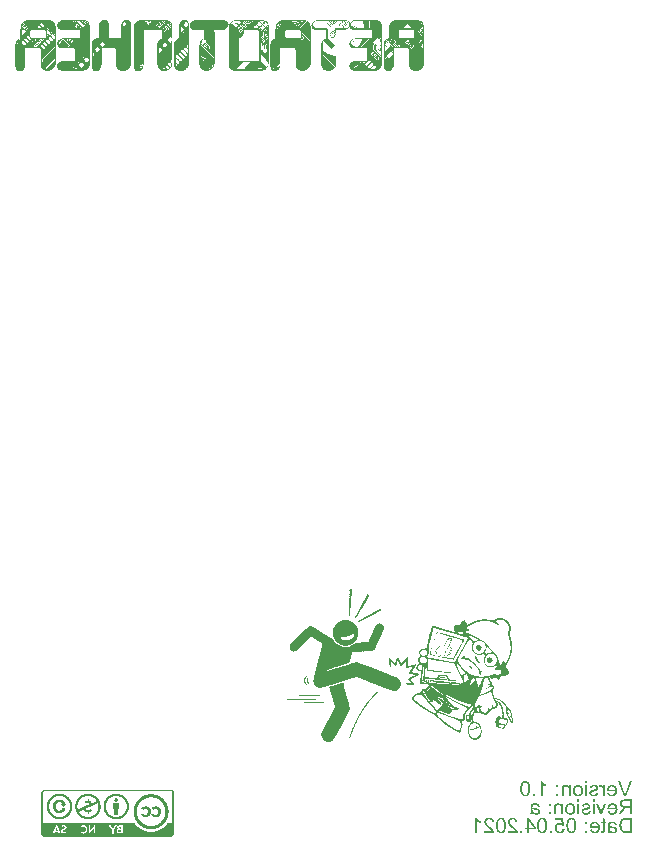
<source format=gbo>
G04*
G04 #@! TF.GenerationSoftware,Altium Limited,Altium Designer,21.2.2 (38)*
G04*
G04 Layer_Color=32896*
%FSLAX25Y25*%
%MOIN*%
G70*
G04*
G04 #@! TF.SameCoordinates,E3BFBCD1-F928-4CE0-802D-1F7584DAC0BA*
G04*
G04*
G04 #@! TF.FilePolarity,Positive*
G04*
G01*
G75*
G36*
X134573Y311327D02*
X134921D01*
Y311258D01*
X135130D01*
Y311188D01*
X135270D01*
Y311118D01*
X135409D01*
Y311049D01*
X135549D01*
Y310979D01*
X135618D01*
Y310909D01*
X135688D01*
Y310840D01*
X135758D01*
Y310770D01*
X135828D01*
Y310700D01*
X135897D01*
Y310630D01*
X135967D01*
Y310561D01*
Y310491D01*
X136037D01*
Y310421D01*
Y310351D01*
X136106D01*
Y310282D01*
Y310212D01*
Y310142D01*
X136176D01*
Y310073D01*
Y310003D01*
Y309933D01*
X136246D01*
Y309863D01*
Y309794D01*
Y309724D01*
Y309654D01*
Y309585D01*
X136316D01*
Y309515D01*
Y309445D01*
Y309376D01*
Y309306D01*
Y309236D01*
Y309166D01*
Y309097D01*
Y309027D01*
Y308957D01*
Y308888D01*
Y308818D01*
Y308748D01*
Y308679D01*
Y308609D01*
Y308539D01*
Y308469D01*
Y308400D01*
Y308330D01*
Y308260D01*
Y308190D01*
Y308121D01*
Y308051D01*
Y307981D01*
Y307912D01*
Y307842D01*
Y307772D01*
Y307702D01*
Y307633D01*
Y307563D01*
Y307493D01*
Y307424D01*
Y307354D01*
Y307284D01*
Y307215D01*
Y307145D01*
Y307075D01*
Y307005D01*
Y306936D01*
Y306866D01*
Y306796D01*
Y306727D01*
Y306657D01*
Y306587D01*
Y306518D01*
Y306448D01*
Y306378D01*
Y306308D01*
Y306239D01*
Y306169D01*
Y306099D01*
Y306030D01*
Y305960D01*
Y305890D01*
Y305820D01*
Y305751D01*
Y305681D01*
Y305611D01*
Y305541D01*
Y305472D01*
Y305402D01*
Y305332D01*
Y305263D01*
Y305193D01*
Y305123D01*
Y305053D01*
Y304984D01*
Y304914D01*
Y304844D01*
Y304775D01*
Y304705D01*
Y304635D01*
Y304566D01*
Y304496D01*
Y304426D01*
Y304356D01*
Y304287D01*
Y304217D01*
Y304147D01*
Y304078D01*
Y304008D01*
Y303938D01*
Y303869D01*
Y303799D01*
Y303729D01*
Y303659D01*
Y303590D01*
Y303520D01*
Y303450D01*
Y303380D01*
Y303311D01*
Y303241D01*
Y303171D01*
Y303102D01*
Y303032D01*
Y302962D01*
Y302892D01*
Y302823D01*
Y302753D01*
Y302683D01*
Y302614D01*
Y302544D01*
Y302474D01*
Y302405D01*
Y302335D01*
Y302265D01*
Y302195D01*
Y302126D01*
Y302056D01*
Y301986D01*
Y301917D01*
Y301847D01*
Y301777D01*
Y301708D01*
Y301638D01*
Y301568D01*
Y301498D01*
Y301429D01*
Y301359D01*
Y301289D01*
Y301220D01*
Y301150D01*
Y301080D01*
Y301010D01*
Y300941D01*
Y300871D01*
Y300801D01*
Y300731D01*
Y300662D01*
Y300592D01*
Y300522D01*
Y300453D01*
Y300383D01*
Y300313D01*
Y300244D01*
Y300174D01*
Y300104D01*
Y300034D01*
Y299965D01*
Y299895D01*
Y299825D01*
Y299756D01*
Y299686D01*
Y299616D01*
Y299547D01*
Y299477D01*
Y299407D01*
Y299337D01*
Y299268D01*
Y299198D01*
Y299128D01*
Y299059D01*
Y298989D01*
Y298919D01*
Y298849D01*
Y298780D01*
Y298710D01*
Y298640D01*
Y298570D01*
Y298501D01*
Y298431D01*
Y298361D01*
Y298292D01*
Y298222D01*
Y298152D01*
Y298082D01*
Y298013D01*
Y297943D01*
Y297873D01*
Y297804D01*
Y297734D01*
Y297664D01*
Y297595D01*
Y297525D01*
Y297455D01*
Y297385D01*
Y297316D01*
Y297246D01*
Y297176D01*
Y297107D01*
Y297037D01*
Y296967D01*
Y296898D01*
Y296828D01*
Y296758D01*
Y296688D01*
Y296619D01*
Y296549D01*
X136246D01*
Y296479D01*
Y296410D01*
Y296340D01*
Y296270D01*
X136176D01*
Y296200D01*
Y296131D01*
Y296061D01*
X136106D01*
Y295991D01*
Y295921D01*
X136037D01*
Y295852D01*
Y295782D01*
X135967D01*
Y295712D01*
Y295643D01*
X135897D01*
Y295573D01*
X135828D01*
Y295503D01*
X135758D01*
Y295434D01*
X135688D01*
Y295364D01*
X135618D01*
Y295294D01*
X135549D01*
Y295224D01*
X135479D01*
Y295155D01*
X135409D01*
Y295085D01*
X135339D01*
Y295015D01*
X135270D01*
Y294946D01*
X135130D01*
Y294876D01*
X135061D01*
Y294806D01*
X134921D01*
Y294737D01*
X134712D01*
Y294667D01*
X134503D01*
Y294597D01*
X134085D01*
Y294527D01*
X126905D01*
Y294597D01*
X126556D01*
Y294667D01*
X126347D01*
Y294737D01*
X126207D01*
Y294806D01*
X126068D01*
Y294876D01*
X125929D01*
Y294946D01*
X125859D01*
Y295015D01*
X125789D01*
Y295085D01*
X125719D01*
Y295155D01*
Y295224D01*
X125650D01*
Y295294D01*
X125580D01*
Y295364D01*
Y295434D01*
X125510D01*
Y295503D01*
Y295573D01*
Y295643D01*
X125441D01*
Y295712D01*
Y295782D01*
Y295852D01*
Y295921D01*
Y295991D01*
Y296061D01*
Y296131D01*
Y296200D01*
Y296270D01*
Y296340D01*
Y296410D01*
X125510D01*
Y296479D01*
Y296549D01*
Y296619D01*
X125580D01*
Y296688D01*
Y296758D01*
X125650D01*
Y296828D01*
X125719D01*
Y296898D01*
Y296967D01*
X125859D01*
Y297037D01*
X125929D01*
Y297107D01*
X125998D01*
Y297176D01*
X126068D01*
Y297246D01*
X126138D01*
Y297316D01*
X126207D01*
Y297385D01*
X126277D01*
Y297455D01*
X126347D01*
Y297525D01*
X126486D01*
Y297595D01*
X126626D01*
Y297664D01*
X126835D01*
Y297734D01*
X127114D01*
Y297804D01*
X130878D01*
Y297873D01*
X131366D01*
Y297943D01*
Y298013D01*
Y298082D01*
Y298152D01*
Y298222D01*
Y298292D01*
Y298361D01*
Y298431D01*
Y298501D01*
Y298570D01*
Y298640D01*
Y298710D01*
Y298780D01*
Y298849D01*
Y298919D01*
Y298989D01*
Y299059D01*
Y299128D01*
Y299198D01*
Y299268D01*
Y299337D01*
Y299407D01*
Y299477D01*
Y299547D01*
Y299616D01*
Y299686D01*
Y299756D01*
Y299825D01*
Y299895D01*
Y299965D01*
Y300034D01*
Y300104D01*
Y300174D01*
Y300244D01*
Y300313D01*
Y300383D01*
Y300453D01*
Y300522D01*
Y300592D01*
Y300662D01*
Y300731D01*
Y300801D01*
Y300871D01*
Y300941D01*
Y301010D01*
Y301080D01*
Y301150D01*
Y301220D01*
Y301289D01*
Y301359D01*
Y301429D01*
Y301498D01*
Y301568D01*
Y301638D01*
Y301708D01*
X131296D01*
Y301777D01*
Y301847D01*
X131227D01*
Y301917D01*
X131157D01*
Y301986D01*
X131017D01*
Y302056D01*
X126696D01*
Y302126D01*
X126417D01*
Y302195D01*
X126277D01*
Y302265D01*
X126138D01*
Y302335D01*
X126068D01*
Y302405D01*
X125998D01*
Y302474D01*
X125859D01*
Y302544D01*
X125789D01*
Y302614D01*
Y302683D01*
X125719D01*
Y302753D01*
X125650D01*
Y302823D01*
Y302892D01*
X125580D01*
Y302962D01*
X125510D01*
Y303032D01*
Y303102D01*
Y303171D01*
X125441D01*
Y303241D01*
Y303311D01*
Y303380D01*
Y303450D01*
Y303520D01*
Y303590D01*
Y303659D01*
Y303729D01*
Y303799D01*
Y303869D01*
Y303938D01*
X125510D01*
Y304008D01*
Y304078D01*
Y304147D01*
X125580D01*
Y304217D01*
Y304287D01*
X125650D01*
Y304356D01*
Y304426D01*
X125719D01*
Y304496D01*
X125789D01*
Y304566D01*
X125859D01*
Y304635D01*
X125929D01*
Y304705D01*
X125998D01*
Y304775D01*
X126068D01*
Y304844D01*
X126138D01*
Y304914D01*
X126207D01*
Y304984D01*
X126347D01*
Y305053D01*
X126486D01*
Y305123D01*
X126626D01*
Y305193D01*
X126835D01*
Y305263D01*
X127183D01*
Y305332D01*
X132830D01*
Y305402D01*
X133039D01*
Y305472D01*
Y305541D01*
Y305611D01*
Y305681D01*
Y305751D01*
Y305820D01*
Y305890D01*
Y305960D01*
Y306030D01*
Y306099D01*
Y306169D01*
Y306239D01*
Y306308D01*
Y306378D01*
Y306448D01*
Y306518D01*
Y306587D01*
Y306657D01*
Y306727D01*
Y306796D01*
Y306866D01*
Y306936D01*
Y307005D01*
Y307075D01*
Y307145D01*
Y307215D01*
Y307284D01*
Y307354D01*
Y307424D01*
Y307493D01*
Y307563D01*
Y307633D01*
X132969D01*
Y307702D01*
Y307772D01*
Y307842D01*
Y307912D01*
X132900D01*
Y307981D01*
X132830D01*
Y308051D01*
X132691D01*
Y308121D01*
X126835D01*
Y308190D01*
X126486D01*
Y308260D01*
X126347D01*
Y308330D01*
X126138D01*
Y308400D01*
X126068D01*
Y308469D01*
X125929D01*
Y308539D01*
X125859D01*
Y308609D01*
X125789D01*
Y308679D01*
X125719D01*
Y308748D01*
Y308818D01*
X125650D01*
Y308888D01*
X125580D01*
Y308957D01*
Y309027D01*
X125510D01*
Y309097D01*
Y309166D01*
X125441D01*
Y309097D01*
Y309027D01*
X125371D01*
Y308957D01*
X125301D01*
Y308888D01*
X125162D01*
Y308818D01*
X125092D01*
Y308748D01*
X125022D01*
Y308679D01*
X124953D01*
Y308609D01*
X124883D01*
Y308539D01*
X124813D01*
Y308469D01*
X124744D01*
Y308400D01*
X124604D01*
Y308330D01*
X124465D01*
Y308260D01*
X124325D01*
Y308190D01*
X123977D01*
Y308121D01*
X121746D01*
Y308190D01*
X120979D01*
Y308121D01*
Y308051D01*
Y307981D01*
Y307912D01*
Y307842D01*
Y307772D01*
Y307702D01*
Y307633D01*
Y307563D01*
Y307493D01*
Y307424D01*
Y307354D01*
X121049D01*
Y307284D01*
Y307215D01*
Y307145D01*
Y307075D01*
Y307005D01*
Y306936D01*
Y306866D01*
Y306796D01*
Y306727D01*
Y306657D01*
Y306587D01*
Y306518D01*
Y306448D01*
Y306378D01*
Y306308D01*
Y306239D01*
Y306169D01*
Y306099D01*
Y306030D01*
Y305960D01*
Y305890D01*
Y305820D01*
Y305751D01*
Y305681D01*
Y305611D01*
Y305541D01*
Y305472D01*
Y305402D01*
Y305332D01*
Y305263D01*
Y305193D01*
Y305123D01*
Y305053D01*
Y304984D01*
Y304914D01*
Y304844D01*
Y304775D01*
Y304705D01*
Y304635D01*
Y304566D01*
Y304496D01*
Y304426D01*
Y304356D01*
Y304287D01*
Y304217D01*
Y304147D01*
Y304078D01*
Y304008D01*
Y303938D01*
Y303869D01*
Y303799D01*
Y303729D01*
Y303659D01*
Y303590D01*
Y303520D01*
Y303450D01*
Y303380D01*
Y303311D01*
Y303241D01*
Y303171D01*
Y303102D01*
Y303032D01*
Y302962D01*
Y302892D01*
Y302823D01*
Y302753D01*
Y302683D01*
Y302614D01*
Y302544D01*
Y302474D01*
Y302405D01*
Y302335D01*
Y302265D01*
Y302195D01*
Y302126D01*
Y302056D01*
Y301986D01*
Y301917D01*
Y301847D01*
Y301777D01*
Y301708D01*
Y301638D01*
Y301568D01*
Y301498D01*
Y301429D01*
Y301359D01*
Y301289D01*
Y301220D01*
Y301150D01*
Y301080D01*
Y301010D01*
Y300941D01*
Y300871D01*
Y300801D01*
Y300731D01*
Y300662D01*
Y300592D01*
Y300522D01*
Y300453D01*
Y300383D01*
Y300313D01*
Y300244D01*
Y300174D01*
Y300104D01*
Y300034D01*
Y299965D01*
Y299895D01*
Y299825D01*
Y299756D01*
Y299686D01*
Y299616D01*
Y299547D01*
Y299477D01*
Y299407D01*
Y299337D01*
Y299268D01*
Y299198D01*
Y299128D01*
Y299059D01*
Y298989D01*
Y298919D01*
Y298849D01*
Y298780D01*
Y298710D01*
Y298640D01*
Y298570D01*
Y298501D01*
Y298431D01*
Y298361D01*
Y298292D01*
Y298222D01*
Y298152D01*
Y298082D01*
Y298013D01*
Y297943D01*
Y297873D01*
Y297804D01*
Y297734D01*
Y297664D01*
Y297595D01*
Y297525D01*
Y297455D01*
Y297385D01*
Y297316D01*
Y297246D01*
Y297176D01*
Y297107D01*
Y297037D01*
Y296967D01*
Y296898D01*
Y296828D01*
Y296758D01*
Y296688D01*
X120979D01*
Y296619D01*
Y296549D01*
Y296479D01*
Y296410D01*
Y296340D01*
X120910D01*
Y296270D01*
Y296200D01*
Y296131D01*
X120840D01*
Y296061D01*
Y295991D01*
Y295921D01*
X120770D01*
Y295852D01*
Y295782D01*
X120700D01*
Y295712D01*
X120631D01*
Y295643D01*
Y295573D01*
X120561D01*
Y295503D01*
X120491D01*
Y295434D01*
X120422D01*
Y295364D01*
X120352D01*
Y295294D01*
X120282D01*
Y295224D01*
X120212D01*
Y295155D01*
X120143D01*
Y295085D01*
X120073D01*
Y295015D01*
X120003D01*
Y294946D01*
X119934D01*
Y294876D01*
X119794D01*
Y294806D01*
X119655D01*
Y294737D01*
X119515D01*
Y294667D01*
X119306D01*
Y294597D01*
X119027D01*
Y294527D01*
X117773D01*
Y294597D01*
X117494D01*
Y294667D01*
X117285D01*
Y294737D01*
X117076D01*
Y294806D01*
X117006D01*
Y294876D01*
X116866D01*
Y294946D01*
X116797D01*
Y295015D01*
X116727D01*
Y295085D01*
X116587D01*
Y295155D01*
Y295224D01*
X116518D01*
Y295294D01*
X116448D01*
Y295364D01*
X116378D01*
Y295434D01*
Y295503D01*
X116309D01*
Y295573D01*
Y295643D01*
X116239D01*
Y295712D01*
Y295782D01*
Y295852D01*
X116169D01*
Y295921D01*
Y295991D01*
Y296061D01*
X116100D01*
Y296131D01*
Y296200D01*
Y296270D01*
Y296340D01*
Y296410D01*
Y296479D01*
Y296549D01*
X116030D01*
Y296619D01*
Y296688D01*
Y296758D01*
Y296828D01*
Y296898D01*
Y296967D01*
Y297037D01*
Y297107D01*
Y297176D01*
Y297246D01*
Y297316D01*
Y297385D01*
Y297455D01*
Y297525D01*
Y297595D01*
Y297664D01*
Y297734D01*
Y297804D01*
Y297873D01*
Y297943D01*
Y298013D01*
Y298082D01*
Y298152D01*
Y298222D01*
Y298292D01*
Y298361D01*
Y298431D01*
Y298501D01*
Y298570D01*
Y298640D01*
Y298710D01*
Y298780D01*
Y298849D01*
Y298919D01*
Y298989D01*
Y299059D01*
Y299128D01*
Y299198D01*
Y299268D01*
Y299337D01*
Y299407D01*
Y299477D01*
Y299547D01*
Y299616D01*
Y299686D01*
Y299756D01*
Y299825D01*
Y299895D01*
Y299965D01*
Y300034D01*
Y300104D01*
Y300174D01*
Y300244D01*
Y300313D01*
Y300383D01*
Y300453D01*
Y300522D01*
Y300592D01*
Y300662D01*
Y300731D01*
Y300801D01*
Y300871D01*
Y300941D01*
Y301010D01*
Y301080D01*
Y301150D01*
Y301220D01*
Y301289D01*
Y301359D01*
Y301429D01*
Y301498D01*
Y301568D01*
Y301638D01*
Y301708D01*
Y301777D01*
Y301847D01*
Y301917D01*
Y301986D01*
Y302056D01*
Y302126D01*
Y302195D01*
Y302265D01*
Y302335D01*
Y302405D01*
Y302474D01*
Y302544D01*
Y302614D01*
Y302683D01*
Y302753D01*
Y302823D01*
Y302892D01*
Y302962D01*
Y303032D01*
Y303102D01*
Y303171D01*
Y303241D01*
X116100D01*
Y303311D01*
Y303380D01*
Y303450D01*
Y303520D01*
Y303590D01*
Y303659D01*
Y303729D01*
Y303799D01*
X116169D01*
Y303869D01*
Y303938D01*
Y304008D01*
X116239D01*
Y304078D01*
Y304147D01*
Y304217D01*
X116309D01*
Y304287D01*
Y304356D01*
X116378D01*
Y304426D01*
X116448D01*
Y304496D01*
X116518D01*
Y304566D01*
X116587D01*
Y304635D01*
X116657D01*
Y304705D01*
X116727D01*
Y304775D01*
X116797D01*
Y304844D01*
X116866D01*
Y304914D01*
X116936D01*
Y304984D01*
X117006D01*
Y305053D01*
X117076D01*
Y305123D01*
X117215D01*
Y305193D01*
X117354D01*
Y305263D01*
X117494D01*
Y305332D01*
X117633D01*
Y305402D01*
X117703D01*
Y305472D01*
Y305541D01*
Y305611D01*
Y305681D01*
Y305751D01*
Y305820D01*
Y305890D01*
Y305960D01*
Y306030D01*
Y306099D01*
Y306169D01*
Y306239D01*
Y306308D01*
Y306378D01*
Y306448D01*
Y306518D01*
Y306587D01*
Y306657D01*
Y306727D01*
Y306796D01*
Y306866D01*
Y306936D01*
Y307005D01*
Y307075D01*
Y307145D01*
Y307215D01*
Y307284D01*
Y307354D01*
Y307424D01*
Y307493D01*
Y307563D01*
Y307633D01*
Y307702D01*
Y307772D01*
Y307842D01*
X117633D01*
Y307912D01*
Y307981D01*
X117494D01*
Y308051D01*
X117285D01*
Y308121D01*
X114217D01*
Y308190D01*
X113869D01*
Y308260D01*
X113660D01*
Y308330D01*
X113451D01*
Y308400D01*
X113381D01*
Y308469D01*
X113242D01*
Y308539D01*
X113172D01*
Y308609D01*
X113102D01*
Y308679D01*
X113032D01*
Y308748D01*
X112963D01*
Y308818D01*
Y308888D01*
X112893D01*
Y308957D01*
Y309027D01*
X112823D01*
Y309097D01*
Y309166D01*
Y309236D01*
Y309306D01*
X112753D01*
Y309376D01*
Y309445D01*
Y309515D01*
Y309585D01*
Y309654D01*
Y309724D01*
Y309794D01*
Y309863D01*
Y309933D01*
X112823D01*
Y310003D01*
Y310073D01*
Y310142D01*
X112893D01*
Y310212D01*
Y310282D01*
Y310351D01*
X112963D01*
Y310421D01*
X113032D01*
Y310491D01*
X113102D01*
Y310561D01*
X113172D01*
Y310630D01*
X113242D01*
Y310700D01*
X113311D01*
Y310770D01*
X113381D01*
Y310840D01*
X113451D01*
Y310909D01*
X113520D01*
Y310979D01*
X113590D01*
Y311049D01*
X113660D01*
Y311118D01*
X113799D01*
Y311188D01*
X113939D01*
Y311258D01*
X114148D01*
Y311327D01*
X114427D01*
Y311397D01*
X124395D01*
Y311327D01*
X124674D01*
Y311258D01*
X124813D01*
Y311188D01*
X124953D01*
Y311118D01*
X125092D01*
Y311049D01*
X125162D01*
Y310979D01*
X125301D01*
Y310909D01*
X125371D01*
Y310840D01*
X125441D01*
Y310770D01*
Y310700D01*
X125510D01*
Y310630D01*
X125580D01*
Y310561D01*
Y310491D01*
Y310421D01*
X125650D01*
Y310351D01*
X125719D01*
Y310421D01*
Y310491D01*
X125789D01*
Y310561D01*
X125859D01*
Y310630D01*
X125929D01*
Y310700D01*
X125998D01*
Y310770D01*
X126068D01*
Y310840D01*
X126138D01*
Y310909D01*
X126207D01*
Y310979D01*
X126277D01*
Y311049D01*
X126417D01*
Y311118D01*
X126486D01*
Y311188D01*
X126626D01*
Y311258D01*
X126765D01*
Y311327D01*
X127044D01*
Y311397D01*
X134573D01*
Y311327D01*
D02*
G37*
G36*
X83824D02*
X84103D01*
Y311258D01*
X84242D01*
Y311188D01*
X84382D01*
Y311118D01*
X84521D01*
Y311049D01*
X84591D01*
Y310979D01*
X84730D01*
Y310909D01*
X84800D01*
Y310840D01*
X84869D01*
Y310770D01*
Y310700D01*
X84939D01*
Y310630D01*
X85009D01*
Y310561D01*
Y310491D01*
Y310421D01*
X85079D01*
Y310351D01*
Y310282D01*
Y310212D01*
X85148D01*
Y310142D01*
Y310073D01*
Y310003D01*
Y309933D01*
Y309863D01*
Y309794D01*
Y309724D01*
X85079D01*
Y309654D01*
Y309585D01*
Y309515D01*
Y309445D01*
X85009D01*
Y309376D01*
Y309306D01*
X84939D01*
Y309236D01*
Y309166D01*
X84869D01*
Y309097D01*
X84800D01*
Y309027D01*
X84730D01*
Y308957D01*
X84660D01*
Y308888D01*
X84591D01*
Y308818D01*
X84521D01*
Y308748D01*
X84451D01*
Y308679D01*
X84382D01*
Y308609D01*
X84312D01*
Y308539D01*
X84242D01*
Y308469D01*
X84172D01*
Y308400D01*
X84033D01*
Y308330D01*
X83894D01*
Y308260D01*
X83754D01*
Y308190D01*
X83406D01*
Y308121D01*
X81175D01*
Y308190D01*
X80408D01*
Y308121D01*
Y308051D01*
Y307981D01*
Y307912D01*
Y307842D01*
Y307772D01*
Y307702D01*
Y307633D01*
Y307563D01*
Y307493D01*
Y307424D01*
Y307354D01*
X80478D01*
Y307284D01*
Y307215D01*
Y307145D01*
Y307075D01*
Y307005D01*
Y306936D01*
Y306866D01*
Y306796D01*
Y306727D01*
Y306657D01*
Y306587D01*
Y306518D01*
Y306448D01*
Y306378D01*
Y306308D01*
Y306239D01*
Y306169D01*
Y306099D01*
Y306030D01*
Y305960D01*
Y305890D01*
Y305820D01*
Y305751D01*
Y305681D01*
Y305611D01*
Y305541D01*
Y305472D01*
Y305402D01*
Y305332D01*
Y305263D01*
Y305193D01*
Y305123D01*
Y305053D01*
Y304984D01*
Y304914D01*
Y304844D01*
Y304775D01*
Y304705D01*
Y304635D01*
Y304566D01*
Y304496D01*
Y304426D01*
Y304356D01*
Y304287D01*
Y304217D01*
Y304147D01*
Y304078D01*
Y304008D01*
Y303938D01*
Y303869D01*
Y303799D01*
Y303729D01*
Y303659D01*
Y303590D01*
Y303520D01*
Y303450D01*
Y303380D01*
Y303311D01*
Y303241D01*
Y303171D01*
Y303102D01*
Y303032D01*
Y302962D01*
Y302892D01*
Y302823D01*
Y302753D01*
Y302683D01*
Y302614D01*
Y302544D01*
Y302474D01*
Y302405D01*
Y302335D01*
Y302265D01*
Y302195D01*
Y302126D01*
Y302056D01*
Y301986D01*
Y301917D01*
Y301847D01*
Y301777D01*
Y301708D01*
Y301638D01*
Y301568D01*
Y301498D01*
Y301429D01*
Y301359D01*
Y301289D01*
Y301220D01*
Y301150D01*
Y301080D01*
Y301010D01*
Y300941D01*
Y300871D01*
Y300801D01*
Y300731D01*
Y300662D01*
Y300592D01*
Y300522D01*
Y300453D01*
Y300383D01*
Y300313D01*
Y300244D01*
Y300174D01*
Y300104D01*
Y300034D01*
Y299965D01*
Y299895D01*
Y299825D01*
Y299756D01*
Y299686D01*
Y299616D01*
Y299547D01*
Y299477D01*
Y299407D01*
Y299337D01*
Y299268D01*
Y299198D01*
Y299128D01*
Y299059D01*
Y298989D01*
Y298919D01*
Y298849D01*
Y298780D01*
Y298710D01*
Y298640D01*
Y298570D01*
Y298501D01*
Y298431D01*
Y298361D01*
Y298292D01*
Y298222D01*
Y298152D01*
Y298082D01*
Y298013D01*
Y297943D01*
Y297873D01*
Y297804D01*
Y297734D01*
Y297664D01*
Y297595D01*
Y297525D01*
Y297455D01*
Y297385D01*
Y297316D01*
Y297246D01*
Y297176D01*
Y297107D01*
Y297037D01*
Y296967D01*
Y296898D01*
Y296828D01*
Y296758D01*
Y296688D01*
X80408D01*
Y296619D01*
Y296549D01*
Y296479D01*
Y296410D01*
Y296340D01*
X80338D01*
Y296270D01*
Y296200D01*
Y296131D01*
X80269D01*
Y296061D01*
Y295991D01*
Y295921D01*
X80199D01*
Y295852D01*
Y295782D01*
X80129D01*
Y295712D01*
X80059D01*
Y295643D01*
Y295573D01*
X79990D01*
Y295503D01*
X79920D01*
Y295434D01*
X79850D01*
Y295364D01*
X79781D01*
Y295294D01*
X79711D01*
Y295224D01*
X79641D01*
Y295155D01*
X79571D01*
Y295085D01*
X79502D01*
Y295015D01*
X79432D01*
Y294946D01*
X79362D01*
Y294876D01*
X79223D01*
Y294806D01*
X79084D01*
Y294737D01*
X78944D01*
Y294667D01*
X78735D01*
Y294597D01*
X78456D01*
Y294527D01*
X77201D01*
Y294597D01*
X76923D01*
Y294667D01*
X76713D01*
Y294737D01*
X76504D01*
Y294806D01*
X76435D01*
Y294876D01*
X76295D01*
Y294946D01*
X76226D01*
Y295015D01*
X76156D01*
Y295085D01*
X76016D01*
Y295155D01*
Y295224D01*
X75947D01*
Y295294D01*
X75877D01*
Y295364D01*
X75807D01*
Y295434D01*
Y295503D01*
X75738D01*
Y295573D01*
Y295643D01*
X75668D01*
Y295712D01*
Y295782D01*
Y295852D01*
X75598D01*
Y295921D01*
Y295991D01*
Y296061D01*
X75528D01*
Y296131D01*
Y296200D01*
Y296270D01*
Y296340D01*
Y296410D01*
Y296479D01*
Y296549D01*
X75459D01*
Y296619D01*
Y296688D01*
Y296758D01*
Y296828D01*
Y296898D01*
Y296967D01*
Y297037D01*
Y297107D01*
Y297176D01*
Y297246D01*
Y297316D01*
Y297385D01*
Y297455D01*
Y297525D01*
Y297595D01*
Y297664D01*
Y297734D01*
Y297804D01*
Y297873D01*
Y297943D01*
Y298013D01*
Y298082D01*
Y298152D01*
Y298222D01*
Y298292D01*
Y298361D01*
Y298431D01*
Y298501D01*
Y298570D01*
Y298640D01*
Y298710D01*
Y298780D01*
Y298849D01*
Y298919D01*
Y298989D01*
Y299059D01*
Y299128D01*
Y299198D01*
Y299268D01*
Y299337D01*
Y299407D01*
Y299477D01*
Y299547D01*
Y299616D01*
Y299686D01*
Y299756D01*
Y299825D01*
Y299895D01*
Y299965D01*
Y300034D01*
Y300104D01*
Y300174D01*
Y300244D01*
Y300313D01*
Y300383D01*
Y300453D01*
Y300522D01*
Y300592D01*
Y300662D01*
Y300731D01*
Y300801D01*
Y300871D01*
Y300941D01*
Y301010D01*
Y301080D01*
Y301150D01*
Y301220D01*
Y301289D01*
Y301359D01*
Y301429D01*
Y301498D01*
Y301568D01*
Y301638D01*
Y301708D01*
Y301777D01*
Y301847D01*
Y301917D01*
Y301986D01*
Y302056D01*
Y302126D01*
Y302195D01*
Y302265D01*
Y302335D01*
Y302405D01*
Y302474D01*
Y302544D01*
Y302614D01*
Y302683D01*
Y302753D01*
Y302823D01*
Y302892D01*
Y302962D01*
Y303032D01*
Y303102D01*
Y303171D01*
Y303241D01*
X75528D01*
Y303311D01*
Y303380D01*
Y303450D01*
Y303520D01*
Y303590D01*
Y303659D01*
Y303729D01*
Y303799D01*
X75598D01*
Y303869D01*
Y303938D01*
Y304008D01*
X75668D01*
Y304078D01*
Y304147D01*
Y304217D01*
X75738D01*
Y304287D01*
Y304356D01*
X75807D01*
Y304426D01*
X75877D01*
Y304496D01*
X75947D01*
Y304566D01*
X76016D01*
Y304635D01*
X76086D01*
Y304705D01*
X76156D01*
Y304775D01*
X76226D01*
Y304844D01*
X76295D01*
Y304914D01*
X76365D01*
Y304984D01*
X76435D01*
Y305053D01*
X76504D01*
Y305123D01*
X76644D01*
Y305193D01*
X76783D01*
Y305263D01*
X76923D01*
Y305332D01*
X77062D01*
Y305402D01*
X77132D01*
Y305472D01*
Y305541D01*
Y305611D01*
Y305681D01*
Y305751D01*
Y305820D01*
Y305890D01*
Y305960D01*
Y306030D01*
Y306099D01*
Y306169D01*
Y306239D01*
Y306308D01*
Y306378D01*
Y306448D01*
Y306518D01*
Y306587D01*
Y306657D01*
Y306727D01*
Y306796D01*
Y306866D01*
Y306936D01*
Y307005D01*
Y307075D01*
Y307145D01*
Y307215D01*
Y307284D01*
Y307354D01*
Y307424D01*
Y307493D01*
Y307563D01*
Y307633D01*
Y307702D01*
Y307772D01*
Y307842D01*
X77062D01*
Y307912D01*
Y307981D01*
X76923D01*
Y308051D01*
X76713D01*
Y308121D01*
X73646D01*
Y308190D01*
X73298D01*
Y308260D01*
X73089D01*
Y308330D01*
X72879D01*
Y308400D01*
X72810D01*
Y308469D01*
X72670D01*
Y308539D01*
X72601D01*
Y308609D01*
X72531D01*
Y308679D01*
X72461D01*
Y308748D01*
X72391D01*
Y308818D01*
Y308888D01*
X72322D01*
Y308957D01*
Y309027D01*
X72252D01*
Y309097D01*
Y309166D01*
Y309236D01*
Y309306D01*
X72182D01*
Y309376D01*
Y309445D01*
Y309515D01*
Y309585D01*
Y309654D01*
Y309724D01*
Y309794D01*
Y309863D01*
Y309933D01*
X72252D01*
Y310003D01*
Y310073D01*
Y310142D01*
X72322D01*
Y310212D01*
Y310282D01*
Y310351D01*
X72391D01*
Y310421D01*
X72461D01*
Y310491D01*
X72531D01*
Y310561D01*
X72601D01*
Y310630D01*
X72670D01*
Y310700D01*
X72740D01*
Y310770D01*
X72810D01*
Y310840D01*
X72879D01*
Y310909D01*
X72949D01*
Y310979D01*
X73019D01*
Y311049D01*
X73089D01*
Y311118D01*
X73228D01*
Y311188D01*
X73367D01*
Y311258D01*
X73576D01*
Y311327D01*
X73855D01*
Y311397D01*
X83824D01*
Y311327D01*
D02*
G37*
G36*
X51618Y311397D02*
X51827D01*
Y311327D01*
X51966D01*
Y311258D01*
X52036D01*
Y311188D01*
X52106D01*
Y311118D01*
X52175D01*
Y311049D01*
X52245D01*
Y310979D01*
X52315D01*
Y310909D01*
X52385D01*
Y310840D01*
Y310770D01*
X52454D01*
Y310700D01*
Y310630D01*
X52524D01*
Y310561D01*
Y310491D01*
X52594D01*
Y310421D01*
Y310351D01*
Y310282D01*
Y310212D01*
X52663D01*
Y310142D01*
Y310073D01*
Y310003D01*
Y309933D01*
Y309863D01*
Y309794D01*
Y309724D01*
Y309654D01*
Y309585D01*
Y309515D01*
Y309445D01*
Y309376D01*
Y309306D01*
Y309236D01*
Y309166D01*
Y309097D01*
Y309027D01*
Y308957D01*
Y308888D01*
Y308818D01*
Y308748D01*
Y308679D01*
Y308609D01*
Y308539D01*
Y308469D01*
Y308400D01*
Y308330D01*
Y308260D01*
Y308190D01*
Y308121D01*
Y308051D01*
Y307981D01*
Y307912D01*
Y307842D01*
Y307772D01*
Y307702D01*
Y307633D01*
Y307563D01*
Y307493D01*
Y307424D01*
Y307354D01*
Y307284D01*
Y307215D01*
Y307145D01*
Y307075D01*
Y307005D01*
Y306936D01*
Y306866D01*
Y306796D01*
Y306727D01*
Y306657D01*
Y306587D01*
Y306518D01*
Y306448D01*
Y306378D01*
Y306308D01*
Y306239D01*
Y306169D01*
Y306099D01*
Y306030D01*
Y305960D01*
Y305890D01*
Y305820D01*
Y305751D01*
Y305681D01*
Y305611D01*
Y305541D01*
Y305472D01*
Y305402D01*
Y305332D01*
Y305263D01*
Y305193D01*
Y305123D01*
Y305053D01*
Y304984D01*
Y304914D01*
Y304844D01*
Y304775D01*
Y304705D01*
Y304635D01*
Y304566D01*
Y304496D01*
Y304426D01*
Y304356D01*
Y304287D01*
Y304217D01*
Y304147D01*
Y304078D01*
Y304008D01*
Y303938D01*
Y303869D01*
Y303799D01*
Y303729D01*
Y303659D01*
Y303590D01*
Y303520D01*
Y303450D01*
Y303380D01*
Y303311D01*
Y303241D01*
Y303171D01*
Y303102D01*
Y303032D01*
Y302962D01*
Y302892D01*
Y302823D01*
Y302753D01*
Y302683D01*
Y302614D01*
Y302544D01*
Y302474D01*
Y302405D01*
Y302335D01*
Y302265D01*
Y302195D01*
Y302126D01*
Y302056D01*
Y301986D01*
Y301917D01*
Y301847D01*
Y301777D01*
Y301708D01*
Y301638D01*
Y301568D01*
Y301498D01*
Y301429D01*
Y301359D01*
Y301289D01*
Y301220D01*
Y301150D01*
Y301080D01*
Y301010D01*
Y300941D01*
Y300871D01*
Y300801D01*
Y300731D01*
Y300662D01*
Y300592D01*
Y300522D01*
Y300453D01*
Y300383D01*
Y300313D01*
Y300244D01*
Y300174D01*
Y300104D01*
Y300034D01*
Y299965D01*
Y299895D01*
Y299825D01*
Y299756D01*
Y299686D01*
Y299616D01*
Y299547D01*
Y299477D01*
Y299407D01*
Y299337D01*
Y299268D01*
Y299198D01*
Y299128D01*
Y299059D01*
Y298989D01*
Y298919D01*
Y298849D01*
Y298780D01*
Y298710D01*
Y298640D01*
Y298570D01*
Y298501D01*
Y298431D01*
Y298361D01*
Y298292D01*
Y298222D01*
Y298152D01*
Y298082D01*
Y298013D01*
Y297943D01*
Y297873D01*
Y297804D01*
Y297734D01*
Y297664D01*
Y297595D01*
Y297525D01*
Y297455D01*
Y297385D01*
Y297316D01*
Y297246D01*
Y297176D01*
Y297107D01*
Y297037D01*
Y296967D01*
Y296898D01*
Y296828D01*
Y296758D01*
Y296688D01*
Y296619D01*
X52594D01*
Y296549D01*
Y296479D01*
Y296410D01*
Y296340D01*
Y296270D01*
X52524D01*
Y296200D01*
Y296131D01*
Y296061D01*
X52454D01*
Y295991D01*
Y295921D01*
X52385D01*
Y295852D01*
Y295782D01*
X52315D01*
Y295712D01*
X52245D01*
Y295643D01*
Y295573D01*
X52175D01*
Y295503D01*
X52106D01*
Y295434D01*
X52036D01*
Y295364D01*
X51966D01*
Y295294D01*
X51897D01*
Y295224D01*
X51827D01*
Y295155D01*
X51757D01*
Y295085D01*
X51688D01*
Y295015D01*
X51618D01*
Y294946D01*
X51548D01*
Y294876D01*
X51409D01*
Y294806D01*
X51269D01*
Y294737D01*
X51130D01*
Y294667D01*
X50921D01*
Y294597D01*
X50572D01*
Y294527D01*
X49387D01*
Y294597D01*
X49108D01*
Y294667D01*
X48899D01*
Y294737D01*
X48690D01*
Y294806D01*
X48620D01*
Y294876D01*
X48481D01*
Y294946D01*
X48411D01*
Y295015D01*
X48342D01*
Y295085D01*
X48272D01*
Y295155D01*
X48202D01*
Y295224D01*
X48132D01*
Y295294D01*
X48063D01*
Y295364D01*
Y295434D01*
X47993D01*
Y295503D01*
Y295573D01*
X47923D01*
Y295643D01*
Y295712D01*
X47853D01*
Y295782D01*
Y295852D01*
Y295921D01*
X47784D01*
Y295991D01*
Y296061D01*
Y296131D01*
Y296200D01*
Y296270D01*
X47714D01*
Y296340D01*
Y296410D01*
Y296479D01*
Y296549D01*
Y296619D01*
Y296688D01*
Y296758D01*
Y296828D01*
Y296898D01*
Y296967D01*
Y297037D01*
Y297107D01*
Y297176D01*
Y297246D01*
Y297316D01*
Y297385D01*
Y297455D01*
Y297525D01*
Y297595D01*
Y297664D01*
Y297734D01*
Y297804D01*
Y297873D01*
Y297943D01*
Y298013D01*
Y298082D01*
Y298152D01*
Y298222D01*
Y298292D01*
Y298361D01*
Y298431D01*
Y298501D01*
Y298570D01*
Y298640D01*
Y298710D01*
Y298780D01*
Y298849D01*
Y298919D01*
Y298989D01*
Y299059D01*
Y299128D01*
Y299198D01*
Y299268D01*
Y299337D01*
Y299407D01*
Y299477D01*
Y299547D01*
Y299616D01*
Y299686D01*
Y299756D01*
Y299825D01*
Y299895D01*
Y299965D01*
Y300034D01*
Y300104D01*
Y300174D01*
Y300244D01*
Y300313D01*
Y300383D01*
Y300453D01*
Y300522D01*
Y300592D01*
Y300662D01*
Y300731D01*
Y300801D01*
Y300871D01*
Y300941D01*
Y301010D01*
Y301080D01*
Y301150D01*
Y301220D01*
Y301289D01*
X47644D01*
Y301359D01*
Y301429D01*
Y301498D01*
Y301568D01*
Y301638D01*
Y301708D01*
Y301777D01*
X47575D01*
Y301847D01*
X47505D01*
Y301917D01*
X47435D01*
Y301986D01*
X42834D01*
Y301917D01*
Y301847D01*
Y301777D01*
Y301708D01*
Y301638D01*
Y301568D01*
Y301498D01*
Y301429D01*
Y301359D01*
Y301289D01*
Y301220D01*
Y301150D01*
Y301080D01*
Y301010D01*
Y300941D01*
Y300871D01*
Y300801D01*
Y300731D01*
Y300662D01*
Y300592D01*
Y300522D01*
Y300453D01*
Y300383D01*
Y300313D01*
Y300244D01*
Y300174D01*
Y300104D01*
Y300034D01*
Y299965D01*
Y299895D01*
Y299825D01*
Y299756D01*
Y299686D01*
Y299616D01*
Y299547D01*
Y299477D01*
Y299407D01*
Y299337D01*
Y299268D01*
Y299198D01*
Y299128D01*
Y299059D01*
Y298989D01*
Y298919D01*
Y298849D01*
Y298780D01*
Y298710D01*
Y298640D01*
Y298570D01*
Y298501D01*
Y298431D01*
Y298361D01*
Y298292D01*
Y298222D01*
Y298152D01*
Y298082D01*
Y298013D01*
Y297943D01*
Y297873D01*
Y297804D01*
Y297734D01*
Y297664D01*
Y297595D01*
Y297525D01*
Y297455D01*
Y297385D01*
Y297316D01*
Y297246D01*
Y297176D01*
Y297107D01*
Y297037D01*
Y296967D01*
Y296898D01*
Y296828D01*
Y296758D01*
Y296688D01*
Y296619D01*
Y296549D01*
X42765D01*
Y296479D01*
Y296410D01*
Y296340D01*
Y296270D01*
Y296200D01*
Y296131D01*
Y296061D01*
Y295991D01*
Y295921D01*
X42695D01*
Y295852D01*
Y295782D01*
Y295712D01*
X42625D01*
Y295643D01*
Y295573D01*
Y295503D01*
X42555D01*
Y295434D01*
Y295364D01*
X42486D01*
Y295294D01*
X42416D01*
Y295224D01*
Y295155D01*
X42346D01*
Y295085D01*
X42277D01*
Y295015D01*
X42207D01*
Y294946D01*
X42137D01*
Y294876D01*
X42068D01*
Y294806D01*
X41998D01*
Y294737D01*
X41928D01*
Y294667D01*
X41858D01*
Y294597D01*
X41719D01*
Y294527D01*
X41649D01*
Y294458D01*
X41440D01*
Y294388D01*
X40534D01*
Y294458D01*
X40325D01*
Y294527D01*
X40255D01*
Y294597D01*
X40116D01*
Y294667D01*
X40046D01*
Y294737D01*
X39976D01*
Y294806D01*
X39907D01*
Y294876D01*
X39837D01*
Y294946D01*
Y295015D01*
X39767D01*
Y295085D01*
Y295155D01*
X39697D01*
Y295224D01*
Y295294D01*
Y295364D01*
X39628D01*
Y295434D01*
Y295503D01*
Y295573D01*
X39558D01*
Y295643D01*
Y295712D01*
Y295782D01*
Y295852D01*
Y295921D01*
Y295991D01*
Y296061D01*
Y296131D01*
Y296200D01*
X39488D01*
Y296270D01*
Y296340D01*
Y296410D01*
Y296479D01*
Y296549D01*
Y296619D01*
Y296688D01*
Y296758D01*
Y296828D01*
Y296898D01*
Y296967D01*
Y297037D01*
Y297107D01*
Y297176D01*
Y297246D01*
Y297316D01*
Y297385D01*
Y297455D01*
Y297525D01*
Y297595D01*
Y297664D01*
Y297734D01*
Y297804D01*
Y297873D01*
Y297943D01*
Y298013D01*
Y298082D01*
Y298152D01*
Y298222D01*
Y298292D01*
Y298361D01*
Y298431D01*
Y298501D01*
Y298570D01*
Y298640D01*
Y298710D01*
Y298780D01*
Y298849D01*
Y298919D01*
Y298989D01*
Y299059D01*
Y299128D01*
Y299198D01*
Y299268D01*
Y299337D01*
Y299407D01*
Y299477D01*
Y299547D01*
Y299616D01*
Y299686D01*
Y299756D01*
Y299825D01*
Y299895D01*
Y299965D01*
Y300034D01*
Y300104D01*
Y300174D01*
Y300244D01*
Y300313D01*
Y300383D01*
Y300453D01*
Y300522D01*
Y300592D01*
Y300662D01*
Y300731D01*
Y300801D01*
Y300871D01*
Y300941D01*
Y301010D01*
Y301080D01*
Y301150D01*
Y301220D01*
Y301289D01*
Y301359D01*
Y301429D01*
Y301498D01*
Y301568D01*
Y301638D01*
Y301708D01*
Y301777D01*
Y301847D01*
Y301917D01*
Y301986D01*
Y302056D01*
Y302126D01*
Y302195D01*
Y302265D01*
Y302335D01*
Y302405D01*
Y302474D01*
Y302544D01*
Y302614D01*
Y302683D01*
Y302753D01*
Y302823D01*
Y302892D01*
Y302962D01*
Y303032D01*
X39558D01*
Y303102D01*
Y303171D01*
Y303241D01*
Y303311D01*
Y303380D01*
Y303450D01*
Y303520D01*
Y303590D01*
Y303659D01*
Y303729D01*
X39628D01*
Y303799D01*
Y303869D01*
Y303938D01*
Y304008D01*
X39697D01*
Y304078D01*
Y304147D01*
X39767D01*
Y304217D01*
Y304287D01*
X39837D01*
Y304356D01*
Y304426D01*
X39907D01*
Y304496D01*
X39976D01*
Y304566D01*
X40046D01*
Y304635D01*
X40116D01*
Y304705D01*
X40185D01*
Y304775D01*
X40255D01*
Y304844D01*
X40325D01*
Y304914D01*
X40394D01*
Y304984D01*
X40464D01*
Y305053D01*
X40534D01*
Y305123D01*
X40673D01*
Y305193D01*
X40813D01*
Y305263D01*
X41092D01*
Y305332D01*
X41580D01*
Y305402D01*
X41928D01*
Y305472D01*
Y305541D01*
Y305611D01*
X41998D01*
Y305681D01*
Y305751D01*
Y305820D01*
Y305890D01*
Y305960D01*
Y306030D01*
Y306099D01*
Y306169D01*
Y306239D01*
Y306308D01*
Y306378D01*
Y306448D01*
Y306518D01*
Y306587D01*
Y306657D01*
Y306727D01*
Y306796D01*
Y306866D01*
Y306936D01*
Y307005D01*
Y307075D01*
Y307145D01*
Y307215D01*
Y307284D01*
Y307354D01*
Y307424D01*
Y307493D01*
Y307563D01*
Y307633D01*
Y307702D01*
Y307772D01*
Y307842D01*
Y307912D01*
Y307981D01*
Y308051D01*
Y308121D01*
Y308190D01*
Y308260D01*
Y308330D01*
Y308400D01*
Y308469D01*
Y308539D01*
Y308609D01*
Y308679D01*
Y308748D01*
Y308818D01*
Y308888D01*
Y308957D01*
Y309027D01*
Y309097D01*
Y309166D01*
Y309236D01*
Y309306D01*
Y309376D01*
Y309445D01*
Y309515D01*
Y309585D01*
Y309654D01*
Y309724D01*
Y309794D01*
Y309863D01*
Y309933D01*
X42068D01*
Y310003D01*
Y310073D01*
Y310142D01*
Y310212D01*
X42137D01*
Y310282D01*
Y310351D01*
X42207D01*
Y310421D01*
Y310491D01*
X42277D01*
Y310561D01*
Y310630D01*
X42346D01*
Y310700D01*
X42416D01*
Y310770D01*
X42486D01*
Y310840D01*
X42555D01*
Y310909D01*
X42625D01*
Y310979D01*
X42695D01*
Y311049D01*
X42765D01*
Y311118D01*
X42834D01*
Y311188D01*
X42904D01*
Y311258D01*
X43044D01*
Y311327D01*
X43113D01*
Y311397D01*
X43322D01*
Y311467D01*
X44229D01*
Y311397D01*
X44438D01*
Y311327D01*
X44577D01*
Y311258D01*
X44647D01*
Y311188D01*
X44717D01*
Y311118D01*
X44786D01*
Y311049D01*
X44856D01*
Y310979D01*
X44926D01*
Y310909D01*
X44995D01*
Y310840D01*
Y310770D01*
X45065D01*
Y310700D01*
Y310630D01*
X45135D01*
Y310561D01*
Y310491D01*
Y310421D01*
X45204D01*
Y310351D01*
Y310282D01*
Y310212D01*
Y310142D01*
Y310073D01*
Y310003D01*
X45274D01*
Y309933D01*
Y309863D01*
Y309794D01*
Y309724D01*
Y309654D01*
Y309585D01*
Y309515D01*
Y309445D01*
Y309376D01*
Y309306D01*
Y309236D01*
Y309166D01*
Y309097D01*
Y309027D01*
Y308957D01*
Y308888D01*
Y308818D01*
Y308748D01*
Y308679D01*
Y308609D01*
Y308539D01*
Y308469D01*
Y308400D01*
Y308330D01*
Y308260D01*
Y308190D01*
Y308121D01*
Y308051D01*
Y307981D01*
Y307912D01*
Y307842D01*
Y307772D01*
Y307702D01*
Y307633D01*
Y307563D01*
Y307493D01*
Y307424D01*
Y307354D01*
Y307284D01*
Y307215D01*
Y307145D01*
Y307075D01*
Y307005D01*
Y306936D01*
Y306866D01*
Y306796D01*
Y306727D01*
Y306657D01*
Y306587D01*
Y306518D01*
Y306448D01*
Y306378D01*
Y306308D01*
Y306239D01*
Y306169D01*
Y306099D01*
Y306030D01*
Y305960D01*
Y305890D01*
Y305820D01*
Y305751D01*
Y305681D01*
X45344D01*
Y305611D01*
Y305541D01*
X45414D01*
Y305472D01*
X45483D01*
Y305402D01*
X45623D01*
Y305332D01*
X49317D01*
Y305402D01*
Y305472D01*
X49387D01*
Y305541D01*
Y305611D01*
Y305681D01*
Y305751D01*
Y305820D01*
Y305890D01*
Y305960D01*
Y306030D01*
Y306099D01*
Y306169D01*
Y306239D01*
Y306308D01*
Y306378D01*
Y306448D01*
Y306518D01*
Y306587D01*
Y306657D01*
Y306727D01*
Y306796D01*
Y306866D01*
Y306936D01*
Y307005D01*
Y307075D01*
Y307145D01*
Y307215D01*
Y307284D01*
Y307354D01*
Y307424D01*
Y307493D01*
Y307563D01*
Y307633D01*
Y307702D01*
Y307772D01*
Y307842D01*
Y307912D01*
Y307981D01*
Y308051D01*
Y308121D01*
Y308190D01*
Y308260D01*
Y308330D01*
Y308400D01*
Y308469D01*
Y308539D01*
Y308609D01*
Y308679D01*
Y308748D01*
Y308818D01*
Y308888D01*
Y308957D01*
Y309027D01*
Y309097D01*
Y309166D01*
Y309236D01*
Y309306D01*
Y309376D01*
Y309445D01*
Y309515D01*
Y309585D01*
Y309654D01*
Y309724D01*
Y309794D01*
X49457D01*
Y309863D01*
Y309933D01*
Y310003D01*
Y310073D01*
Y310142D01*
X49527D01*
Y310212D01*
Y310282D01*
X49596D01*
Y310351D01*
Y310421D01*
X49666D01*
Y310491D01*
Y310561D01*
X49736D01*
Y310630D01*
X49805D01*
Y310700D01*
X49875D01*
Y310770D01*
Y310840D01*
X50015D01*
Y310909D01*
X50084D01*
Y310979D01*
X50154D01*
Y311049D01*
X50224D01*
Y311118D01*
X50293D01*
Y311188D01*
X50363D01*
Y311258D01*
X50433D01*
Y311327D01*
X50572D01*
Y311397D01*
X50781D01*
Y311467D01*
X51618D01*
Y311397D01*
D02*
G37*
G36*
X148445Y311327D02*
X148794D01*
Y311258D01*
X149003D01*
Y311188D01*
X149212D01*
Y311118D01*
X149351D01*
Y311049D01*
X149421D01*
Y310979D01*
X149560D01*
Y310909D01*
X149630D01*
Y310840D01*
X149700D01*
Y310770D01*
X149769D01*
Y310700D01*
X149839D01*
Y310630D01*
Y310561D01*
X149909D01*
Y310491D01*
X149979D01*
Y310421D01*
Y310351D01*
X150048D01*
Y310282D01*
Y310212D01*
Y310142D01*
X150118D01*
Y310073D01*
Y310003D01*
Y309933D01*
X150188D01*
Y309863D01*
Y309794D01*
Y309724D01*
Y309654D01*
Y309585D01*
Y309515D01*
X150257D01*
Y309445D01*
Y309376D01*
Y309306D01*
Y309236D01*
Y309166D01*
Y309097D01*
Y309027D01*
Y308957D01*
Y308888D01*
Y308818D01*
Y308748D01*
Y308679D01*
Y308609D01*
Y308539D01*
Y308469D01*
Y308400D01*
Y308330D01*
Y308260D01*
Y308190D01*
Y308121D01*
Y308051D01*
Y307981D01*
Y307912D01*
Y307842D01*
Y307772D01*
Y307702D01*
Y307633D01*
Y307563D01*
Y307493D01*
Y307424D01*
Y307354D01*
Y307284D01*
Y307215D01*
Y307145D01*
Y307075D01*
Y307005D01*
Y306936D01*
Y306866D01*
Y306796D01*
Y306727D01*
Y306657D01*
Y306587D01*
Y306518D01*
Y306448D01*
Y306378D01*
Y306308D01*
Y306239D01*
Y306169D01*
Y306099D01*
Y306030D01*
Y305960D01*
Y305890D01*
Y305820D01*
Y305751D01*
Y305681D01*
Y305611D01*
Y305541D01*
Y305472D01*
Y305402D01*
Y305332D01*
Y305263D01*
Y305193D01*
Y305123D01*
Y305053D01*
Y304984D01*
Y304914D01*
Y304844D01*
Y304775D01*
Y304705D01*
Y304635D01*
Y304566D01*
Y304496D01*
Y304426D01*
Y304356D01*
Y304287D01*
Y304217D01*
Y304147D01*
Y304078D01*
Y304008D01*
Y303938D01*
Y303869D01*
Y303799D01*
Y303729D01*
Y303659D01*
Y303590D01*
Y303520D01*
Y303450D01*
Y303380D01*
Y303311D01*
Y303241D01*
Y303171D01*
Y303102D01*
Y303032D01*
Y302962D01*
Y302892D01*
Y302823D01*
Y302753D01*
Y302683D01*
Y302614D01*
Y302544D01*
Y302474D01*
Y302405D01*
Y302335D01*
Y302265D01*
Y302195D01*
Y302126D01*
Y302056D01*
Y301986D01*
Y301917D01*
Y301847D01*
Y301777D01*
Y301708D01*
Y301638D01*
Y301568D01*
Y301498D01*
Y301429D01*
Y301359D01*
Y301289D01*
Y301220D01*
Y301150D01*
Y301080D01*
Y301010D01*
Y300941D01*
Y300871D01*
Y300801D01*
Y300731D01*
Y300662D01*
Y300592D01*
Y300522D01*
Y300453D01*
Y300383D01*
Y300313D01*
Y300244D01*
Y300174D01*
Y300104D01*
Y300034D01*
Y299965D01*
Y299895D01*
Y299825D01*
Y299756D01*
Y299686D01*
Y299616D01*
Y299547D01*
Y299477D01*
Y299407D01*
Y299337D01*
Y299268D01*
Y299198D01*
Y299128D01*
Y299059D01*
Y298989D01*
Y298919D01*
Y298849D01*
Y298780D01*
Y298710D01*
Y298640D01*
Y298570D01*
Y298501D01*
Y298431D01*
Y298361D01*
Y298292D01*
Y298222D01*
Y298152D01*
Y298082D01*
Y298013D01*
Y297943D01*
Y297873D01*
Y297804D01*
Y297734D01*
Y297664D01*
Y297595D01*
Y297525D01*
Y297455D01*
Y297385D01*
Y297316D01*
Y297246D01*
Y297176D01*
Y297107D01*
Y297037D01*
Y296967D01*
Y296898D01*
Y296828D01*
Y296758D01*
Y296688D01*
Y296619D01*
Y296549D01*
X150188D01*
Y296479D01*
Y296410D01*
Y296340D01*
Y296270D01*
X150118D01*
Y296200D01*
Y296131D01*
Y296061D01*
X150048D01*
Y295991D01*
Y295921D01*
X149979D01*
Y295852D01*
Y295782D01*
X149909D01*
Y295712D01*
Y295643D01*
X149839D01*
Y295573D01*
X149769D01*
Y295503D01*
X149700D01*
Y295434D01*
X149630D01*
Y295364D01*
X149560D01*
Y295294D01*
X149491D01*
Y295224D01*
X149421D01*
Y295155D01*
X149351D01*
Y295085D01*
X149282D01*
Y295015D01*
X149212D01*
Y294946D01*
X149142D01*
Y294876D01*
X149003D01*
Y294806D01*
X148863D01*
Y294737D01*
X148724D01*
Y294667D01*
X148515D01*
Y294597D01*
X148166D01*
Y294527D01*
X146981D01*
Y294597D01*
X146633D01*
Y294667D01*
X146423D01*
Y294737D01*
X146284D01*
Y294806D01*
X146145D01*
Y294876D01*
X146075D01*
Y294946D01*
X146005D01*
Y295015D01*
X145935D01*
Y295085D01*
X145866D01*
Y295155D01*
X145796D01*
Y295224D01*
X145726D01*
Y295294D01*
X145657D01*
Y295364D01*
Y295434D01*
X145587D01*
Y295503D01*
Y295573D01*
X145517D01*
Y295643D01*
Y295712D01*
X145448D01*
Y295782D01*
Y295852D01*
Y295921D01*
X145378D01*
Y295991D01*
Y296061D01*
Y296131D01*
Y296200D01*
Y296270D01*
X145308D01*
Y296340D01*
Y296410D01*
Y296479D01*
Y296549D01*
Y296619D01*
Y296688D01*
Y296758D01*
Y296828D01*
Y296898D01*
Y296967D01*
Y297037D01*
Y297107D01*
Y297176D01*
Y297246D01*
Y297316D01*
Y297385D01*
Y297455D01*
Y297525D01*
Y297595D01*
Y297664D01*
Y297734D01*
Y297804D01*
Y297873D01*
Y297943D01*
Y298013D01*
Y298082D01*
Y298152D01*
Y298222D01*
Y298292D01*
Y298361D01*
Y298431D01*
Y298501D01*
Y298570D01*
Y298640D01*
Y298710D01*
Y298780D01*
Y298849D01*
Y298919D01*
Y298989D01*
Y299059D01*
Y299128D01*
Y299198D01*
Y299268D01*
Y299337D01*
Y299407D01*
Y299477D01*
Y299547D01*
Y299616D01*
Y299686D01*
Y299756D01*
Y299825D01*
Y299895D01*
Y299965D01*
Y300034D01*
Y300104D01*
Y300174D01*
Y300244D01*
Y300313D01*
Y300383D01*
Y300453D01*
Y300522D01*
Y300592D01*
Y300662D01*
Y300731D01*
Y300801D01*
Y300871D01*
Y300941D01*
Y301010D01*
Y301080D01*
Y301150D01*
Y301220D01*
Y301289D01*
Y301359D01*
X145238D01*
Y301429D01*
Y301498D01*
Y301568D01*
Y301638D01*
Y301708D01*
Y301777D01*
X145169D01*
Y301847D01*
Y301917D01*
X145029D01*
Y301986D01*
X144750D01*
Y302056D01*
X140428D01*
Y301986D01*
X140219D01*
Y301917D01*
Y301847D01*
Y301777D01*
Y301708D01*
Y301638D01*
Y301568D01*
Y301498D01*
Y301429D01*
Y301359D01*
Y301289D01*
Y301220D01*
Y301150D01*
Y301080D01*
Y301010D01*
Y300941D01*
Y300871D01*
Y300801D01*
Y300731D01*
Y300662D01*
Y300592D01*
Y300522D01*
Y300453D01*
Y300383D01*
Y300313D01*
Y300244D01*
Y300174D01*
Y300104D01*
Y300034D01*
Y299965D01*
Y299895D01*
Y299825D01*
Y299756D01*
Y299686D01*
Y299616D01*
Y299547D01*
Y299477D01*
Y299407D01*
Y299337D01*
Y299268D01*
Y299198D01*
Y299128D01*
Y299059D01*
Y298989D01*
Y298919D01*
Y298849D01*
Y298780D01*
Y298710D01*
Y298640D01*
Y298570D01*
Y298501D01*
Y298431D01*
Y298361D01*
Y298292D01*
Y298222D01*
Y298152D01*
Y298082D01*
Y298013D01*
Y297943D01*
Y297873D01*
Y297804D01*
Y297734D01*
Y297664D01*
Y297595D01*
Y297525D01*
Y297455D01*
Y297385D01*
Y297316D01*
Y297246D01*
Y297176D01*
Y297107D01*
Y297037D01*
Y296967D01*
Y296898D01*
Y296828D01*
Y296758D01*
Y296688D01*
Y296619D01*
Y296549D01*
Y296479D01*
X140149D01*
Y296410D01*
Y296340D01*
Y296270D01*
Y296200D01*
Y296131D01*
Y296061D01*
Y295991D01*
Y295921D01*
X140080D01*
Y295852D01*
Y295782D01*
Y295712D01*
X140010D01*
Y295643D01*
Y295573D01*
Y295503D01*
X139940D01*
Y295434D01*
Y295364D01*
X139871D01*
Y295294D01*
X139801D01*
Y295224D01*
Y295155D01*
X139731D01*
Y295085D01*
X139662D01*
Y295015D01*
X139592D01*
Y294946D01*
X139522D01*
Y294876D01*
X139452D01*
Y294806D01*
X139383D01*
Y294737D01*
X139313D01*
Y294667D01*
X139243D01*
Y294597D01*
X139104D01*
Y294527D01*
X138964D01*
Y294458D01*
X138825D01*
Y294388D01*
X137919D01*
Y294458D01*
X137710D01*
Y294527D01*
X137640D01*
Y294597D01*
X137501D01*
Y294667D01*
X137431D01*
Y294737D01*
X137361D01*
Y294806D01*
X137291D01*
Y294876D01*
X137222D01*
Y294946D01*
Y295015D01*
X137152D01*
Y295085D01*
X137082D01*
Y295155D01*
Y295224D01*
Y295294D01*
X137013D01*
Y295364D01*
Y295434D01*
X136943D01*
Y295503D01*
Y295573D01*
Y295643D01*
Y295712D01*
Y295782D01*
X136873D01*
Y295852D01*
Y295921D01*
Y295991D01*
Y296061D01*
Y296131D01*
Y296200D01*
Y296270D01*
Y296340D01*
Y296410D01*
Y296479D01*
Y296549D01*
Y296619D01*
Y296688D01*
Y296758D01*
Y296828D01*
Y296898D01*
Y296967D01*
Y297037D01*
Y297107D01*
Y297176D01*
Y297246D01*
Y297316D01*
Y297385D01*
Y297455D01*
Y297525D01*
Y297595D01*
Y297664D01*
Y297734D01*
Y297804D01*
Y297873D01*
Y297943D01*
Y298013D01*
Y298082D01*
Y298152D01*
Y298222D01*
Y298292D01*
Y298361D01*
Y298431D01*
Y298501D01*
Y298570D01*
Y298640D01*
Y298710D01*
Y298780D01*
Y298849D01*
Y298919D01*
Y298989D01*
Y299059D01*
Y299128D01*
Y299198D01*
Y299268D01*
Y299337D01*
Y299407D01*
Y299477D01*
Y299547D01*
Y299616D01*
Y299686D01*
Y299756D01*
Y299825D01*
Y299895D01*
Y299965D01*
Y300034D01*
Y300104D01*
Y300174D01*
Y300244D01*
Y300313D01*
Y300383D01*
Y300453D01*
Y300522D01*
Y300592D01*
Y300662D01*
Y300731D01*
Y300801D01*
Y300871D01*
Y300941D01*
Y301010D01*
Y301080D01*
Y301150D01*
Y301220D01*
Y301289D01*
Y301359D01*
Y301429D01*
Y301498D01*
Y301568D01*
Y301638D01*
Y301708D01*
Y301777D01*
Y301847D01*
Y301917D01*
Y301986D01*
Y302056D01*
Y302126D01*
Y302195D01*
Y302265D01*
Y302335D01*
Y302405D01*
Y302474D01*
Y302544D01*
Y302614D01*
Y302683D01*
Y302753D01*
Y302823D01*
Y302892D01*
Y302962D01*
Y303032D01*
Y303102D01*
Y303171D01*
Y303241D01*
Y303311D01*
Y303380D01*
Y303450D01*
Y303520D01*
X136943D01*
Y303590D01*
Y303659D01*
Y303729D01*
Y303799D01*
Y303869D01*
X137013D01*
Y303938D01*
Y304008D01*
Y304078D01*
X137082D01*
Y304147D01*
Y304217D01*
Y304287D01*
X137152D01*
Y304356D01*
X137222D01*
Y304426D01*
X137291D01*
Y304496D01*
Y304566D01*
X137431D01*
Y304635D01*
X137501D01*
Y304705D01*
X137570D01*
Y304775D01*
X137640D01*
Y304844D01*
X137710D01*
Y304914D01*
X137779D01*
Y304984D01*
X137849D01*
Y305053D01*
X137919D01*
Y305123D01*
X138058D01*
Y305193D01*
X138198D01*
Y305263D01*
X138337D01*
Y305332D01*
X138477D01*
Y305402D01*
X138546D01*
Y305472D01*
Y305541D01*
Y305611D01*
Y305681D01*
Y305751D01*
Y305820D01*
Y305890D01*
Y305960D01*
Y306030D01*
Y306099D01*
Y306169D01*
Y306239D01*
Y306308D01*
Y306378D01*
Y306448D01*
Y306518D01*
Y306587D01*
Y306657D01*
Y306727D01*
Y306796D01*
Y306866D01*
Y306936D01*
Y307005D01*
Y307075D01*
Y307145D01*
Y307215D01*
Y307284D01*
Y307354D01*
Y307424D01*
Y307493D01*
Y307563D01*
Y307633D01*
Y307702D01*
Y307772D01*
Y307842D01*
Y307912D01*
Y307981D01*
Y308051D01*
Y308121D01*
Y308190D01*
Y308260D01*
Y308330D01*
Y308400D01*
Y308469D01*
Y308539D01*
Y308609D01*
X138616D01*
Y308679D01*
Y308748D01*
Y308818D01*
Y308888D01*
Y308957D01*
Y309027D01*
Y309097D01*
Y309166D01*
Y309236D01*
Y309306D01*
Y309376D01*
X138686D01*
Y309445D01*
Y309515D01*
Y309585D01*
Y309654D01*
Y309724D01*
X138755D01*
Y309794D01*
Y309863D01*
Y309933D01*
X138825D01*
Y310003D01*
Y310073D01*
X138895D01*
Y310142D01*
Y310212D01*
X138964D01*
Y310282D01*
X139034D01*
Y310351D01*
X139104D01*
Y310421D01*
X139174D01*
Y310491D01*
X139243D01*
Y310561D01*
X139313D01*
Y310630D01*
X139383D01*
Y310700D01*
X139452D01*
Y310770D01*
X139522D01*
Y310840D01*
X139592D01*
Y310909D01*
X139662D01*
Y310979D01*
X139731D01*
Y311049D01*
X139871D01*
Y311118D01*
X140010D01*
Y311188D01*
X140149D01*
Y311258D01*
X140428D01*
Y311327D01*
X140777D01*
Y311397D01*
X148445D01*
Y311327D01*
D02*
G37*
G36*
X110662D02*
X111011D01*
Y311258D01*
X111220D01*
Y311188D01*
X111429D01*
Y311118D01*
X111568D01*
Y311049D01*
X111638D01*
Y310979D01*
X111777D01*
Y310909D01*
X111847D01*
Y310840D01*
X111917D01*
Y310770D01*
X111987D01*
Y310700D01*
X112056D01*
Y310630D01*
Y310561D01*
X112126D01*
Y310491D01*
X112196D01*
Y310421D01*
Y310351D01*
X112266D01*
Y310282D01*
Y310212D01*
Y310142D01*
X112335D01*
Y310073D01*
Y310003D01*
Y309933D01*
X112405D01*
Y309863D01*
Y309794D01*
Y309724D01*
Y309654D01*
Y309585D01*
Y309515D01*
X112475D01*
Y309445D01*
Y309376D01*
Y309306D01*
Y309236D01*
Y309166D01*
Y309097D01*
Y309027D01*
Y308957D01*
Y308888D01*
Y308818D01*
Y308748D01*
Y308679D01*
Y308609D01*
Y308539D01*
Y308469D01*
Y308400D01*
Y308330D01*
Y308260D01*
Y308190D01*
Y308121D01*
Y308051D01*
Y307981D01*
Y307912D01*
Y307842D01*
Y307772D01*
Y307702D01*
Y307633D01*
Y307563D01*
Y307493D01*
Y307424D01*
Y307354D01*
Y307284D01*
Y307215D01*
Y307145D01*
Y307075D01*
Y307005D01*
Y306936D01*
Y306866D01*
Y306796D01*
Y306727D01*
Y306657D01*
Y306587D01*
Y306518D01*
Y306448D01*
Y306378D01*
Y306308D01*
Y306239D01*
Y306169D01*
Y306099D01*
Y306030D01*
Y305960D01*
Y305890D01*
Y305820D01*
Y305751D01*
Y305681D01*
Y305611D01*
Y305541D01*
Y305472D01*
Y305402D01*
Y305332D01*
Y305263D01*
Y305193D01*
Y305123D01*
Y305053D01*
Y304984D01*
Y304914D01*
Y304844D01*
Y304775D01*
Y304705D01*
Y304635D01*
Y304566D01*
Y304496D01*
Y304426D01*
Y304356D01*
Y304287D01*
Y304217D01*
Y304147D01*
Y304078D01*
Y304008D01*
Y303938D01*
Y303869D01*
Y303799D01*
Y303729D01*
Y303659D01*
Y303590D01*
Y303520D01*
Y303450D01*
Y303380D01*
Y303311D01*
Y303241D01*
Y303171D01*
Y303102D01*
Y303032D01*
Y302962D01*
Y302892D01*
Y302823D01*
Y302753D01*
Y302683D01*
Y302614D01*
Y302544D01*
Y302474D01*
Y302405D01*
Y302335D01*
Y302265D01*
Y302195D01*
Y302126D01*
Y302056D01*
Y301986D01*
Y301917D01*
Y301847D01*
Y301777D01*
Y301708D01*
Y301638D01*
Y301568D01*
Y301498D01*
Y301429D01*
Y301359D01*
Y301289D01*
Y301220D01*
Y301150D01*
Y301080D01*
Y301010D01*
Y300941D01*
Y300871D01*
Y300801D01*
Y300731D01*
Y300662D01*
Y300592D01*
Y300522D01*
Y300453D01*
Y300383D01*
Y300313D01*
Y300244D01*
Y300174D01*
Y300104D01*
Y300034D01*
Y299965D01*
Y299895D01*
Y299825D01*
Y299756D01*
Y299686D01*
Y299616D01*
Y299547D01*
Y299477D01*
Y299407D01*
Y299337D01*
Y299268D01*
Y299198D01*
Y299128D01*
Y299059D01*
Y298989D01*
Y298919D01*
Y298849D01*
Y298780D01*
Y298710D01*
Y298640D01*
Y298570D01*
Y298501D01*
Y298431D01*
Y298361D01*
Y298292D01*
Y298222D01*
Y298152D01*
Y298082D01*
Y298013D01*
Y297943D01*
Y297873D01*
Y297804D01*
Y297734D01*
Y297664D01*
Y297595D01*
Y297525D01*
Y297455D01*
Y297385D01*
Y297316D01*
Y297246D01*
Y297176D01*
Y297107D01*
Y297037D01*
Y296967D01*
Y296898D01*
Y296828D01*
Y296758D01*
Y296688D01*
Y296619D01*
Y296549D01*
X112405D01*
Y296479D01*
Y296410D01*
Y296340D01*
Y296270D01*
X112335D01*
Y296200D01*
Y296131D01*
Y296061D01*
X112266D01*
Y295991D01*
Y295921D01*
X112196D01*
Y295852D01*
Y295782D01*
X112126D01*
Y295712D01*
Y295643D01*
X112056D01*
Y295573D01*
X111987D01*
Y295503D01*
X111917D01*
Y295434D01*
X111847D01*
Y295364D01*
X111777D01*
Y295294D01*
X111708D01*
Y295224D01*
X111638D01*
Y295155D01*
X111568D01*
Y295085D01*
X111499D01*
Y295015D01*
X111429D01*
Y294946D01*
X111359D01*
Y294876D01*
X111220D01*
Y294806D01*
X111080D01*
Y294737D01*
X110941D01*
Y294667D01*
X110732D01*
Y294597D01*
X110383D01*
Y294527D01*
X109198D01*
Y294597D01*
X108850D01*
Y294667D01*
X108641D01*
Y294737D01*
X108501D01*
Y294806D01*
X108362D01*
Y294876D01*
X108292D01*
Y294946D01*
X108222D01*
Y295015D01*
X108153D01*
Y295085D01*
X108083D01*
Y295155D01*
X108013D01*
Y295224D01*
X107943D01*
Y295294D01*
X107874D01*
Y295364D01*
Y295434D01*
X107804D01*
Y295503D01*
Y295573D01*
X107734D01*
Y295643D01*
Y295712D01*
X107665D01*
Y295782D01*
Y295852D01*
Y295921D01*
X107595D01*
Y295991D01*
Y296061D01*
Y296131D01*
Y296200D01*
Y296270D01*
X107525D01*
Y296340D01*
Y296410D01*
Y296479D01*
Y296549D01*
Y296619D01*
Y296688D01*
Y296758D01*
Y296828D01*
Y296898D01*
Y296967D01*
Y297037D01*
Y297107D01*
Y297176D01*
Y297246D01*
Y297316D01*
Y297385D01*
Y297455D01*
Y297525D01*
Y297595D01*
Y297664D01*
Y297734D01*
Y297804D01*
Y297873D01*
Y297943D01*
Y298013D01*
Y298082D01*
Y298152D01*
Y298222D01*
Y298292D01*
Y298361D01*
Y298431D01*
Y298501D01*
Y298570D01*
Y298640D01*
Y298710D01*
Y298780D01*
Y298849D01*
Y298919D01*
Y298989D01*
Y299059D01*
Y299128D01*
Y299198D01*
Y299268D01*
Y299337D01*
Y299407D01*
Y299477D01*
Y299547D01*
Y299616D01*
Y299686D01*
Y299756D01*
Y299825D01*
Y299895D01*
Y299965D01*
Y300034D01*
Y300104D01*
Y300174D01*
Y300244D01*
Y300313D01*
Y300383D01*
Y300453D01*
Y300522D01*
Y300592D01*
Y300662D01*
Y300731D01*
Y300801D01*
Y300871D01*
Y300941D01*
Y301010D01*
Y301080D01*
Y301150D01*
Y301220D01*
Y301289D01*
Y301359D01*
X107456D01*
Y301429D01*
Y301498D01*
Y301568D01*
Y301638D01*
Y301708D01*
Y301777D01*
X107386D01*
Y301847D01*
Y301917D01*
X107246D01*
Y301986D01*
X106968D01*
Y302056D01*
X102646D01*
Y301986D01*
X102436D01*
Y301917D01*
Y301847D01*
Y301777D01*
Y301708D01*
Y301638D01*
Y301568D01*
Y301498D01*
Y301429D01*
Y301359D01*
Y301289D01*
Y301220D01*
Y301150D01*
Y301080D01*
Y301010D01*
Y300941D01*
Y300871D01*
Y300801D01*
Y300731D01*
Y300662D01*
Y300592D01*
Y300522D01*
Y300453D01*
Y300383D01*
Y300313D01*
Y300244D01*
Y300174D01*
Y300104D01*
Y300034D01*
Y299965D01*
Y299895D01*
Y299825D01*
Y299756D01*
Y299686D01*
Y299616D01*
Y299547D01*
Y299477D01*
Y299407D01*
Y299337D01*
Y299268D01*
Y299198D01*
Y299128D01*
Y299059D01*
Y298989D01*
Y298919D01*
Y298849D01*
Y298780D01*
Y298710D01*
Y298640D01*
Y298570D01*
Y298501D01*
Y298431D01*
Y298361D01*
Y298292D01*
Y298222D01*
Y298152D01*
Y298082D01*
Y298013D01*
Y297943D01*
Y297873D01*
Y297804D01*
Y297734D01*
Y297664D01*
Y297595D01*
Y297525D01*
Y297455D01*
Y297385D01*
Y297316D01*
Y297246D01*
Y297176D01*
Y297107D01*
Y297037D01*
Y296967D01*
Y296898D01*
Y296828D01*
Y296758D01*
Y296688D01*
Y296619D01*
Y296549D01*
Y296479D01*
X102367D01*
Y296410D01*
Y296340D01*
Y296270D01*
Y296200D01*
Y296131D01*
Y296061D01*
Y295991D01*
Y295921D01*
X102297D01*
Y295852D01*
Y295782D01*
Y295712D01*
X102227D01*
Y295643D01*
Y295573D01*
Y295503D01*
X102158D01*
Y295434D01*
Y295364D01*
X102088D01*
Y295294D01*
X102018D01*
Y295224D01*
Y295155D01*
X101948D01*
Y295085D01*
X101879D01*
Y295015D01*
X101809D01*
Y294946D01*
X101739D01*
Y294876D01*
X101670D01*
Y294806D01*
X101600D01*
Y294737D01*
X101530D01*
Y294667D01*
X101461D01*
Y294597D01*
X101321D01*
Y294527D01*
X101182D01*
Y294458D01*
X101042D01*
Y294388D01*
X100136D01*
Y294458D01*
X99927D01*
Y294527D01*
X99857D01*
Y294597D01*
X99718D01*
Y294667D01*
X99648D01*
Y294737D01*
X99578D01*
Y294806D01*
X99509D01*
Y294876D01*
X99439D01*
Y294946D01*
Y295015D01*
X99369D01*
Y295085D01*
X99300D01*
Y295155D01*
Y295224D01*
Y295294D01*
X99230D01*
Y295364D01*
Y295434D01*
X99160D01*
Y295503D01*
Y295573D01*
Y295643D01*
Y295712D01*
Y295782D01*
X99090D01*
Y295852D01*
Y295921D01*
Y295991D01*
Y296061D01*
Y296131D01*
Y296200D01*
Y296270D01*
Y296340D01*
Y296410D01*
Y296479D01*
Y296549D01*
Y296619D01*
Y296688D01*
Y296758D01*
Y296828D01*
Y296898D01*
Y296967D01*
Y297037D01*
Y297107D01*
Y297176D01*
Y297246D01*
Y297316D01*
Y297385D01*
Y297455D01*
Y297525D01*
Y297595D01*
Y297664D01*
Y297734D01*
Y297804D01*
Y297873D01*
Y297943D01*
Y298013D01*
Y298082D01*
Y298152D01*
Y298222D01*
Y298292D01*
Y298361D01*
Y298431D01*
Y298501D01*
Y298570D01*
Y298640D01*
Y298710D01*
Y298780D01*
Y298849D01*
Y298919D01*
Y298989D01*
Y299059D01*
Y299128D01*
Y299198D01*
Y299268D01*
Y299337D01*
Y299407D01*
Y299477D01*
Y299547D01*
Y299616D01*
Y299686D01*
Y299756D01*
Y299825D01*
Y299895D01*
Y299965D01*
Y300034D01*
Y300104D01*
Y300174D01*
Y300244D01*
Y300313D01*
Y300383D01*
Y300453D01*
Y300522D01*
Y300592D01*
Y300662D01*
Y300731D01*
Y300801D01*
Y300871D01*
Y300941D01*
Y301010D01*
Y301080D01*
Y301150D01*
Y301220D01*
Y301289D01*
Y301359D01*
Y301429D01*
Y301498D01*
Y301568D01*
Y301638D01*
Y301708D01*
Y301777D01*
Y301847D01*
Y301917D01*
Y301986D01*
Y302056D01*
Y302126D01*
Y302195D01*
Y302265D01*
Y302335D01*
Y302405D01*
Y302474D01*
Y302544D01*
Y302614D01*
Y302683D01*
Y302753D01*
Y302823D01*
Y302892D01*
Y302962D01*
Y303032D01*
Y303102D01*
Y303171D01*
Y303241D01*
Y303311D01*
Y303380D01*
Y303450D01*
Y303520D01*
X99160D01*
Y303590D01*
Y303659D01*
Y303729D01*
Y303799D01*
Y303869D01*
X99230D01*
Y303938D01*
Y304008D01*
Y304078D01*
X99300D01*
Y304147D01*
Y304217D01*
Y304287D01*
X99369D01*
Y304356D01*
X99439D01*
Y304426D01*
X99509D01*
Y304496D01*
Y304566D01*
X99648D01*
Y304635D01*
X99718D01*
Y304705D01*
X99787D01*
Y304775D01*
X99857D01*
Y304844D01*
X99927D01*
Y304914D01*
X99997D01*
Y304984D01*
X100066D01*
Y305053D01*
X100136D01*
Y305123D01*
X100275D01*
Y305193D01*
X100415D01*
Y305263D01*
X100554D01*
Y305332D01*
X100694D01*
Y305402D01*
X100763D01*
Y305472D01*
Y305541D01*
Y305611D01*
Y305681D01*
Y305751D01*
Y305820D01*
Y305890D01*
Y305960D01*
Y306030D01*
Y306099D01*
Y306169D01*
Y306239D01*
Y306308D01*
Y306378D01*
Y306448D01*
Y306518D01*
Y306587D01*
Y306657D01*
Y306727D01*
Y306796D01*
Y306866D01*
Y306936D01*
Y307005D01*
Y307075D01*
Y307145D01*
Y307215D01*
Y307284D01*
Y307354D01*
Y307424D01*
Y307493D01*
Y307563D01*
Y307633D01*
Y307702D01*
Y307772D01*
Y307842D01*
Y307912D01*
Y307981D01*
Y308051D01*
Y308121D01*
Y308190D01*
Y308260D01*
Y308330D01*
Y308400D01*
Y308469D01*
Y308539D01*
Y308609D01*
X100833D01*
Y308679D01*
Y308748D01*
Y308818D01*
Y308888D01*
Y308957D01*
Y309027D01*
Y309097D01*
Y309166D01*
Y309236D01*
Y309306D01*
Y309376D01*
X100903D01*
Y309445D01*
Y309515D01*
Y309585D01*
Y309654D01*
Y309724D01*
X100972D01*
Y309794D01*
Y309863D01*
Y309933D01*
X101042D01*
Y310003D01*
Y310073D01*
X101112D01*
Y310142D01*
Y310212D01*
X101182D01*
Y310282D01*
X101251D01*
Y310351D01*
X101321D01*
Y310421D01*
X101391D01*
Y310491D01*
X101461D01*
Y310561D01*
X101530D01*
Y310630D01*
X101600D01*
Y310700D01*
X101670D01*
Y310770D01*
X101739D01*
Y310840D01*
X101809D01*
Y310909D01*
X101879D01*
Y310979D01*
X101948D01*
Y311049D01*
X102088D01*
Y311118D01*
X102227D01*
Y311188D01*
X102367D01*
Y311258D01*
X102646D01*
Y311327D01*
X102994D01*
Y311397D01*
X110662D01*
Y311327D01*
D02*
G37*
G36*
X96790D02*
X97069D01*
Y311258D01*
X97348D01*
Y311188D01*
X97487D01*
Y311118D01*
X97626D01*
Y311049D01*
X97696D01*
Y310979D01*
X97835D01*
Y310909D01*
X97905D01*
Y310840D01*
X97975D01*
Y310770D01*
X98045D01*
Y310700D01*
X98114D01*
Y310630D01*
X98184D01*
Y310561D01*
Y310491D01*
X98254D01*
Y310421D01*
Y310351D01*
X98324D01*
Y310282D01*
Y310212D01*
X98393D01*
Y310142D01*
Y310073D01*
Y310003D01*
X98463D01*
Y309933D01*
Y309863D01*
Y309794D01*
Y309724D01*
Y309654D01*
X98533D01*
Y309585D01*
Y309515D01*
Y309445D01*
Y309376D01*
Y309306D01*
Y309236D01*
Y309166D01*
Y309097D01*
Y309027D01*
Y308957D01*
Y308888D01*
Y308818D01*
Y308748D01*
Y308679D01*
Y308609D01*
Y308539D01*
Y308469D01*
Y308400D01*
Y308330D01*
Y308260D01*
Y308190D01*
Y308121D01*
Y308051D01*
Y307981D01*
Y307912D01*
Y307842D01*
Y307772D01*
Y307702D01*
Y307633D01*
Y307563D01*
Y307493D01*
Y307424D01*
Y307354D01*
Y307284D01*
Y307215D01*
Y307145D01*
Y307075D01*
Y307005D01*
Y306936D01*
Y306866D01*
Y306796D01*
Y306727D01*
Y306657D01*
Y306587D01*
Y306518D01*
Y306448D01*
Y306378D01*
Y306308D01*
Y306239D01*
Y306169D01*
Y306099D01*
Y306030D01*
Y305960D01*
Y305890D01*
Y305820D01*
Y305751D01*
Y305681D01*
Y305611D01*
Y305541D01*
Y305472D01*
Y305402D01*
Y305332D01*
Y305263D01*
Y305193D01*
Y305123D01*
Y305053D01*
Y304984D01*
Y304914D01*
Y304844D01*
Y304775D01*
Y304705D01*
Y304635D01*
Y304566D01*
Y304496D01*
Y304426D01*
Y304356D01*
Y304287D01*
Y304217D01*
Y304147D01*
Y304078D01*
Y304008D01*
Y303938D01*
Y303869D01*
Y303799D01*
Y303729D01*
Y303659D01*
Y303590D01*
Y303520D01*
Y303450D01*
Y303380D01*
Y303311D01*
Y303241D01*
Y303171D01*
Y303102D01*
Y303032D01*
Y302962D01*
Y302892D01*
Y302823D01*
Y302753D01*
Y302683D01*
Y302614D01*
Y302544D01*
Y302474D01*
Y302405D01*
Y302335D01*
Y302265D01*
Y302195D01*
Y302126D01*
Y302056D01*
Y301986D01*
Y301917D01*
Y301847D01*
Y301777D01*
Y301708D01*
Y301638D01*
Y301568D01*
Y301498D01*
Y301429D01*
Y301359D01*
Y301289D01*
Y301220D01*
Y301150D01*
Y301080D01*
Y301010D01*
Y300941D01*
Y300871D01*
Y300801D01*
Y300731D01*
Y300662D01*
Y300592D01*
Y300522D01*
Y300453D01*
Y300383D01*
Y300313D01*
Y300244D01*
Y300174D01*
Y300104D01*
Y300034D01*
Y299965D01*
Y299895D01*
Y299825D01*
Y299756D01*
Y299686D01*
Y299616D01*
Y299547D01*
Y299477D01*
Y299407D01*
Y299337D01*
Y299268D01*
Y299198D01*
Y299128D01*
Y299059D01*
Y298989D01*
Y298919D01*
Y298849D01*
Y298780D01*
Y298710D01*
Y298640D01*
Y298570D01*
Y298501D01*
Y298431D01*
Y298361D01*
Y298292D01*
Y298222D01*
Y298152D01*
Y298082D01*
Y298013D01*
Y297943D01*
Y297873D01*
Y297804D01*
Y297734D01*
Y297664D01*
Y297595D01*
Y297525D01*
Y297455D01*
Y297385D01*
Y297316D01*
Y297246D01*
Y297176D01*
Y297107D01*
Y297037D01*
Y296967D01*
Y296898D01*
Y296828D01*
Y296758D01*
Y296688D01*
X98463D01*
Y296619D01*
Y296549D01*
Y296479D01*
Y296410D01*
Y296340D01*
X98393D01*
Y296270D01*
Y296200D01*
Y296131D01*
X98324D01*
Y296061D01*
Y295991D01*
Y295921D01*
X98254D01*
Y295852D01*
Y295782D01*
X98184D01*
Y295712D01*
X98114D01*
Y295643D01*
Y295573D01*
X98045D01*
Y295503D01*
X97975D01*
Y295434D01*
X97905D01*
Y295364D01*
X97835D01*
Y295294D01*
X97766D01*
Y295224D01*
X97696D01*
Y295155D01*
X97626D01*
Y295085D01*
X97557D01*
Y295015D01*
X97487D01*
Y294946D01*
X97348D01*
Y294876D01*
X97278D01*
Y294806D01*
X97139D01*
Y294737D01*
X96999D01*
Y294667D01*
X96720D01*
Y294597D01*
X96441D01*
Y294527D01*
X87100D01*
Y294597D01*
X86682D01*
Y294667D01*
X86473D01*
Y294737D01*
X86264D01*
Y294806D01*
X86124D01*
Y294876D01*
X85985D01*
Y294946D01*
X85915D01*
Y295015D01*
X85776D01*
Y295085D01*
X85706D01*
Y295155D01*
X85636D01*
Y295224D01*
Y295294D01*
X85567D01*
Y295364D01*
X85497D01*
Y295434D01*
Y295503D01*
X85427D01*
Y295573D01*
Y295643D01*
X85357D01*
Y295712D01*
Y295782D01*
Y295852D01*
X85288D01*
Y295921D01*
Y295991D01*
Y296061D01*
Y296131D01*
X85218D01*
Y296200D01*
Y296270D01*
Y296340D01*
Y296410D01*
Y296479D01*
Y296549D01*
Y296619D01*
Y296688D01*
X85148D01*
Y296758D01*
Y296828D01*
Y296898D01*
Y296967D01*
Y297037D01*
Y297107D01*
Y297176D01*
Y297246D01*
Y297316D01*
Y297385D01*
Y297455D01*
Y297525D01*
Y297595D01*
Y297664D01*
Y297734D01*
Y297804D01*
Y297873D01*
Y297943D01*
Y298013D01*
Y298082D01*
Y298152D01*
Y298222D01*
Y298292D01*
Y298361D01*
Y298431D01*
Y298501D01*
Y298570D01*
Y298640D01*
Y298710D01*
Y298780D01*
Y298849D01*
Y298919D01*
Y298989D01*
Y299059D01*
Y299128D01*
Y299198D01*
Y299268D01*
Y299337D01*
Y299407D01*
Y299477D01*
Y299547D01*
Y299616D01*
Y299686D01*
Y299756D01*
Y299825D01*
Y299895D01*
Y299965D01*
Y300034D01*
Y300104D01*
Y300174D01*
Y300244D01*
Y300313D01*
Y300383D01*
Y300453D01*
Y300522D01*
Y300592D01*
Y300662D01*
Y300731D01*
Y300801D01*
Y300871D01*
Y300941D01*
Y301010D01*
Y301080D01*
Y301150D01*
Y301220D01*
Y301289D01*
Y301359D01*
Y301429D01*
Y301498D01*
Y301568D01*
Y301638D01*
Y301708D01*
Y301777D01*
Y301847D01*
Y301917D01*
Y301986D01*
Y302056D01*
Y302126D01*
Y302195D01*
Y302265D01*
Y302335D01*
Y302405D01*
Y302474D01*
Y302544D01*
Y302614D01*
Y302683D01*
Y302753D01*
Y302823D01*
Y302892D01*
Y302962D01*
Y303032D01*
Y303102D01*
Y303171D01*
Y303241D01*
Y303311D01*
Y303380D01*
Y303450D01*
Y303520D01*
Y303590D01*
Y303659D01*
Y303729D01*
Y303799D01*
Y303869D01*
Y303938D01*
Y304008D01*
Y304078D01*
Y304147D01*
Y304217D01*
Y304287D01*
Y304356D01*
Y304426D01*
Y304496D01*
Y304566D01*
Y304635D01*
Y304705D01*
Y304775D01*
Y304844D01*
Y304914D01*
Y304984D01*
Y305053D01*
Y305123D01*
Y305193D01*
Y305263D01*
Y305332D01*
Y305402D01*
Y305472D01*
Y305541D01*
Y305611D01*
Y305681D01*
Y305751D01*
Y305820D01*
Y305890D01*
Y305960D01*
Y306030D01*
Y306099D01*
Y306169D01*
Y306239D01*
Y306308D01*
Y306378D01*
Y306448D01*
Y306518D01*
Y306587D01*
Y306657D01*
Y306727D01*
Y306796D01*
Y306866D01*
Y306936D01*
Y307005D01*
Y307075D01*
Y307145D01*
Y307215D01*
Y307284D01*
Y307354D01*
Y307424D01*
Y307493D01*
Y307563D01*
Y307633D01*
Y307702D01*
Y307772D01*
Y307842D01*
Y307912D01*
Y307981D01*
Y308051D01*
Y308121D01*
Y308190D01*
Y308260D01*
Y308330D01*
Y308400D01*
Y308469D01*
Y308539D01*
Y308609D01*
Y308679D01*
Y308748D01*
X85218D01*
Y308818D01*
Y308888D01*
Y308957D01*
Y309027D01*
Y309097D01*
Y309166D01*
Y309236D01*
Y309306D01*
Y309376D01*
X85288D01*
Y309445D01*
Y309515D01*
Y309585D01*
Y309654D01*
Y309724D01*
X85357D01*
Y309794D01*
Y309863D01*
Y309933D01*
X85427D01*
Y310003D01*
Y310073D01*
X85497D01*
Y310142D01*
Y310212D01*
X85567D01*
Y310282D01*
X85636D01*
Y310351D01*
Y310421D01*
X85706D01*
Y310491D01*
X85776D01*
Y310561D01*
X85845D01*
Y310630D01*
X85915D01*
Y310700D01*
X85985D01*
Y310770D01*
X86054D01*
Y310840D01*
X86124D01*
Y310909D01*
X86194D01*
Y310979D01*
X86333D01*
Y311049D01*
X86403D01*
Y311118D01*
X86542D01*
Y311188D01*
X86682D01*
Y311258D01*
X86891D01*
Y311327D01*
X87240D01*
Y311397D01*
X96790D01*
Y311327D01*
D02*
G37*
G36*
X70858Y311397D02*
X71067D01*
Y311327D01*
X71206D01*
Y311258D01*
X71346D01*
Y311188D01*
X71416D01*
Y311118D01*
X71485D01*
Y311049D01*
X71555D01*
Y310979D01*
Y310909D01*
X71625D01*
Y310840D01*
X71694D01*
Y310770D01*
Y310700D01*
X71764D01*
Y310630D01*
Y310561D01*
X71834D01*
Y310491D01*
Y310421D01*
Y310351D01*
Y310282D01*
X71903D01*
Y310212D01*
Y310142D01*
Y310073D01*
Y310003D01*
Y309933D01*
Y309863D01*
Y309794D01*
Y309724D01*
Y309654D01*
Y309585D01*
Y309515D01*
Y309445D01*
Y309376D01*
Y309306D01*
Y309236D01*
Y309166D01*
Y309097D01*
Y309027D01*
Y308957D01*
Y308888D01*
Y308818D01*
Y308748D01*
Y308679D01*
Y308609D01*
Y308539D01*
Y308469D01*
Y308400D01*
Y308330D01*
Y308260D01*
Y308190D01*
Y308121D01*
Y308051D01*
Y307981D01*
Y307912D01*
Y307842D01*
Y307772D01*
Y307702D01*
Y307633D01*
Y307563D01*
Y307493D01*
Y307424D01*
Y307354D01*
Y307284D01*
Y307215D01*
Y307145D01*
Y307075D01*
Y307005D01*
Y306936D01*
Y306866D01*
Y306796D01*
Y306727D01*
Y306657D01*
Y306587D01*
Y306518D01*
Y306448D01*
Y306378D01*
Y306308D01*
Y306239D01*
Y306169D01*
Y306099D01*
Y306030D01*
Y305960D01*
Y305890D01*
Y305820D01*
Y305751D01*
Y305681D01*
Y305611D01*
Y305541D01*
Y305472D01*
Y305402D01*
Y305332D01*
Y305263D01*
Y305193D01*
Y305123D01*
Y305053D01*
Y304984D01*
Y304914D01*
Y304844D01*
Y304775D01*
Y304705D01*
Y304635D01*
Y304566D01*
Y304496D01*
Y304426D01*
Y304356D01*
Y304287D01*
Y304217D01*
Y304147D01*
Y304078D01*
Y304008D01*
Y303938D01*
Y303869D01*
Y303799D01*
Y303729D01*
Y303659D01*
Y303590D01*
Y303520D01*
Y303450D01*
Y303380D01*
Y303311D01*
Y303241D01*
Y303171D01*
Y303102D01*
Y303032D01*
Y302962D01*
Y302892D01*
Y302823D01*
Y302753D01*
Y302683D01*
Y302614D01*
Y302544D01*
Y302474D01*
Y302405D01*
Y302335D01*
Y302265D01*
Y302195D01*
Y302126D01*
Y302056D01*
Y301986D01*
Y301917D01*
Y301847D01*
Y301777D01*
Y301708D01*
Y301638D01*
Y301568D01*
Y301498D01*
Y301429D01*
Y301359D01*
Y301289D01*
Y301220D01*
Y301150D01*
Y301080D01*
Y301010D01*
Y300941D01*
Y300871D01*
Y300801D01*
Y300731D01*
Y300662D01*
Y300592D01*
Y300522D01*
Y300453D01*
Y300383D01*
Y300313D01*
Y300244D01*
Y300174D01*
Y300104D01*
Y300034D01*
Y299965D01*
Y299895D01*
Y299825D01*
Y299756D01*
Y299686D01*
Y299616D01*
Y299547D01*
Y299477D01*
Y299407D01*
Y299337D01*
Y299268D01*
Y299198D01*
Y299128D01*
Y299059D01*
Y298989D01*
Y298919D01*
Y298849D01*
Y298780D01*
Y298710D01*
Y298640D01*
Y298570D01*
Y298501D01*
Y298431D01*
Y298361D01*
Y298292D01*
Y298222D01*
Y298152D01*
Y298082D01*
Y298013D01*
Y297943D01*
Y297873D01*
Y297804D01*
Y297734D01*
Y297664D01*
Y297595D01*
Y297525D01*
Y297455D01*
Y297385D01*
Y297316D01*
Y297246D01*
Y297176D01*
Y297107D01*
Y297037D01*
Y296967D01*
Y296898D01*
Y296828D01*
Y296758D01*
Y296688D01*
Y296619D01*
Y296549D01*
Y296479D01*
Y296410D01*
X71834D01*
Y296340D01*
Y296270D01*
Y296200D01*
Y296131D01*
X71764D01*
Y296061D01*
Y295991D01*
X71694D01*
Y295921D01*
Y295852D01*
X71625D01*
Y295782D01*
Y295712D01*
X71555D01*
Y295643D01*
X71485D01*
Y295573D01*
X71416D01*
Y295503D01*
Y295434D01*
X71276D01*
Y295364D01*
X71206D01*
Y295294D01*
X71137D01*
Y295224D01*
Y295155D01*
X71067D01*
Y295085D01*
X70928D01*
Y295015D01*
X70858D01*
Y294946D01*
X70788D01*
Y294876D01*
X70649D01*
Y294806D01*
X70509D01*
Y294737D01*
X70370D01*
Y294667D01*
X70161D01*
Y294597D01*
X69812D01*
Y294527D01*
X68697D01*
Y294597D01*
X68418D01*
Y294667D01*
X68209D01*
Y294737D01*
X68000D01*
Y294806D01*
X67860D01*
Y294876D01*
X67791D01*
Y294946D01*
X67721D01*
Y295015D01*
X67581D01*
Y295085D01*
X67512D01*
Y295155D01*
X67442D01*
Y295224D01*
X67372D01*
Y295294D01*
Y295364D01*
X67303D01*
Y295434D01*
X67233D01*
Y295503D01*
Y295573D01*
X67163D01*
Y295643D01*
Y295712D01*
X67093D01*
Y295782D01*
Y295852D01*
X67024D01*
Y295921D01*
Y295991D01*
Y296061D01*
Y296131D01*
X66954D01*
Y296200D01*
Y296270D01*
Y296340D01*
Y296410D01*
Y296479D01*
Y296549D01*
Y296619D01*
Y296688D01*
Y296758D01*
Y296828D01*
Y296898D01*
Y296967D01*
Y297037D01*
Y297107D01*
Y297176D01*
Y297246D01*
Y297316D01*
Y297385D01*
Y297455D01*
Y297525D01*
Y297595D01*
Y297664D01*
Y297734D01*
Y297804D01*
Y297873D01*
Y297943D01*
Y298013D01*
Y298082D01*
Y298152D01*
Y298222D01*
Y298292D01*
Y298361D01*
Y298431D01*
Y298501D01*
Y298570D01*
Y298640D01*
Y298710D01*
Y298780D01*
Y298849D01*
Y298919D01*
Y298989D01*
Y299059D01*
Y299128D01*
Y299198D01*
Y299268D01*
Y299337D01*
Y299407D01*
Y299477D01*
Y299547D01*
Y299616D01*
Y299686D01*
Y299756D01*
Y299825D01*
Y299895D01*
Y299965D01*
Y300034D01*
Y300104D01*
Y300174D01*
Y300244D01*
Y300313D01*
Y300383D01*
Y300453D01*
Y300522D01*
Y300592D01*
Y300662D01*
Y300731D01*
Y300801D01*
Y300871D01*
Y300941D01*
Y301010D01*
Y301080D01*
Y301150D01*
Y301220D01*
Y301289D01*
Y301359D01*
Y301429D01*
Y301498D01*
Y301568D01*
Y301638D01*
Y301708D01*
Y301777D01*
Y301847D01*
Y301917D01*
Y301986D01*
Y302056D01*
Y302126D01*
Y302195D01*
Y302265D01*
Y302335D01*
Y302405D01*
Y302474D01*
Y302544D01*
Y302614D01*
Y302683D01*
Y302753D01*
Y302823D01*
Y302892D01*
Y302962D01*
Y303032D01*
Y303102D01*
Y303171D01*
Y303241D01*
Y303311D01*
Y303380D01*
Y303450D01*
Y303520D01*
Y303590D01*
Y303659D01*
X67024D01*
Y303729D01*
Y303799D01*
Y303869D01*
Y303938D01*
X67093D01*
Y304008D01*
Y304078D01*
Y304147D01*
X67163D01*
Y304217D01*
Y304287D01*
X67233D01*
Y304356D01*
X67303D01*
Y304426D01*
X67372D01*
Y304496D01*
Y304566D01*
X67512D01*
Y304635D01*
X67581D01*
Y304705D01*
X67651D01*
Y304775D01*
X67721D01*
Y304844D01*
Y304914D01*
X67860D01*
Y304984D01*
X67930D01*
Y305053D01*
X68000D01*
Y305123D01*
X68139D01*
Y305193D01*
X68209D01*
Y305263D01*
X68348D01*
Y305332D01*
X68557D01*
Y305402D01*
X68627D01*
Y305472D01*
Y305541D01*
Y305611D01*
Y305681D01*
Y305751D01*
Y305820D01*
Y305890D01*
Y305960D01*
Y306030D01*
Y306099D01*
Y306169D01*
Y306239D01*
Y306308D01*
Y306378D01*
Y306448D01*
Y306518D01*
Y306587D01*
Y306657D01*
Y306727D01*
Y306796D01*
Y306866D01*
Y306936D01*
Y307005D01*
Y307075D01*
Y307145D01*
Y307215D01*
Y307284D01*
Y307354D01*
Y307424D01*
Y307493D01*
Y307563D01*
Y307633D01*
Y307702D01*
Y307772D01*
Y307842D01*
Y307912D01*
Y307981D01*
Y308051D01*
Y308121D01*
Y308190D01*
Y308260D01*
Y308330D01*
Y308400D01*
Y308469D01*
Y308539D01*
Y308609D01*
Y308679D01*
Y308748D01*
Y308818D01*
Y308888D01*
Y308957D01*
Y309027D01*
Y309097D01*
Y309166D01*
Y309236D01*
Y309306D01*
Y309376D01*
Y309445D01*
Y309515D01*
Y309585D01*
X68697D01*
Y309654D01*
Y309724D01*
Y309794D01*
Y309863D01*
Y309933D01*
Y310003D01*
Y310073D01*
X68766D01*
Y310142D01*
Y310212D01*
Y310282D01*
X68836D01*
Y310351D01*
Y310421D01*
X68906D01*
Y310491D01*
Y310561D01*
X68976D01*
Y310630D01*
X69045D01*
Y310700D01*
X69115D01*
Y310770D01*
X69185D01*
Y310840D01*
X69254D01*
Y310909D01*
X69324D01*
Y310979D01*
X69394D01*
Y311049D01*
X69464D01*
Y311118D01*
X69533D01*
Y311188D01*
X69603D01*
Y311258D01*
X69673D01*
Y311327D01*
X69812D01*
Y311397D01*
X70021D01*
Y311467D01*
X70858D01*
Y311397D01*
D02*
G37*
G36*
X64654Y311327D02*
X65002D01*
Y311258D01*
X65211D01*
Y311188D01*
X65351D01*
Y311118D01*
X65490D01*
Y311049D01*
X65630D01*
Y310979D01*
X65699D01*
Y310909D01*
X65769D01*
Y310840D01*
X65839D01*
Y310770D01*
X65908D01*
Y310700D01*
X65978D01*
Y310630D01*
Y310561D01*
X66048D01*
Y310491D01*
X66118D01*
Y310421D01*
Y310351D01*
X66187D01*
Y310282D01*
Y310212D01*
Y310142D01*
X66257D01*
Y310073D01*
Y310003D01*
Y309933D01*
X66327D01*
Y309863D01*
Y309794D01*
Y309724D01*
Y309654D01*
Y309585D01*
Y309515D01*
X66396D01*
Y309445D01*
Y309376D01*
Y309306D01*
Y309236D01*
Y309166D01*
Y309097D01*
Y309027D01*
Y308957D01*
Y308888D01*
Y308818D01*
Y308748D01*
Y308679D01*
Y308609D01*
Y308539D01*
Y308469D01*
Y308400D01*
Y308330D01*
Y308260D01*
Y308190D01*
Y308121D01*
Y308051D01*
Y307981D01*
Y307912D01*
Y307842D01*
Y307772D01*
Y307702D01*
Y307633D01*
Y307563D01*
Y307493D01*
Y307424D01*
Y307354D01*
Y307284D01*
Y307215D01*
Y307145D01*
Y307075D01*
Y307005D01*
Y306936D01*
Y306866D01*
Y306796D01*
Y306727D01*
Y306657D01*
Y306587D01*
Y306518D01*
Y306448D01*
Y306378D01*
Y306308D01*
Y306239D01*
Y306169D01*
Y306099D01*
Y306030D01*
Y305960D01*
Y305890D01*
Y305820D01*
Y305751D01*
Y305681D01*
Y305611D01*
Y305541D01*
Y305472D01*
Y305402D01*
Y305332D01*
Y305263D01*
Y305193D01*
Y305123D01*
Y305053D01*
Y304984D01*
Y304914D01*
Y304844D01*
Y304775D01*
Y304705D01*
Y304635D01*
Y304566D01*
Y304496D01*
Y304426D01*
Y304356D01*
Y304287D01*
Y304217D01*
Y304147D01*
Y304078D01*
Y304008D01*
Y303938D01*
Y303869D01*
Y303799D01*
Y303729D01*
Y303659D01*
Y303590D01*
Y303520D01*
Y303450D01*
Y303380D01*
Y303311D01*
Y303241D01*
Y303171D01*
Y303102D01*
Y303032D01*
Y302962D01*
Y302892D01*
Y302823D01*
Y302753D01*
Y302683D01*
Y302614D01*
Y302544D01*
Y302474D01*
Y302405D01*
Y302335D01*
Y302265D01*
Y302195D01*
Y302126D01*
Y302056D01*
Y301986D01*
Y301917D01*
Y301847D01*
Y301777D01*
Y301708D01*
Y301638D01*
Y301568D01*
Y301498D01*
Y301429D01*
Y301359D01*
Y301289D01*
Y301220D01*
Y301150D01*
Y301080D01*
Y301010D01*
Y300941D01*
Y300871D01*
Y300801D01*
Y300731D01*
Y300662D01*
Y300592D01*
Y300522D01*
Y300453D01*
Y300383D01*
Y300313D01*
Y300244D01*
Y300174D01*
Y300104D01*
Y300034D01*
Y299965D01*
Y299895D01*
Y299825D01*
Y299756D01*
Y299686D01*
Y299616D01*
Y299547D01*
Y299477D01*
Y299407D01*
Y299337D01*
Y299268D01*
Y299198D01*
Y299128D01*
Y299059D01*
Y298989D01*
Y298919D01*
Y298849D01*
Y298780D01*
Y298710D01*
Y298640D01*
Y298570D01*
Y298501D01*
Y298431D01*
Y298361D01*
Y298292D01*
Y298222D01*
Y298152D01*
Y298082D01*
Y298013D01*
Y297943D01*
Y297873D01*
Y297804D01*
Y297734D01*
Y297664D01*
Y297595D01*
Y297525D01*
Y297455D01*
Y297385D01*
Y297316D01*
Y297246D01*
Y297176D01*
Y297107D01*
Y297037D01*
Y296967D01*
Y296898D01*
Y296828D01*
Y296758D01*
Y296688D01*
X66327D01*
Y296619D01*
Y296549D01*
Y296479D01*
Y296410D01*
Y296340D01*
X66257D01*
Y296270D01*
Y296200D01*
Y296131D01*
Y296061D01*
X66187D01*
Y295991D01*
Y295921D01*
Y295852D01*
X66118D01*
Y295782D01*
Y295712D01*
X66048D01*
Y295643D01*
X65978D01*
Y295573D01*
Y295503D01*
X65908D01*
Y295434D01*
X65839D01*
Y295364D01*
X65769D01*
Y295294D01*
X65699D01*
Y295224D01*
X65630D01*
Y295155D01*
X65560D01*
Y295085D01*
X65490D01*
Y295015D01*
X65420D01*
Y294946D01*
X65351D01*
Y294876D01*
X65211D01*
Y294806D01*
X65142D01*
Y294737D01*
X64932D01*
Y294667D01*
X64723D01*
Y294597D01*
X64375D01*
Y294527D01*
X63120D01*
Y294597D01*
X62771D01*
Y294667D01*
X62632D01*
Y294737D01*
X62423D01*
Y294806D01*
X62353D01*
Y294876D01*
X62214D01*
Y294946D01*
X62144D01*
Y295015D01*
X62074D01*
Y295085D01*
X62005D01*
Y295155D01*
X61935D01*
Y295224D01*
X61865D01*
Y295294D01*
Y295364D01*
X61796D01*
Y295434D01*
X61726D01*
Y295503D01*
Y295573D01*
X61656D01*
Y295643D01*
Y295712D01*
Y295782D01*
X61586D01*
Y295852D01*
Y295921D01*
Y295991D01*
X61517D01*
Y296061D01*
Y296131D01*
Y296200D01*
Y296270D01*
Y296340D01*
X61447D01*
Y296410D01*
Y296479D01*
Y296549D01*
Y296619D01*
Y296688D01*
Y296758D01*
Y296828D01*
Y296898D01*
Y296967D01*
Y297037D01*
Y297107D01*
Y297176D01*
Y297246D01*
Y297316D01*
Y297385D01*
Y297455D01*
Y297525D01*
Y297595D01*
Y297664D01*
Y297734D01*
Y297804D01*
Y297873D01*
Y297943D01*
Y298013D01*
Y298082D01*
Y298152D01*
Y298222D01*
Y298292D01*
Y298361D01*
Y298431D01*
Y298501D01*
Y298570D01*
Y298640D01*
Y298710D01*
Y298780D01*
Y298849D01*
Y298919D01*
Y298989D01*
Y299059D01*
Y299128D01*
Y299198D01*
Y299268D01*
Y299337D01*
Y299407D01*
Y299477D01*
Y299547D01*
Y299616D01*
Y299686D01*
Y299756D01*
Y299825D01*
Y299895D01*
Y299965D01*
Y300034D01*
Y300104D01*
Y300174D01*
Y300244D01*
Y300313D01*
Y300383D01*
Y300453D01*
Y300522D01*
Y300592D01*
Y300662D01*
Y300731D01*
Y300801D01*
Y300871D01*
Y300941D01*
Y301010D01*
Y301080D01*
Y301150D01*
Y301220D01*
Y301289D01*
Y301359D01*
Y301429D01*
Y301498D01*
Y301568D01*
Y301638D01*
Y301708D01*
Y301777D01*
Y301847D01*
Y301917D01*
Y301986D01*
Y302056D01*
Y302126D01*
Y302195D01*
Y302265D01*
Y302335D01*
Y302405D01*
Y302474D01*
Y302544D01*
Y302614D01*
Y302683D01*
Y302753D01*
Y302823D01*
Y302892D01*
Y302962D01*
Y303032D01*
Y303102D01*
Y303171D01*
Y303241D01*
Y303311D01*
Y303380D01*
Y303450D01*
Y303520D01*
Y303590D01*
Y303659D01*
X61517D01*
Y303729D01*
Y303799D01*
Y303869D01*
Y303938D01*
X61586D01*
Y304008D01*
Y304078D01*
Y304147D01*
X61656D01*
Y304217D01*
Y304287D01*
X61726D01*
Y304356D01*
X61796D01*
Y304426D01*
Y304496D01*
X61865D01*
Y304566D01*
X61935D01*
Y304635D01*
X62005D01*
Y304705D01*
X62074D01*
Y304775D01*
X62144D01*
Y304844D01*
X62214D01*
Y304914D01*
X62283D01*
Y304984D01*
X62353D01*
Y305053D01*
X62493D01*
Y305123D01*
X62562D01*
Y305193D01*
X62702D01*
Y305263D01*
X62841D01*
Y305332D01*
X62981D01*
Y305402D01*
X63050D01*
Y305472D01*
Y305541D01*
Y305611D01*
X63120D01*
Y305681D01*
Y305751D01*
Y305820D01*
Y305890D01*
Y305960D01*
Y306030D01*
Y306099D01*
Y306169D01*
Y306239D01*
Y306308D01*
Y306378D01*
Y306448D01*
Y306518D01*
Y306587D01*
Y306657D01*
Y306727D01*
Y306796D01*
Y306866D01*
Y306936D01*
Y307005D01*
Y307075D01*
Y307145D01*
Y307215D01*
Y307284D01*
Y307354D01*
Y307424D01*
Y307493D01*
Y307563D01*
Y307633D01*
X63050D01*
Y307702D01*
Y307772D01*
Y307842D01*
Y307912D01*
X62981D01*
Y307981D01*
X62911D01*
Y308051D01*
X62632D01*
Y308121D01*
X56985D01*
Y308051D01*
X56846D01*
Y307981D01*
Y307912D01*
Y307842D01*
Y307772D01*
Y307702D01*
Y307633D01*
Y307563D01*
Y307493D01*
Y307424D01*
Y307354D01*
Y307284D01*
Y307215D01*
Y307145D01*
Y307075D01*
Y307005D01*
Y306936D01*
Y306866D01*
Y306796D01*
Y306727D01*
Y306657D01*
Y306587D01*
Y306518D01*
Y306448D01*
Y306378D01*
Y306308D01*
Y306239D01*
Y306169D01*
Y306099D01*
Y306030D01*
Y305960D01*
Y305890D01*
Y305820D01*
Y305751D01*
Y305681D01*
Y305611D01*
Y305541D01*
Y305472D01*
Y305402D01*
Y305332D01*
Y305263D01*
Y305193D01*
Y305123D01*
Y305053D01*
Y304984D01*
Y304914D01*
Y304844D01*
Y304775D01*
Y304705D01*
Y304635D01*
Y304566D01*
Y304496D01*
Y304426D01*
Y304356D01*
Y304287D01*
Y304217D01*
Y304147D01*
Y304078D01*
Y304008D01*
Y303938D01*
Y303869D01*
Y303799D01*
Y303729D01*
Y303659D01*
Y303590D01*
Y303520D01*
Y303450D01*
Y303380D01*
Y303311D01*
Y303241D01*
Y303171D01*
Y303102D01*
Y303032D01*
Y302962D01*
Y302892D01*
Y302823D01*
Y302753D01*
Y302683D01*
Y302614D01*
Y302544D01*
Y302474D01*
Y302405D01*
Y302335D01*
Y302265D01*
Y302195D01*
Y302126D01*
Y302056D01*
Y301986D01*
Y301917D01*
Y301847D01*
Y301777D01*
Y301708D01*
Y301638D01*
Y301568D01*
Y301498D01*
Y301429D01*
Y301359D01*
Y301289D01*
Y301220D01*
Y301150D01*
Y301080D01*
Y301010D01*
Y300941D01*
Y300871D01*
Y300801D01*
Y300731D01*
Y300662D01*
Y300592D01*
Y300522D01*
Y300453D01*
Y300383D01*
Y300313D01*
Y300244D01*
Y300174D01*
Y300104D01*
Y300034D01*
Y299965D01*
Y299895D01*
Y299825D01*
Y299756D01*
Y299686D01*
Y299616D01*
Y299547D01*
Y299477D01*
Y299407D01*
Y299337D01*
Y299268D01*
Y299198D01*
Y299128D01*
Y299059D01*
Y298989D01*
Y298919D01*
Y298849D01*
Y298780D01*
Y298710D01*
Y298640D01*
Y298570D01*
Y298501D01*
Y298431D01*
Y298361D01*
Y298292D01*
Y298222D01*
Y298152D01*
Y298082D01*
Y298013D01*
Y297943D01*
Y297873D01*
Y297804D01*
Y297734D01*
Y297664D01*
Y297595D01*
Y297525D01*
Y297455D01*
Y297385D01*
Y297316D01*
Y297246D01*
Y297176D01*
Y297107D01*
Y297037D01*
Y296967D01*
Y296898D01*
Y296828D01*
Y296758D01*
Y296688D01*
Y296619D01*
Y296549D01*
Y296479D01*
X56776D01*
Y296410D01*
Y296340D01*
Y296270D01*
Y296200D01*
Y296131D01*
Y296061D01*
Y295991D01*
Y295921D01*
Y295852D01*
X56707D01*
Y295782D01*
Y295712D01*
Y295643D01*
X56637D01*
Y295573D01*
Y295503D01*
Y295434D01*
X56567D01*
Y295364D01*
X56498D01*
Y295294D01*
Y295224D01*
X56428D01*
Y295155D01*
X56358D01*
Y295085D01*
X56288D01*
Y295015D01*
X56219D01*
Y294946D01*
X56149D01*
Y294876D01*
X56079D01*
Y294806D01*
X56010D01*
Y294737D01*
X55940D01*
Y294667D01*
X55870D01*
Y294597D01*
X55800D01*
Y294527D01*
X55661D01*
Y294458D01*
X55452D01*
Y294388D01*
X54546D01*
Y294458D01*
X54337D01*
Y294527D01*
X54267D01*
Y294597D01*
X54127D01*
Y294667D01*
X54058D01*
Y294737D01*
X53988D01*
Y294806D01*
X53918D01*
Y294876D01*
X53849D01*
Y294946D01*
Y295015D01*
X53779D01*
Y295085D01*
Y295155D01*
X53709D01*
Y295224D01*
Y295294D01*
X53639D01*
Y295364D01*
Y295434D01*
Y295503D01*
Y295573D01*
X53570D01*
Y295643D01*
Y295712D01*
Y295782D01*
Y295852D01*
Y295921D01*
Y295991D01*
Y296061D01*
X53500D01*
Y296131D01*
Y296200D01*
Y296270D01*
Y296340D01*
Y296410D01*
Y296479D01*
Y296549D01*
Y296619D01*
Y296688D01*
Y296758D01*
Y296828D01*
Y296898D01*
Y296967D01*
Y297037D01*
Y297107D01*
Y297176D01*
Y297246D01*
Y297316D01*
Y297385D01*
Y297455D01*
Y297525D01*
Y297595D01*
Y297664D01*
Y297734D01*
Y297804D01*
Y297873D01*
Y297943D01*
Y298013D01*
Y298082D01*
Y298152D01*
Y298222D01*
Y298292D01*
Y298361D01*
Y298431D01*
Y298501D01*
Y298570D01*
Y298640D01*
Y298710D01*
Y298780D01*
Y298849D01*
Y298919D01*
Y298989D01*
Y299059D01*
Y299128D01*
Y299198D01*
Y299268D01*
Y299337D01*
Y299407D01*
Y299477D01*
Y299547D01*
Y299616D01*
Y299686D01*
Y299756D01*
Y299825D01*
Y299895D01*
Y299965D01*
Y300034D01*
Y300104D01*
Y300174D01*
Y300244D01*
Y300313D01*
Y300383D01*
Y300453D01*
Y300522D01*
Y300592D01*
Y300662D01*
Y300731D01*
Y300801D01*
Y300871D01*
Y300941D01*
Y301010D01*
Y301080D01*
Y301150D01*
Y301220D01*
Y301289D01*
Y301359D01*
Y301429D01*
Y301498D01*
Y301568D01*
Y301638D01*
Y301708D01*
Y301777D01*
Y301847D01*
Y301917D01*
Y301986D01*
Y302056D01*
Y302126D01*
Y302195D01*
Y302265D01*
Y302335D01*
Y302405D01*
Y302474D01*
Y302544D01*
Y302614D01*
Y302683D01*
Y302753D01*
Y302823D01*
Y302892D01*
Y302962D01*
Y303032D01*
Y303102D01*
Y303171D01*
Y303241D01*
Y303311D01*
Y303380D01*
Y303450D01*
Y303520D01*
Y303590D01*
Y303659D01*
Y303729D01*
Y303799D01*
Y303869D01*
Y303938D01*
Y304008D01*
Y304078D01*
Y304147D01*
Y304217D01*
Y304287D01*
Y304356D01*
Y304426D01*
Y304496D01*
Y304566D01*
Y304635D01*
Y304705D01*
Y304775D01*
Y304844D01*
Y304914D01*
Y304984D01*
Y305053D01*
Y305123D01*
Y305193D01*
Y305263D01*
Y305332D01*
Y305402D01*
Y305472D01*
Y305541D01*
Y305611D01*
Y305681D01*
Y305751D01*
Y305820D01*
Y305890D01*
Y305960D01*
Y306030D01*
Y306099D01*
Y306169D01*
Y306239D01*
Y306308D01*
Y306378D01*
Y306448D01*
Y306518D01*
Y306587D01*
Y306657D01*
Y306727D01*
Y306796D01*
Y306866D01*
Y306936D01*
Y307005D01*
Y307075D01*
Y307145D01*
Y307215D01*
Y307284D01*
Y307354D01*
Y307424D01*
Y307493D01*
Y307563D01*
Y307633D01*
Y307702D01*
Y307772D01*
Y307842D01*
Y307912D01*
Y307981D01*
Y308051D01*
Y308121D01*
Y308190D01*
Y308260D01*
Y308330D01*
Y308400D01*
Y308469D01*
Y308539D01*
Y308609D01*
Y308679D01*
Y308748D01*
Y308818D01*
X53570D01*
Y308888D01*
Y308957D01*
Y309027D01*
Y309097D01*
Y309166D01*
Y309236D01*
Y309306D01*
Y309376D01*
Y309445D01*
X53639D01*
Y309515D01*
Y309585D01*
Y309654D01*
Y309724D01*
X53709D01*
Y309794D01*
Y309863D01*
Y309933D01*
X53779D01*
Y310003D01*
Y310073D01*
X53849D01*
Y310142D01*
Y310212D01*
X53918D01*
Y310282D01*
X53988D01*
Y310351D01*
X54058D01*
Y310421D01*
X54127D01*
Y310491D01*
X54197D01*
Y310561D01*
X54267D01*
Y310630D01*
X54337D01*
Y310700D01*
X54406D01*
Y310770D01*
X54476D01*
Y310840D01*
X54546D01*
Y310909D01*
X54615D01*
Y310979D01*
X54685D01*
Y311049D01*
X54825D01*
Y311118D01*
X54964D01*
Y311188D01*
X55173D01*
Y311258D01*
X55382D01*
Y311327D01*
X55731D01*
Y311397D01*
X64654D01*
Y311327D01*
D02*
G37*
G36*
X37188D02*
X37536D01*
Y311258D01*
X37746D01*
Y311188D01*
X37885D01*
Y311118D01*
X38024D01*
Y311049D01*
X38164D01*
Y310979D01*
X38234D01*
Y310909D01*
X38303D01*
Y310840D01*
X38373D01*
Y310770D01*
X38443D01*
Y310700D01*
X38512D01*
Y310630D01*
X38582D01*
Y310561D01*
Y310491D01*
X38652D01*
Y310421D01*
Y310351D01*
X38721D01*
Y310282D01*
Y310212D01*
Y310142D01*
X38791D01*
Y310073D01*
Y310003D01*
Y309933D01*
X38861D01*
Y309863D01*
Y309794D01*
Y309724D01*
Y309654D01*
Y309585D01*
X38931D01*
Y309515D01*
Y309445D01*
Y309376D01*
Y309306D01*
Y309236D01*
Y309166D01*
Y309097D01*
Y309027D01*
Y308957D01*
Y308888D01*
Y308818D01*
Y308748D01*
Y308679D01*
Y308609D01*
Y308539D01*
Y308469D01*
Y308400D01*
Y308330D01*
Y308260D01*
Y308190D01*
Y308121D01*
Y308051D01*
Y307981D01*
Y307912D01*
Y307842D01*
Y307772D01*
Y307702D01*
Y307633D01*
Y307563D01*
Y307493D01*
Y307424D01*
Y307354D01*
Y307284D01*
Y307215D01*
Y307145D01*
Y307075D01*
Y307005D01*
Y306936D01*
Y306866D01*
Y306796D01*
Y306727D01*
Y306657D01*
Y306587D01*
Y306518D01*
Y306448D01*
Y306378D01*
Y306308D01*
Y306239D01*
Y306169D01*
Y306099D01*
Y306030D01*
Y305960D01*
Y305890D01*
Y305820D01*
Y305751D01*
Y305681D01*
Y305611D01*
Y305541D01*
Y305472D01*
Y305402D01*
Y305332D01*
Y305263D01*
Y305193D01*
Y305123D01*
Y305053D01*
Y304984D01*
Y304914D01*
Y304844D01*
Y304775D01*
Y304705D01*
Y304635D01*
Y304566D01*
Y304496D01*
Y304426D01*
Y304356D01*
Y304287D01*
Y304217D01*
Y304147D01*
Y304078D01*
Y304008D01*
Y303938D01*
Y303869D01*
Y303799D01*
Y303729D01*
Y303659D01*
Y303590D01*
Y303520D01*
Y303450D01*
Y303380D01*
Y303311D01*
Y303241D01*
Y303171D01*
Y303102D01*
Y303032D01*
Y302962D01*
Y302892D01*
Y302823D01*
Y302753D01*
Y302683D01*
Y302614D01*
Y302544D01*
Y302474D01*
Y302405D01*
Y302335D01*
Y302265D01*
Y302195D01*
Y302126D01*
Y302056D01*
Y301986D01*
Y301917D01*
Y301847D01*
Y301777D01*
Y301708D01*
Y301638D01*
Y301568D01*
Y301498D01*
Y301429D01*
Y301359D01*
Y301289D01*
Y301220D01*
Y301150D01*
Y301080D01*
Y301010D01*
Y300941D01*
Y300871D01*
Y300801D01*
Y300731D01*
Y300662D01*
Y300592D01*
Y300522D01*
Y300453D01*
Y300383D01*
Y300313D01*
Y300244D01*
Y300174D01*
Y300104D01*
Y300034D01*
Y299965D01*
Y299895D01*
Y299825D01*
Y299756D01*
Y299686D01*
Y299616D01*
Y299547D01*
Y299477D01*
Y299407D01*
Y299337D01*
Y299268D01*
Y299198D01*
Y299128D01*
Y299059D01*
Y298989D01*
Y298919D01*
Y298849D01*
Y298780D01*
Y298710D01*
Y298640D01*
Y298570D01*
Y298501D01*
Y298431D01*
Y298361D01*
Y298292D01*
Y298222D01*
Y298152D01*
Y298082D01*
Y298013D01*
Y297943D01*
Y297873D01*
Y297804D01*
Y297734D01*
Y297664D01*
Y297595D01*
Y297525D01*
Y297455D01*
Y297385D01*
Y297316D01*
Y297246D01*
Y297176D01*
Y297107D01*
Y297037D01*
Y296967D01*
Y296898D01*
Y296828D01*
Y296758D01*
Y296688D01*
Y296619D01*
Y296549D01*
X38861D01*
Y296479D01*
Y296410D01*
Y296340D01*
Y296270D01*
X38791D01*
Y296200D01*
Y296131D01*
Y296061D01*
X38721D01*
Y295991D01*
Y295921D01*
X38652D01*
Y295852D01*
Y295782D01*
X38582D01*
Y295712D01*
Y295643D01*
X38512D01*
Y295573D01*
X38443D01*
Y295503D01*
X38373D01*
Y295434D01*
X38303D01*
Y295364D01*
X38234D01*
Y295294D01*
X38164D01*
Y295224D01*
X38094D01*
Y295155D01*
X38024D01*
Y295085D01*
X37955D01*
Y295015D01*
X37885D01*
Y294946D01*
X37746D01*
Y294876D01*
X37676D01*
Y294806D01*
X37536D01*
Y294737D01*
X37327D01*
Y294667D01*
X37118D01*
Y294597D01*
X36700D01*
Y294527D01*
X29520D01*
Y294597D01*
X29171D01*
Y294667D01*
X28962D01*
Y294737D01*
X28823D01*
Y294806D01*
X28683D01*
Y294876D01*
X28544D01*
Y294946D01*
X28474D01*
Y295015D01*
X28404D01*
Y295085D01*
X28335D01*
Y295155D01*
Y295224D01*
X28265D01*
Y295294D01*
X28195D01*
Y295364D01*
Y295434D01*
X28126D01*
Y295503D01*
Y295573D01*
Y295643D01*
X28056D01*
Y295712D01*
Y295782D01*
Y295852D01*
Y295921D01*
Y295991D01*
Y296061D01*
Y296131D01*
Y296200D01*
Y296270D01*
Y296340D01*
Y296410D01*
X28126D01*
Y296479D01*
Y296549D01*
Y296619D01*
X28195D01*
Y296688D01*
Y296758D01*
X28265D01*
Y296828D01*
X28335D01*
Y296898D01*
Y296967D01*
X28474D01*
Y297037D01*
X28544D01*
Y297107D01*
X28613D01*
Y297176D01*
X28683D01*
Y297246D01*
X28753D01*
Y297316D01*
X28823D01*
Y297385D01*
X28892D01*
Y297455D01*
X28962D01*
Y297525D01*
X29101D01*
Y297595D01*
X29241D01*
Y297664D01*
X29450D01*
Y297734D01*
X29729D01*
Y297804D01*
X33493D01*
Y297873D01*
X33981D01*
Y297943D01*
Y298013D01*
Y298082D01*
Y298152D01*
Y298222D01*
Y298292D01*
Y298361D01*
Y298431D01*
Y298501D01*
Y298570D01*
Y298640D01*
Y298710D01*
Y298780D01*
Y298849D01*
Y298919D01*
Y298989D01*
Y299059D01*
Y299128D01*
Y299198D01*
Y299268D01*
Y299337D01*
Y299407D01*
Y299477D01*
Y299547D01*
Y299616D01*
Y299686D01*
Y299756D01*
Y299825D01*
Y299895D01*
Y299965D01*
Y300034D01*
Y300104D01*
Y300174D01*
Y300244D01*
Y300313D01*
Y300383D01*
Y300453D01*
Y300522D01*
Y300592D01*
Y300662D01*
Y300731D01*
Y300801D01*
Y300871D01*
Y300941D01*
Y301010D01*
Y301080D01*
Y301150D01*
Y301220D01*
Y301289D01*
Y301359D01*
Y301429D01*
Y301498D01*
Y301568D01*
Y301638D01*
Y301708D01*
X33911D01*
Y301777D01*
Y301847D01*
X33842D01*
Y301917D01*
X33772D01*
Y301986D01*
X33633D01*
Y302056D01*
X29311D01*
Y302126D01*
X29032D01*
Y302195D01*
X28892D01*
Y302265D01*
X28753D01*
Y302335D01*
X28683D01*
Y302405D01*
X28613D01*
Y302474D01*
X28474D01*
Y302544D01*
X28404D01*
Y302614D01*
Y302683D01*
X28335D01*
Y302753D01*
X28265D01*
Y302823D01*
Y302892D01*
X28195D01*
Y302962D01*
X28126D01*
Y303032D01*
Y303102D01*
Y303171D01*
X28056D01*
Y303241D01*
Y303311D01*
Y303380D01*
Y303450D01*
Y303520D01*
Y303590D01*
Y303659D01*
Y303729D01*
Y303799D01*
Y303869D01*
Y303938D01*
X28126D01*
Y304008D01*
Y304078D01*
Y304147D01*
X28195D01*
Y304217D01*
Y304287D01*
X28265D01*
Y304356D01*
Y304426D01*
X28335D01*
Y304496D01*
X28404D01*
Y304566D01*
X28474D01*
Y304635D01*
X28544D01*
Y304705D01*
X28613D01*
Y304775D01*
X28683D01*
Y304844D01*
X28753D01*
Y304914D01*
X28823D01*
Y304984D01*
X28962D01*
Y305053D01*
X29101D01*
Y305123D01*
X29241D01*
Y305193D01*
X29450D01*
Y305263D01*
X29799D01*
Y305332D01*
X35445D01*
Y305402D01*
X35654D01*
Y305472D01*
Y305541D01*
Y305611D01*
Y305681D01*
Y305751D01*
Y305820D01*
Y305890D01*
Y305960D01*
Y306030D01*
Y306099D01*
Y306169D01*
Y306239D01*
Y306308D01*
Y306378D01*
Y306448D01*
Y306518D01*
Y306587D01*
Y306657D01*
Y306727D01*
Y306796D01*
Y306866D01*
Y306936D01*
Y307005D01*
Y307075D01*
Y307145D01*
Y307215D01*
Y307284D01*
Y307354D01*
Y307424D01*
Y307493D01*
Y307563D01*
Y307633D01*
X35585D01*
Y307702D01*
Y307772D01*
Y307842D01*
Y307912D01*
X35515D01*
Y307981D01*
X35445D01*
Y308051D01*
X35306D01*
Y308121D01*
X29450D01*
Y308190D01*
X29101D01*
Y308260D01*
X28962D01*
Y308330D01*
X28753D01*
Y308400D01*
X28683D01*
Y308469D01*
X28544D01*
Y308539D01*
X28474D01*
Y308609D01*
X28404D01*
Y308679D01*
X28335D01*
Y308748D01*
Y308818D01*
X28265D01*
Y308888D01*
X28195D01*
Y308957D01*
Y309027D01*
Y309097D01*
X28126D01*
Y309166D01*
Y309236D01*
Y309306D01*
Y309376D01*
X28056D01*
Y309445D01*
Y309515D01*
Y309585D01*
Y309654D01*
Y309724D01*
Y309794D01*
X28126D01*
Y309863D01*
Y309933D01*
Y310003D01*
Y310073D01*
X28195D01*
Y310142D01*
Y310212D01*
X28265D01*
Y310282D01*
Y310351D01*
X28335D01*
Y310421D01*
Y310491D01*
X28404D01*
Y310561D01*
X28474D01*
Y310630D01*
X28544D01*
Y310700D01*
X28613D01*
Y310770D01*
X28683D01*
Y310840D01*
X28753D01*
Y310909D01*
X28823D01*
Y310979D01*
X28892D01*
Y311049D01*
X29032D01*
Y311118D01*
X29101D01*
Y311188D01*
X29241D01*
Y311258D01*
X29380D01*
Y311327D01*
X29659D01*
Y311397D01*
X37188D01*
Y311327D01*
D02*
G37*
G36*
X25686D02*
X26034D01*
Y311258D01*
X26243D01*
Y311188D01*
X26452D01*
Y311118D01*
X26592D01*
Y311049D01*
X26662D01*
Y310979D01*
X26801D01*
Y310909D01*
X26871D01*
Y310840D01*
X26941D01*
Y310770D01*
X27010D01*
Y310700D01*
X27080D01*
Y310630D01*
Y310561D01*
X27150D01*
Y310491D01*
X27219D01*
Y310421D01*
Y310351D01*
X27289D01*
Y310282D01*
Y310212D01*
Y310142D01*
X27359D01*
Y310073D01*
Y310003D01*
Y309933D01*
X27428D01*
Y309863D01*
Y309794D01*
Y309724D01*
Y309654D01*
Y309585D01*
Y309515D01*
X27498D01*
Y309445D01*
Y309376D01*
Y309306D01*
Y309236D01*
Y309166D01*
Y309097D01*
Y309027D01*
Y308957D01*
Y308888D01*
Y308818D01*
Y308748D01*
Y308679D01*
Y308609D01*
Y308539D01*
Y308469D01*
Y308400D01*
Y308330D01*
Y308260D01*
Y308190D01*
Y308121D01*
Y308051D01*
Y307981D01*
Y307912D01*
Y307842D01*
Y307772D01*
Y307702D01*
Y307633D01*
Y307563D01*
Y307493D01*
Y307424D01*
Y307354D01*
Y307284D01*
Y307215D01*
Y307145D01*
Y307075D01*
Y307005D01*
Y306936D01*
Y306866D01*
Y306796D01*
Y306727D01*
Y306657D01*
Y306587D01*
Y306518D01*
Y306448D01*
Y306378D01*
Y306308D01*
Y306239D01*
Y306169D01*
Y306099D01*
Y306030D01*
Y305960D01*
Y305890D01*
Y305820D01*
Y305751D01*
Y305681D01*
Y305611D01*
Y305541D01*
Y305472D01*
Y305402D01*
Y305332D01*
Y305263D01*
Y305193D01*
Y305123D01*
Y305053D01*
Y304984D01*
Y304914D01*
Y304844D01*
Y304775D01*
Y304705D01*
Y304635D01*
Y304566D01*
Y304496D01*
Y304426D01*
Y304356D01*
Y304287D01*
Y304217D01*
Y304147D01*
Y304078D01*
Y304008D01*
Y303938D01*
Y303869D01*
Y303799D01*
Y303729D01*
Y303659D01*
Y303590D01*
Y303520D01*
Y303450D01*
Y303380D01*
Y303311D01*
Y303241D01*
Y303171D01*
Y303102D01*
Y303032D01*
Y302962D01*
Y302892D01*
Y302823D01*
Y302753D01*
Y302683D01*
Y302614D01*
Y302544D01*
Y302474D01*
Y302405D01*
Y302335D01*
Y302265D01*
Y302195D01*
Y302126D01*
Y302056D01*
Y301986D01*
Y301917D01*
Y301847D01*
Y301777D01*
Y301708D01*
Y301638D01*
Y301568D01*
Y301498D01*
Y301429D01*
Y301359D01*
Y301289D01*
Y301220D01*
Y301150D01*
Y301080D01*
Y301010D01*
Y300941D01*
Y300871D01*
Y300801D01*
Y300731D01*
Y300662D01*
Y300592D01*
Y300522D01*
Y300453D01*
Y300383D01*
Y300313D01*
Y300244D01*
Y300174D01*
Y300104D01*
Y300034D01*
Y299965D01*
Y299895D01*
Y299825D01*
Y299756D01*
Y299686D01*
Y299616D01*
Y299547D01*
Y299477D01*
Y299407D01*
Y299337D01*
Y299268D01*
Y299198D01*
Y299128D01*
Y299059D01*
Y298989D01*
Y298919D01*
Y298849D01*
Y298780D01*
Y298710D01*
Y298640D01*
Y298570D01*
Y298501D01*
Y298431D01*
Y298361D01*
Y298292D01*
Y298222D01*
Y298152D01*
Y298082D01*
Y298013D01*
Y297943D01*
Y297873D01*
Y297804D01*
Y297734D01*
Y297664D01*
Y297595D01*
Y297525D01*
Y297455D01*
Y297385D01*
Y297316D01*
Y297246D01*
Y297176D01*
Y297107D01*
Y297037D01*
Y296967D01*
Y296898D01*
Y296828D01*
Y296758D01*
Y296688D01*
Y296619D01*
Y296549D01*
X27428D01*
Y296479D01*
Y296410D01*
Y296340D01*
Y296270D01*
X27359D01*
Y296200D01*
Y296131D01*
Y296061D01*
X27289D01*
Y295991D01*
Y295921D01*
X27219D01*
Y295852D01*
Y295782D01*
X27150D01*
Y295712D01*
Y295643D01*
X27080D01*
Y295573D01*
X27010D01*
Y295503D01*
X26941D01*
Y295434D01*
X26871D01*
Y295364D01*
X26801D01*
Y295294D01*
X26731D01*
Y295224D01*
X26662D01*
Y295155D01*
X26592D01*
Y295085D01*
X26522D01*
Y295015D01*
X26452D01*
Y294946D01*
X26383D01*
Y294876D01*
X26243D01*
Y294806D01*
X26104D01*
Y294737D01*
X25965D01*
Y294667D01*
X25755D01*
Y294597D01*
X25407D01*
Y294527D01*
X24222D01*
Y294597D01*
X23873D01*
Y294667D01*
X23664D01*
Y294737D01*
X23525D01*
Y294806D01*
X23385D01*
Y294876D01*
X23316D01*
Y294946D01*
X23246D01*
Y295015D01*
X23176D01*
Y295085D01*
X23107D01*
Y295155D01*
X23037D01*
Y295224D01*
X22967D01*
Y295294D01*
X22897D01*
Y295364D01*
Y295434D01*
X22828D01*
Y295503D01*
Y295573D01*
X22758D01*
Y295643D01*
Y295712D01*
X22688D01*
Y295782D01*
Y295852D01*
Y295921D01*
X22618D01*
Y295991D01*
Y296061D01*
Y296131D01*
Y296200D01*
Y296270D01*
X22549D01*
Y296340D01*
Y296410D01*
Y296479D01*
Y296549D01*
Y296619D01*
Y296688D01*
Y296758D01*
Y296828D01*
Y296898D01*
Y296967D01*
Y297037D01*
Y297107D01*
Y297176D01*
Y297246D01*
Y297316D01*
Y297385D01*
Y297455D01*
Y297525D01*
Y297595D01*
Y297664D01*
Y297734D01*
Y297804D01*
Y297873D01*
Y297943D01*
Y298013D01*
Y298082D01*
Y298152D01*
Y298222D01*
Y298292D01*
Y298361D01*
Y298431D01*
Y298501D01*
Y298570D01*
Y298640D01*
Y298710D01*
Y298780D01*
Y298849D01*
Y298919D01*
Y298989D01*
Y299059D01*
Y299128D01*
Y299198D01*
Y299268D01*
Y299337D01*
Y299407D01*
Y299477D01*
Y299547D01*
Y299616D01*
Y299686D01*
Y299756D01*
Y299825D01*
Y299895D01*
Y299965D01*
Y300034D01*
Y300104D01*
Y300174D01*
Y300244D01*
Y300313D01*
Y300383D01*
Y300453D01*
Y300522D01*
Y300592D01*
Y300662D01*
Y300731D01*
Y300801D01*
Y300871D01*
Y300941D01*
Y301010D01*
Y301080D01*
Y301150D01*
Y301220D01*
Y301289D01*
Y301359D01*
X22479D01*
Y301429D01*
Y301498D01*
Y301568D01*
Y301638D01*
Y301708D01*
Y301777D01*
X22409D01*
Y301847D01*
Y301917D01*
X22270D01*
Y301986D01*
X21991D01*
Y302056D01*
X17669D01*
Y301986D01*
X17460D01*
Y301917D01*
Y301847D01*
Y301777D01*
Y301708D01*
Y301638D01*
Y301568D01*
Y301498D01*
Y301429D01*
Y301359D01*
Y301289D01*
Y301220D01*
Y301150D01*
Y301080D01*
Y301010D01*
Y300941D01*
Y300871D01*
Y300801D01*
Y300731D01*
Y300662D01*
Y300592D01*
Y300522D01*
Y300453D01*
Y300383D01*
Y300313D01*
Y300244D01*
Y300174D01*
Y300104D01*
Y300034D01*
Y299965D01*
Y299895D01*
Y299825D01*
Y299756D01*
Y299686D01*
Y299616D01*
Y299547D01*
Y299477D01*
Y299407D01*
Y299337D01*
Y299268D01*
Y299198D01*
Y299128D01*
Y299059D01*
Y298989D01*
Y298919D01*
Y298849D01*
Y298780D01*
Y298710D01*
Y298640D01*
Y298570D01*
Y298501D01*
Y298431D01*
Y298361D01*
Y298292D01*
Y298222D01*
Y298152D01*
Y298082D01*
Y298013D01*
Y297943D01*
Y297873D01*
Y297804D01*
Y297734D01*
Y297664D01*
Y297595D01*
Y297525D01*
Y297455D01*
Y297385D01*
Y297316D01*
Y297246D01*
Y297176D01*
Y297107D01*
Y297037D01*
Y296967D01*
Y296898D01*
Y296828D01*
Y296758D01*
Y296688D01*
Y296619D01*
Y296549D01*
Y296479D01*
X17390D01*
Y296410D01*
Y296340D01*
Y296270D01*
Y296200D01*
Y296131D01*
Y296061D01*
Y295991D01*
Y295921D01*
X17321D01*
Y295852D01*
Y295782D01*
Y295712D01*
X17251D01*
Y295643D01*
Y295573D01*
Y295503D01*
X17181D01*
Y295434D01*
Y295364D01*
X17111D01*
Y295294D01*
X17042D01*
Y295224D01*
Y295155D01*
X16972D01*
Y295085D01*
X16902D01*
Y295015D01*
X16833D01*
Y294946D01*
X16763D01*
Y294876D01*
X16693D01*
Y294806D01*
X16623D01*
Y294737D01*
X16554D01*
Y294667D01*
X16484D01*
Y294597D01*
X16345D01*
Y294527D01*
X16205D01*
Y294458D01*
X16066D01*
Y294388D01*
X15159D01*
Y294458D01*
X14950D01*
Y294527D01*
X14881D01*
Y294597D01*
X14741D01*
Y294667D01*
X14672D01*
Y294737D01*
X14602D01*
Y294806D01*
X14532D01*
Y294876D01*
X14462D01*
Y294946D01*
Y295015D01*
X14393D01*
Y295085D01*
X14323D01*
Y295155D01*
Y295224D01*
Y295294D01*
X14253D01*
Y295364D01*
Y295434D01*
X14184D01*
Y295503D01*
Y295573D01*
Y295643D01*
Y295712D01*
Y295782D01*
X14114D01*
Y295852D01*
Y295921D01*
Y295991D01*
Y296061D01*
Y296131D01*
Y296200D01*
Y296270D01*
Y296340D01*
Y296410D01*
Y296479D01*
Y296549D01*
Y296619D01*
Y296688D01*
Y296758D01*
Y296828D01*
Y296898D01*
Y296967D01*
Y297037D01*
Y297107D01*
Y297176D01*
Y297246D01*
Y297316D01*
Y297385D01*
Y297455D01*
Y297525D01*
Y297595D01*
Y297664D01*
Y297734D01*
Y297804D01*
Y297873D01*
Y297943D01*
Y298013D01*
Y298082D01*
Y298152D01*
Y298222D01*
Y298292D01*
Y298361D01*
Y298431D01*
Y298501D01*
Y298570D01*
Y298640D01*
Y298710D01*
Y298780D01*
Y298849D01*
Y298919D01*
Y298989D01*
Y299059D01*
Y299128D01*
Y299198D01*
Y299268D01*
Y299337D01*
Y299407D01*
Y299477D01*
Y299547D01*
Y299616D01*
Y299686D01*
Y299756D01*
Y299825D01*
Y299895D01*
Y299965D01*
Y300034D01*
Y300104D01*
Y300174D01*
Y300244D01*
Y300313D01*
Y300383D01*
Y300453D01*
Y300522D01*
Y300592D01*
Y300662D01*
Y300731D01*
Y300801D01*
Y300871D01*
Y300941D01*
Y301010D01*
Y301080D01*
Y301150D01*
Y301220D01*
Y301289D01*
Y301359D01*
Y301429D01*
Y301498D01*
Y301568D01*
Y301638D01*
Y301708D01*
Y301777D01*
Y301847D01*
Y301917D01*
Y301986D01*
Y302056D01*
Y302126D01*
Y302195D01*
Y302265D01*
Y302335D01*
Y302405D01*
Y302474D01*
Y302544D01*
Y302614D01*
Y302683D01*
Y302753D01*
Y302823D01*
Y302892D01*
Y302962D01*
Y303032D01*
Y303102D01*
Y303171D01*
Y303241D01*
Y303311D01*
Y303380D01*
Y303450D01*
Y303520D01*
X14184D01*
Y303590D01*
Y303659D01*
Y303729D01*
Y303799D01*
Y303869D01*
X14253D01*
Y303938D01*
Y304008D01*
Y304078D01*
X14323D01*
Y304147D01*
Y304217D01*
Y304287D01*
X14393D01*
Y304356D01*
X14462D01*
Y304426D01*
X14532D01*
Y304496D01*
Y304566D01*
X14672D01*
Y304635D01*
X14741D01*
Y304705D01*
X14811D01*
Y304775D01*
X14881D01*
Y304844D01*
X14950D01*
Y304914D01*
X15020D01*
Y304984D01*
X15090D01*
Y305053D01*
X15159D01*
Y305123D01*
X15299D01*
Y305193D01*
X15438D01*
Y305263D01*
X15578D01*
Y305332D01*
X15717D01*
Y305402D01*
X15787D01*
Y305472D01*
Y305541D01*
Y305611D01*
Y305681D01*
Y305751D01*
Y305820D01*
Y305890D01*
Y305960D01*
Y306030D01*
Y306099D01*
Y306169D01*
Y306239D01*
Y306308D01*
Y306378D01*
Y306448D01*
Y306518D01*
Y306587D01*
Y306657D01*
Y306727D01*
Y306796D01*
Y306866D01*
Y306936D01*
Y307005D01*
Y307075D01*
Y307145D01*
Y307215D01*
Y307284D01*
Y307354D01*
Y307424D01*
Y307493D01*
Y307563D01*
Y307633D01*
Y307702D01*
Y307772D01*
Y307842D01*
Y307912D01*
Y307981D01*
Y308051D01*
Y308121D01*
Y308190D01*
Y308260D01*
Y308330D01*
Y308400D01*
Y308469D01*
Y308539D01*
Y308609D01*
X15857D01*
Y308679D01*
Y308748D01*
Y308818D01*
Y308888D01*
Y308957D01*
Y309027D01*
Y309097D01*
Y309166D01*
Y309236D01*
Y309306D01*
Y309376D01*
X15926D01*
Y309445D01*
Y309515D01*
Y309585D01*
Y309654D01*
Y309724D01*
X15996D01*
Y309794D01*
Y309863D01*
Y309933D01*
X16066D01*
Y310003D01*
Y310073D01*
X16136D01*
Y310142D01*
Y310212D01*
X16205D01*
Y310282D01*
X16275D01*
Y310351D01*
X16345D01*
Y310421D01*
X16414D01*
Y310491D01*
X16484D01*
Y310561D01*
X16554D01*
Y310630D01*
X16623D01*
Y310700D01*
X16693D01*
Y310770D01*
X16763D01*
Y310840D01*
X16833D01*
Y310909D01*
X16902D01*
Y310979D01*
X16972D01*
Y311049D01*
X17111D01*
Y311118D01*
X17251D01*
Y311188D01*
X17390D01*
Y311258D01*
X17669D01*
Y311327D01*
X18018D01*
Y311397D01*
X25686D01*
Y311327D01*
D02*
G37*
G36*
X126349Y121500D02*
X126295D01*
Y121555D01*
X126349D01*
Y121500D01*
D02*
G37*
G36*
X131526Y120029D02*
X131580D01*
Y119975D01*
X131635D01*
Y119920D01*
X131689D01*
Y119866D01*
X131744D01*
Y119811D01*
X131798D01*
Y119866D01*
X131853D01*
Y119811D01*
Y119757D01*
Y119702D01*
X131907D01*
Y119648D01*
X131962D01*
Y119593D01*
X132016D01*
Y119539D01*
X131962D01*
Y119484D01*
X132016D01*
Y119430D01*
X131962D01*
Y119375D01*
X132016D01*
Y119321D01*
X131962D01*
Y119266D01*
X131907D01*
Y119212D01*
X131853D01*
Y119157D01*
X131907D01*
Y119103D01*
X131853D01*
Y119049D01*
X131798D01*
Y118994D01*
X131744D01*
Y118939D01*
X131798D01*
Y118885D01*
X131689D01*
Y118831D01*
Y118776D01*
X131635D01*
Y118721D01*
X131580D01*
Y118667D01*
X131526D01*
Y118613D01*
X131580D01*
Y118558D01*
X131526D01*
Y118504D01*
X131471D01*
Y118449D01*
X131417D01*
Y118395D01*
X131471D01*
Y118340D01*
X131308D01*
Y118286D01*
X131362D01*
Y118231D01*
X131308D01*
Y118177D01*
X131253D01*
Y118122D01*
X131199D01*
Y118068D01*
Y118013D01*
Y117959D01*
X131144D01*
Y117904D01*
X131090D01*
Y117850D01*
X131144D01*
Y117795D01*
X131090D01*
Y117850D01*
X131035D01*
Y117795D01*
X131090D01*
Y117741D01*
X131035D01*
Y117686D01*
X130981D01*
Y117632D01*
X130926D01*
Y117577D01*
Y117523D01*
Y117468D01*
X130872D01*
Y117414D01*
X130817D01*
Y117359D01*
X130763D01*
Y117305D01*
X130817D01*
Y117250D01*
X130763D01*
Y117196D01*
X130709D01*
Y117141D01*
X130654D01*
Y117087D01*
X130599D01*
Y117032D01*
X130545D01*
Y116978D01*
X130599D01*
Y116923D01*
X130545D01*
Y116869D01*
X130491D01*
Y116814D01*
X130436D01*
Y116760D01*
X130491D01*
Y116706D01*
X130327D01*
Y116651D01*
X130382D01*
Y116596D01*
X130327D01*
Y116542D01*
X130273D01*
Y116488D01*
Y116433D01*
Y116378D01*
X130218D01*
Y116324D01*
X130164D01*
Y116270D01*
X130109D01*
Y116215D01*
X130055D01*
Y116161D01*
X130000D01*
Y116106D01*
X130055D01*
Y116052D01*
X130000D01*
Y115997D01*
X129946D01*
Y115943D01*
Y115888D01*
X129891D01*
Y115834D01*
Y115779D01*
X129837D01*
Y115725D01*
X129782D01*
Y115670D01*
X129837D01*
Y115616D01*
X129782D01*
Y115561D01*
X129728D01*
Y115507D01*
X129673D01*
Y115452D01*
Y115398D01*
X129619D01*
Y115343D01*
Y115289D01*
X129564D01*
Y115234D01*
X129510D01*
Y115180D01*
X129455D01*
Y115125D01*
X129510D01*
Y115071D01*
X129455D01*
Y115016D01*
X129401D01*
Y115071D01*
X129346D01*
Y115016D01*
X129401D01*
Y114962D01*
X129346D01*
Y114907D01*
X129292D01*
Y114853D01*
X129237D01*
Y114798D01*
Y114744D01*
Y114689D01*
X129183D01*
Y114635D01*
X129128D01*
Y114580D01*
X129074D01*
Y114526D01*
X129128D01*
Y114471D01*
X129074D01*
Y114417D01*
X129019D01*
Y114363D01*
Y114308D01*
X128965D01*
Y114253D01*
X128910D01*
Y114199D01*
Y114145D01*
Y114090D01*
X128801D01*
Y114036D01*
X128747D01*
Y113981D01*
X128692D01*
Y113927D01*
X128747D01*
Y113872D01*
X128692D01*
Y113818D01*
X128638D01*
Y113763D01*
Y113709D01*
Y113654D01*
X128583D01*
Y113709D01*
X128529D01*
Y113654D01*
Y113600D01*
Y113545D01*
X128474D01*
Y113491D01*
X128420D01*
Y113436D01*
X128366D01*
Y113382D01*
X128420D01*
Y113327D01*
X128366D01*
Y113273D01*
X128311D01*
Y113327D01*
X128256D01*
Y113273D01*
X128311D01*
Y113218D01*
X128256D01*
Y113164D01*
X128202D01*
Y113109D01*
Y113055D01*
Y113000D01*
X128147D01*
Y112946D01*
X128093D01*
Y112891D01*
X128039D01*
Y112837D01*
X128093D01*
Y112782D01*
X128039D01*
Y112728D01*
X127984D01*
Y112673D01*
X127930D01*
Y112619D01*
Y112564D01*
X127821D01*
Y112510D01*
X127875D01*
Y112455D01*
X127821D01*
Y112401D01*
Y112346D01*
X127712D01*
Y112292D01*
X127766D01*
Y112237D01*
X127712D01*
Y112183D01*
X127657D01*
Y112128D01*
X127603D01*
Y112074D01*
X127548D01*
Y112020D01*
X127494D01*
Y112074D01*
X127439D01*
Y112128D01*
X127276D01*
Y112183D01*
Y112237D01*
Y112292D01*
X127330D01*
Y112346D01*
Y112401D01*
Y112455D01*
X127385D01*
Y112510D01*
X127439D01*
Y112564D01*
X127385D01*
Y112619D01*
X127439D01*
Y112673D01*
X127494D01*
Y112728D01*
X127548D01*
Y112782D01*
X127494D01*
Y112837D01*
X127657D01*
Y112891D01*
X127603D01*
Y112946D01*
X127657D01*
Y113000D01*
X127603D01*
Y113055D01*
X127712D01*
Y113109D01*
Y113164D01*
X127766D01*
Y113218D01*
Y113273D01*
X127875D01*
Y113327D01*
X127821D01*
Y113382D01*
X127875D01*
Y113436D01*
X127930D01*
Y113491D01*
Y113545D01*
Y113600D01*
X127984D01*
Y113654D01*
X128039D01*
Y113709D01*
Y113763D01*
Y113818D01*
X128093D01*
Y113872D01*
X128147D01*
Y113927D01*
X128202D01*
Y113981D01*
Y114036D01*
Y114090D01*
X128256D01*
Y114145D01*
X128311D01*
Y114199D01*
Y114253D01*
X128366D01*
Y114308D01*
Y114363D01*
X128420D01*
Y114417D01*
X128474D01*
Y114471D01*
X128529D01*
Y114526D01*
X128474D01*
Y114580D01*
X128529D01*
Y114635D01*
Y114689D01*
Y114744D01*
X128583D01*
Y114798D01*
X128638D01*
Y114853D01*
X128692D01*
Y114907D01*
Y114962D01*
Y115016D01*
X128747D01*
Y115071D01*
X128801D01*
Y115125D01*
X128856D01*
Y115180D01*
Y115234D01*
Y115289D01*
X128910D01*
Y115343D01*
X128965D01*
Y115398D01*
X129019D01*
Y115452D01*
Y115507D01*
Y115561D01*
X129074D01*
Y115616D01*
X129019D01*
Y115670D01*
X129074D01*
Y115725D01*
X129128D01*
Y115779D01*
X129183D01*
Y115834D01*
X129128D01*
Y115888D01*
X129183D01*
Y115943D01*
X129237D01*
Y115997D01*
X129292D01*
Y116052D01*
Y116106D01*
X129346D01*
Y116161D01*
Y116215D01*
X129401D01*
Y116270D01*
X129455D01*
Y116324D01*
X129510D01*
Y116378D01*
X129455D01*
Y116433D01*
X129510D01*
Y116488D01*
Y116542D01*
X129619D01*
Y116596D01*
Y116651D01*
Y116706D01*
X129673D01*
Y116760D01*
X129728D01*
Y116814D01*
X129673D01*
Y116869D01*
X129728D01*
Y116923D01*
X129782D01*
Y116978D01*
X129837D01*
Y117032D01*
Y117087D01*
X129891D01*
Y117141D01*
Y117196D01*
X129946D01*
Y117250D01*
X130000D01*
Y117305D01*
Y117359D01*
Y117414D01*
X130055D01*
Y117468D01*
X130000D01*
Y117523D01*
X130164D01*
Y117577D01*
X130109D01*
Y117632D01*
X130164D01*
Y117686D01*
X130218D01*
Y117741D01*
Y117795D01*
Y117850D01*
X130273D01*
Y117904D01*
X130327D01*
Y117959D01*
X130382D01*
Y118013D01*
Y118068D01*
Y118122D01*
X130436D01*
Y118177D01*
X130491D01*
Y118231D01*
Y118286D01*
X130545D01*
Y118340D01*
Y118395D01*
X130599D01*
Y118449D01*
X130654D01*
Y118504D01*
X130709D01*
Y118558D01*
X130654D01*
Y118613D01*
X130709D01*
Y118667D01*
X130763D01*
Y118721D01*
X130709D01*
Y118776D01*
X130763D01*
Y118831D01*
X130817D01*
Y118885D01*
X130872D01*
Y118939D01*
X130926D01*
Y118994D01*
Y119049D01*
Y119103D01*
X130981D01*
Y119157D01*
X130926D01*
Y119212D01*
X130981D01*
Y119266D01*
X131035D01*
Y119321D01*
X131090D01*
Y119375D01*
X131144D01*
Y119430D01*
Y119484D01*
Y119539D01*
X131199D01*
Y119593D01*
Y119648D01*
X131308D01*
Y119702D01*
X131253D01*
Y119757D01*
X131308D01*
Y119811D01*
X131362D01*
Y119866D01*
Y119920D01*
X131471D01*
Y119975D01*
Y120029D01*
Y120084D01*
X131526D01*
Y120029D01*
D02*
G37*
G36*
X135994Y115289D02*
Y115234D01*
X136048D01*
Y115180D01*
X136103D01*
Y115125D01*
X136048D01*
Y115071D01*
X136103D01*
Y115016D01*
X136157D01*
Y114962D01*
X136103D01*
Y114907D01*
X136157D01*
Y114853D01*
X136103D01*
Y114798D01*
X136048D01*
Y114744D01*
X135994D01*
Y114689D01*
X136048D01*
Y114635D01*
X135885D01*
Y114580D01*
X135830D01*
Y114526D01*
X135776D01*
Y114471D01*
X135721D01*
Y114417D01*
X135558D01*
Y114363D01*
X135503D01*
Y114417D01*
X135449D01*
Y114363D01*
X135503D01*
Y114308D01*
X135340D01*
Y114253D01*
Y114199D01*
X135177D01*
Y114145D01*
Y114090D01*
X135122D01*
Y114145D01*
X135067D01*
Y114090D01*
X135013D01*
Y114036D01*
X134959D01*
Y113981D01*
X134904D01*
Y114036D01*
X134850D01*
Y113981D01*
X134795D01*
Y113927D01*
X134741D01*
Y113872D01*
X134577D01*
Y113818D01*
X134523D01*
Y113763D01*
X134359D01*
Y113709D01*
X134305D01*
Y113654D01*
X134196D01*
Y113600D01*
X134087D01*
Y113545D01*
X134032D01*
Y113491D01*
X133978D01*
Y113545D01*
X133923D01*
Y113491D01*
X133978D01*
Y113436D01*
X133923D01*
Y113491D01*
X133869D01*
Y113436D01*
X133814D01*
Y113382D01*
X133705D01*
Y113327D01*
X133596D01*
Y113273D01*
X133542D01*
Y113327D01*
X133487D01*
Y113273D01*
Y113218D01*
Y113164D01*
X133433D01*
Y113218D01*
X133378D01*
Y113164D01*
X133324D01*
Y113109D01*
X133269D01*
Y113164D01*
X133215D01*
Y113109D01*
X133052D01*
Y113055D01*
X133106D01*
Y113000D01*
X132942D01*
Y112946D01*
X132888D01*
Y112891D01*
X132724D01*
Y112837D01*
X132670D01*
Y112782D01*
X132616D01*
Y112728D01*
X132561D01*
Y112782D01*
X132507D01*
Y112728D01*
X132452D01*
Y112673D01*
X132398D01*
Y112619D01*
X132343D01*
Y112564D01*
X132180D01*
Y112510D01*
X132125D01*
Y112564D01*
X132071D01*
Y112510D01*
X132016D01*
Y112455D01*
X131853D01*
Y112401D01*
Y112346D01*
X131744D01*
Y112292D01*
X131689D01*
Y112237D01*
X131526D01*
Y112183D01*
X131471D01*
Y112128D01*
X131417D01*
Y112183D01*
X131362D01*
Y112128D01*
X131308D01*
Y112074D01*
X131199D01*
Y112020D01*
X131035D01*
Y111965D01*
Y111910D01*
X130981D01*
Y111965D01*
X130926D01*
Y111910D01*
X130872D01*
Y111856D01*
X130817D01*
Y111802D01*
X130763D01*
Y111856D01*
X130709D01*
Y111802D01*
X130654D01*
Y111747D01*
X130599D01*
Y111693D01*
X130436D01*
Y111638D01*
X130382D01*
Y111693D01*
X130327D01*
Y111638D01*
X130382D01*
Y111584D01*
X130218D01*
Y111529D01*
X130164D01*
Y111475D01*
X130109D01*
Y111529D01*
X130055D01*
Y111475D01*
X130000D01*
Y111420D01*
X129946D01*
Y111366D01*
X129891D01*
Y111311D01*
X129837D01*
Y111366D01*
X129782D01*
Y111311D01*
X129728D01*
Y111257D01*
X129564D01*
Y111202D01*
X129510D01*
Y111257D01*
X129455D01*
Y111202D01*
X129401D01*
Y111148D01*
X129346D01*
Y111093D01*
X129183D01*
Y111039D01*
X129128D01*
Y110984D01*
X129074D01*
Y110930D01*
X128801D01*
Y110875D01*
X128747D01*
Y110821D01*
X128583D01*
Y110766D01*
X128529D01*
Y110712D01*
X128474D01*
Y110766D01*
X128420D01*
Y110712D01*
X128366D01*
Y110766D01*
X128311D01*
Y110821D01*
X128256D01*
Y110875D01*
X128311D01*
Y110930D01*
X128366D01*
Y110984D01*
X128420D01*
Y111039D01*
X128474D01*
Y111093D01*
X128529D01*
Y111148D01*
X128692D01*
Y111202D01*
X128747D01*
Y111257D01*
X128801D01*
Y111311D01*
X128965D01*
Y111366D01*
X129019D01*
Y111420D01*
X129074D01*
Y111475D01*
X129128D01*
Y111529D01*
X129292D01*
Y111584D01*
X129346D01*
Y111638D01*
X129510D01*
Y111693D01*
X129564D01*
Y111747D01*
X129728D01*
Y111802D01*
X129782D01*
Y111856D01*
X129837D01*
Y111910D01*
X129891D01*
Y111856D01*
X129946D01*
Y111910D01*
Y111965D01*
X130055D01*
Y112020D01*
Y112074D01*
X130218D01*
Y112128D01*
X130327D01*
Y112183D01*
X130382D01*
Y112237D01*
X130436D01*
Y112183D01*
X130491D01*
Y112237D01*
X130436D01*
Y112292D01*
X130599D01*
Y112346D01*
X130654D01*
Y112401D01*
X130709D01*
Y112455D01*
X130763D01*
Y112401D01*
X130817D01*
Y112455D01*
X130872D01*
Y112510D01*
X130926D01*
Y112564D01*
X130981D01*
Y112619D01*
X131144D01*
Y112673D01*
X131199D01*
Y112728D01*
X131362D01*
Y112782D01*
X131417D01*
Y112837D01*
X131526D01*
Y112891D01*
Y112946D01*
X131580D01*
Y112891D01*
X131635D01*
Y112946D01*
X131689D01*
Y113000D01*
X131744D01*
Y113055D01*
X131907D01*
Y113109D01*
X131962D01*
Y113164D01*
X132071D01*
Y113218D01*
Y113273D01*
X132125D01*
Y113218D01*
X132180D01*
Y113273D01*
X132234D01*
Y113327D01*
X132289D01*
Y113382D01*
X132452D01*
Y113436D01*
X132507D01*
Y113491D01*
X132670D01*
Y113545D01*
X132724D01*
Y113600D01*
X132834D01*
Y113654D01*
Y113709D01*
X132997D01*
Y113763D01*
X133052D01*
Y113818D01*
X133215D01*
Y113872D01*
X133269D01*
Y113927D01*
X133324D01*
Y113981D01*
X133487D01*
Y113927D01*
X133542D01*
Y113981D01*
X133487D01*
Y114036D01*
X133542D01*
Y114090D01*
X133596D01*
Y114145D01*
X133651D01*
Y114090D01*
X133705D01*
Y114145D01*
X133760D01*
Y114199D01*
X133814D01*
Y114253D01*
X133978D01*
Y114308D01*
X134032D01*
Y114363D01*
X134196D01*
Y114417D01*
X134250D01*
Y114471D01*
X134305D01*
Y114526D01*
X134359D01*
Y114580D01*
X134414D01*
Y114526D01*
X134468D01*
Y114580D01*
X134523D01*
Y114635D01*
X134577D01*
Y114689D01*
X134741D01*
Y114744D01*
X134795D01*
Y114798D01*
X134959D01*
Y114853D01*
X135013D01*
Y114907D01*
X135177D01*
Y114962D01*
X135122D01*
Y115016D01*
X135285D01*
Y115071D01*
X135340D01*
Y115016D01*
X135394D01*
Y115071D01*
X135449D01*
Y115125D01*
X135503D01*
Y115180D01*
X135612D01*
Y115234D01*
X135830D01*
Y115289D01*
X135885D01*
Y115343D01*
X135994D01*
Y115289D01*
D02*
G37*
G36*
X125696Y121882D02*
X125859D01*
Y121827D01*
X125968D01*
Y121773D01*
X126023D01*
Y121718D01*
X126077D01*
Y121773D01*
X126131D01*
Y121718D01*
X126186D01*
Y121664D01*
X126241D01*
Y121609D01*
X126186D01*
Y121555D01*
X126241D01*
Y121500D01*
X126295D01*
Y121446D01*
X126349D01*
Y121391D01*
X126295D01*
Y121337D01*
X126349D01*
Y121282D01*
X126295D01*
Y121228D01*
Y121174D01*
X126186D01*
Y121119D01*
X126241D01*
Y121064D01*
X126186D01*
Y121010D01*
X126241D01*
Y120956D01*
X126186D01*
Y120901D01*
X126241D01*
Y120847D01*
X126186D01*
Y120792D01*
X126241D01*
Y120738D01*
X126186D01*
Y120683D01*
X126241D01*
Y120629D01*
X126186D01*
Y120574D01*
X126241D01*
Y120520D01*
X126186D01*
Y120465D01*
X126241D01*
Y120411D01*
X126186D01*
Y120356D01*
X126241D01*
Y120302D01*
X126186D01*
Y120247D01*
X126241D01*
Y120193D01*
X126186D01*
Y120138D01*
X126241D01*
Y120084D01*
X126186D01*
Y120029D01*
Y119975D01*
Y119920D01*
Y119866D01*
Y119811D01*
Y119757D01*
Y119702D01*
Y119648D01*
Y119593D01*
Y119539D01*
X126131D01*
Y119484D01*
Y119430D01*
X126077D01*
Y119375D01*
X126131D01*
Y119321D01*
Y119266D01*
Y119212D01*
X126077D01*
Y119157D01*
X126131D01*
Y119103D01*
Y119049D01*
Y118994D01*
X126077D01*
Y118939D01*
X126131D01*
Y118885D01*
Y118831D01*
Y118776D01*
X126077D01*
Y118721D01*
X126131D01*
Y118667D01*
Y118613D01*
Y118558D01*
X126077D01*
Y118504D01*
X126131D01*
Y118449D01*
X126077D01*
Y118395D01*
Y118340D01*
Y118286D01*
Y118231D01*
Y118177D01*
Y118122D01*
Y118068D01*
X126131D01*
Y118013D01*
X126023D01*
Y117959D01*
Y117904D01*
Y117850D01*
Y117795D01*
Y117741D01*
Y117686D01*
Y117632D01*
Y117577D01*
X125968D01*
Y117523D01*
X126023D01*
Y117468D01*
X125968D01*
Y117414D01*
X126023D01*
Y117359D01*
X125968D01*
Y117305D01*
X126023D01*
Y117250D01*
X125968D01*
Y117196D01*
X126023D01*
Y117141D01*
X125968D01*
Y117087D01*
X125914D01*
Y117032D01*
X125968D01*
Y116978D01*
X125914D01*
Y116923D01*
Y116869D01*
Y116814D01*
X125968D01*
Y116760D01*
X125914D01*
Y116706D01*
X125968D01*
Y116651D01*
X125914D01*
Y116596D01*
X125968D01*
Y116542D01*
X125914D01*
Y116488D01*
Y116433D01*
Y116378D01*
X125968D01*
Y116324D01*
X125914D01*
Y116270D01*
X125859D01*
Y116215D01*
X125914D01*
Y116161D01*
X125859D01*
Y116106D01*
X125914D01*
Y116052D01*
X125859D01*
Y115997D01*
X125914D01*
Y115943D01*
X125859D01*
Y115888D01*
X125914D01*
Y115834D01*
X125859D01*
Y115779D01*
Y115725D01*
Y115670D01*
Y115616D01*
Y115561D01*
Y115507D01*
Y115452D01*
Y115398D01*
Y115343D01*
X125804D01*
Y115289D01*
Y115234D01*
Y115180D01*
X125750D01*
Y115125D01*
X125804D01*
Y115071D01*
Y115016D01*
Y114962D01*
X125750D01*
Y114907D01*
X125804D01*
Y114853D01*
Y114798D01*
Y114744D01*
X125750D01*
Y114689D01*
X125804D01*
Y114635D01*
Y114580D01*
Y114526D01*
X125750D01*
Y114471D01*
Y114417D01*
Y114363D01*
Y114308D01*
Y114253D01*
Y114199D01*
Y114145D01*
X125696D01*
Y114090D01*
Y114036D01*
Y113981D01*
Y113927D01*
Y113872D01*
Y113818D01*
Y113763D01*
Y113709D01*
Y113654D01*
X125641D01*
Y113600D01*
X125696D01*
Y113545D01*
X125641D01*
Y113491D01*
X125696D01*
Y113436D01*
X125641D01*
Y113382D01*
X125696D01*
Y113327D01*
X125587D01*
Y113273D01*
Y113218D01*
X125641D01*
Y113164D01*
X125587D01*
Y113109D01*
Y113055D01*
Y113000D01*
X125532D01*
Y112946D01*
X125423D01*
Y113000D01*
X125369D01*
Y113055D01*
Y113109D01*
X125314D01*
Y113164D01*
X125369D01*
Y113218D01*
X125314D01*
Y113273D01*
X125369D01*
Y113327D01*
X125314D01*
Y113382D01*
X125369D01*
Y113436D01*
X125314D01*
Y113491D01*
X125369D01*
Y113545D01*
X125314D01*
Y113600D01*
X125369D01*
Y113654D01*
X125314D01*
Y113709D01*
X125369D01*
Y113763D01*
X125314D01*
Y113818D01*
X125369D01*
Y113872D01*
X125314D01*
Y113927D01*
X125369D01*
Y113981D01*
X125314D01*
Y114036D01*
X125369D01*
Y114090D01*
X125314D01*
Y114145D01*
X125369D01*
Y114199D01*
X125314D01*
Y114253D01*
X125369D01*
Y114308D01*
X125314D01*
Y114363D01*
X125369D01*
Y114417D01*
X125314D01*
Y114471D01*
X125369D01*
Y114526D01*
X125314D01*
Y114580D01*
X125369D01*
Y114635D01*
X125314D01*
Y114689D01*
X125369D01*
Y114744D01*
X125314D01*
Y114798D01*
X125369D01*
Y114853D01*
X125314D01*
Y114907D01*
X125369D01*
Y114962D01*
X125314D01*
Y115016D01*
X125369D01*
Y115071D01*
X125314D01*
Y115125D01*
X125369D01*
Y115180D01*
X125314D01*
Y115234D01*
X125369D01*
Y115289D01*
X125314D01*
Y115343D01*
X125369D01*
Y115398D01*
X125314D01*
Y115452D01*
X125369D01*
Y115507D01*
X125314D01*
Y115561D01*
X125369D01*
Y115616D01*
X125314D01*
Y115670D01*
X125369D01*
Y115725D01*
X125314D01*
Y115779D01*
X125369D01*
Y115834D01*
X125314D01*
Y115888D01*
X125369D01*
Y115943D01*
X125314D01*
Y115997D01*
X125369D01*
Y116052D01*
X125314D01*
Y116106D01*
X125369D01*
Y116161D01*
X125314D01*
Y116215D01*
X125369D01*
Y116270D01*
X125314D01*
Y116324D01*
X125369D01*
Y116378D01*
X125314D01*
Y116433D01*
X125369D01*
Y116488D01*
X125314D01*
Y116542D01*
X125369D01*
Y116596D01*
X125314D01*
Y116651D01*
X125369D01*
Y116706D01*
X125314D01*
Y116760D01*
X125369D01*
Y116814D01*
Y116869D01*
Y116923D01*
Y116978D01*
Y117032D01*
Y117087D01*
Y117141D01*
Y117196D01*
Y117250D01*
Y117305D01*
Y117359D01*
Y117414D01*
Y117468D01*
Y117523D01*
Y117577D01*
Y117632D01*
Y117686D01*
Y117741D01*
Y117795D01*
Y117850D01*
Y117904D01*
Y117959D01*
Y118013D01*
X125423D01*
Y118068D01*
X125478D01*
Y118122D01*
X125423D01*
Y118177D01*
Y118231D01*
Y118286D01*
X125478D01*
Y118340D01*
X125423D01*
Y118395D01*
Y118449D01*
Y118504D01*
X125478D01*
Y118558D01*
X125423D01*
Y118613D01*
Y118667D01*
Y118721D01*
X125478D01*
Y118776D01*
X125423D01*
Y118831D01*
Y118885D01*
Y118939D01*
X125478D01*
Y118994D01*
X125423D01*
Y119049D01*
Y119103D01*
Y119157D01*
X125478D01*
Y119212D01*
X125423D01*
Y119266D01*
Y119321D01*
Y119375D01*
X125478D01*
Y119430D01*
X125423D01*
Y119484D01*
Y119539D01*
Y119593D01*
X125478D01*
Y119648D01*
X125423D01*
Y119702D01*
Y119757D01*
Y119811D01*
X125478D01*
Y119866D01*
X125423D01*
Y119920D01*
Y119975D01*
Y120029D01*
X125478D01*
Y120084D01*
X125423D01*
Y120138D01*
Y120193D01*
Y120247D01*
X125478D01*
Y120302D01*
X125423D01*
Y120356D01*
Y120411D01*
Y120465D01*
X125478D01*
Y120520D01*
Y120574D01*
Y120629D01*
X125423D01*
Y120683D01*
X125478D01*
Y120738D01*
Y120792D01*
Y120847D01*
X125423D01*
Y120901D01*
X125478D01*
Y120956D01*
Y121010D01*
Y121064D01*
X125423D01*
Y121119D01*
X125478D01*
Y121174D01*
Y121228D01*
Y121282D01*
X125423D01*
Y121337D01*
X125478D01*
Y121391D01*
Y121446D01*
Y121500D01*
X125532D01*
Y121555D01*
Y121609D01*
Y121664D01*
Y121718D01*
Y121773D01*
Y121827D01*
Y121882D01*
Y121936D01*
X125696D01*
Y121882D01*
D02*
G37*
G36*
X175934Y112020D02*
X175988D01*
Y111965D01*
X176043D01*
Y112020D01*
X176097D01*
Y111965D01*
X176152D01*
Y112020D01*
X176206D01*
Y111965D01*
X176260D01*
Y112020D01*
X176315D01*
Y111965D01*
X176696D01*
Y111910D01*
X176751D01*
Y111856D01*
X176805D01*
Y111910D01*
X176751D01*
Y111965D01*
X176805D01*
Y111910D01*
X176860D01*
Y111856D01*
X176914D01*
Y111910D01*
X176860D01*
Y111965D01*
X176914D01*
Y111910D01*
X176969D01*
Y111856D01*
X177023D01*
Y111802D01*
X177078D01*
Y111747D01*
X177132D01*
Y111802D01*
X177078D01*
Y111856D01*
X177132D01*
Y111802D01*
X177187D01*
Y111747D01*
X177350D01*
Y111693D01*
X177405D01*
Y111638D01*
X177459D01*
Y111584D01*
X177514D01*
Y111529D01*
X177568D01*
Y111584D01*
X177514D01*
Y111638D01*
X177568D01*
Y111584D01*
X177623D01*
Y111529D01*
X177677D01*
Y111475D01*
X177732D01*
Y111420D01*
X177895D01*
Y111366D01*
X177841D01*
Y111311D01*
X178004D01*
Y111257D01*
X178059D01*
Y111202D01*
X178113D01*
Y111148D01*
X178168D01*
Y111093D01*
X178222D01*
Y111039D01*
X178277D01*
Y110984D01*
X178331D01*
Y110930D01*
Y110875D01*
X178440D01*
Y110821D01*
X178386D01*
Y110766D01*
X178549D01*
Y110712D01*
X178495D01*
Y110657D01*
X178549D01*
Y110603D01*
X178603D01*
Y110548D01*
X178658D01*
Y110494D01*
X178712D01*
Y110439D01*
X178658D01*
Y110494D01*
X178603D01*
Y110439D01*
X178658D01*
Y110385D01*
X178712D01*
Y110330D01*
X178767D01*
Y110276D01*
X178822D01*
Y110221D01*
X178876D01*
Y110167D01*
X178822D01*
Y110112D01*
X178876D01*
Y110058D01*
X178930D01*
Y110003D01*
Y109949D01*
Y109895D01*
X178985D01*
Y109840D01*
X178930D01*
Y109785D01*
X178985D01*
Y109731D01*
X179039D01*
Y109677D01*
Y109622D01*
Y109567D01*
X179094D01*
Y109513D01*
X179039D01*
Y109459D01*
X179094D01*
Y109404D01*
X179148D01*
Y109350D01*
X179094D01*
Y109404D01*
X179039D01*
Y109350D01*
X179094D01*
Y109295D01*
X179148D01*
Y109241D01*
X179203D01*
Y109186D01*
X179148D01*
Y109132D01*
X179203D01*
Y109077D01*
X179148D01*
Y109023D01*
X179203D01*
Y108968D01*
X179148D01*
Y108914D01*
X179203D01*
Y108859D01*
X179148D01*
Y108805D01*
X179203D01*
Y108750D01*
X179148D01*
Y108696D01*
X179203D01*
Y108641D01*
X179148D01*
Y108587D01*
X179203D01*
Y108532D01*
X179148D01*
Y108478D01*
X179203D01*
Y108423D01*
X179148D01*
Y108369D01*
X179203D01*
Y108314D01*
X179148D01*
Y108260D01*
X179203D01*
Y108205D01*
X179148D01*
Y108151D01*
X179203D01*
Y108096D01*
X179148D01*
Y108042D01*
X179094D01*
Y107987D01*
X179148D01*
Y107933D01*
X179094D01*
Y107878D01*
X179039D01*
Y107824D01*
X179094D01*
Y107769D01*
X179039D01*
Y107715D01*
X179094D01*
Y107660D01*
X179039D01*
Y107606D01*
X179094D01*
Y107552D01*
X179039D01*
Y107606D01*
X178985D01*
Y107552D01*
X179039D01*
Y107497D01*
X178985D01*
Y107552D01*
X178930D01*
Y107497D01*
X178985D01*
Y107442D01*
X178930D01*
Y107388D01*
X178985D01*
Y107334D01*
X178930D01*
Y107279D01*
X178876D01*
Y107225D01*
X178822D01*
Y107170D01*
X178876D01*
Y107116D01*
X178822D01*
Y107061D01*
X178876D01*
Y107007D01*
X178822D01*
Y106952D01*
X178876D01*
Y106898D01*
X178822D01*
Y106843D01*
X178767D01*
Y106789D01*
X178822D01*
Y106734D01*
X178876D01*
Y106680D01*
X178822D01*
Y106625D01*
Y106571D01*
Y106516D01*
X178876D01*
Y106462D01*
X178822D01*
Y106407D01*
X178876D01*
Y106353D01*
X178930D01*
Y106298D01*
X178985D01*
Y106244D01*
X178930D01*
Y106189D01*
X178985D01*
Y106135D01*
X179039D01*
Y106080D01*
X179094D01*
Y106026D01*
X179039D01*
Y105971D01*
X179094D01*
Y105917D01*
X179039D01*
Y105862D01*
X179094D01*
Y105808D01*
X179148D01*
Y105753D01*
X179203D01*
Y105699D01*
X179148D01*
Y105644D01*
X179203D01*
Y105590D01*
X179148D01*
Y105535D01*
X179203D01*
Y105481D01*
X179257D01*
Y105426D01*
X179312D01*
Y105372D01*
X179257D01*
Y105317D01*
X179312D01*
Y105263D01*
X179257D01*
Y105209D01*
X179312D01*
Y105154D01*
Y105099D01*
Y105045D01*
X179366D01*
Y104990D01*
X179421D01*
Y104936D01*
X179366D01*
Y104882D01*
X179421D01*
Y104827D01*
X179366D01*
Y104773D01*
X179421D01*
Y104718D01*
X179366D01*
Y104664D01*
X179421D01*
Y104609D01*
X179475D01*
Y104555D01*
X179530D01*
Y104500D01*
X179475D01*
Y104446D01*
X179530D01*
Y104391D01*
X179475D01*
Y104337D01*
X179530D01*
Y104282D01*
X179475D01*
Y104228D01*
X179530D01*
Y104173D01*
X179475D01*
Y104119D01*
X179530D01*
Y104064D01*
X179584D01*
Y104010D01*
X179530D01*
Y103955D01*
X179584D01*
Y103901D01*
Y103846D01*
Y103792D01*
X179639D01*
Y103737D01*
X179584D01*
Y103683D01*
X179639D01*
Y103628D01*
X179584D01*
Y103574D01*
X179639D01*
Y103519D01*
X179584D01*
Y103465D01*
X179639D01*
Y103410D01*
X179584D01*
Y103356D01*
X179639D01*
Y103301D01*
X179584D01*
Y103247D01*
X179639D01*
Y103192D01*
X179693D01*
Y103138D01*
X179639D01*
Y103083D01*
X179693D01*
Y103029D01*
X179639D01*
Y102974D01*
X179693D01*
Y102920D01*
X179639D01*
Y102866D01*
X179693D01*
Y102811D01*
X179748D01*
Y102757D01*
X179693D01*
Y102702D01*
Y102647D01*
Y102593D01*
X179748D01*
Y102539D01*
X179693D01*
Y102484D01*
Y102430D01*
Y102375D01*
X179748D01*
Y102321D01*
X179693D01*
Y102266D01*
Y102212D01*
Y102157D01*
Y102103D01*
Y102048D01*
X179639D01*
Y101994D01*
X179693D01*
Y101939D01*
X179639D01*
Y101885D01*
X179693D01*
Y101830D01*
X179639D01*
Y101776D01*
Y101721D01*
Y101667D01*
X179584D01*
Y101612D01*
X179639D01*
Y101558D01*
X179584D01*
Y101503D01*
X179639D01*
Y101449D01*
X179584D01*
Y101394D01*
X179639D01*
Y101340D01*
X179584D01*
Y101285D01*
X179639D01*
Y101231D01*
X179584D01*
Y101176D01*
X179639D01*
Y101122D01*
X179584D01*
Y101067D01*
Y101013D01*
Y100958D01*
X179530D01*
Y100904D01*
X179475D01*
Y100849D01*
X179530D01*
Y100795D01*
Y100741D01*
Y100686D01*
X179475D01*
Y100631D01*
X179530D01*
Y100577D01*
X179475D01*
Y100522D01*
Y100468D01*
Y100414D01*
Y100359D01*
Y100305D01*
X179421D01*
Y100250D01*
X179366D01*
Y100196D01*
X179421D01*
Y100141D01*
X179366D01*
Y100087D01*
X179421D01*
Y100032D01*
X179366D01*
Y99978D01*
X179312D01*
Y99923D01*
Y99869D01*
Y99814D01*
X179257D01*
Y99760D01*
X179312D01*
Y99705D01*
X179257D01*
Y99651D01*
X179203D01*
Y99596D01*
Y99542D01*
Y99487D01*
X179148D01*
Y99433D01*
X179203D01*
Y99378D01*
X179148D01*
Y99324D01*
X179094D01*
Y99269D01*
Y99215D01*
Y99160D01*
X179039D01*
Y99106D01*
X179094D01*
Y99051D01*
X179039D01*
Y98997D01*
X178985D01*
Y98942D01*
X178930D01*
Y98888D01*
X178985D01*
Y98833D01*
X178930D01*
Y98779D01*
X178985D01*
Y98724D01*
X178930D01*
Y98670D01*
X178876D01*
Y98724D01*
X178822D01*
Y98670D01*
X178876D01*
Y98615D01*
X178822D01*
Y98561D01*
X178876D01*
Y98506D01*
X178822D01*
Y98452D01*
X178876D01*
Y98397D01*
X178822D01*
Y98343D01*
X178767D01*
Y98289D01*
X178712D01*
Y98234D01*
X178767D01*
Y98180D01*
X178712D01*
Y98125D01*
X178658D01*
Y98071D01*
X178603D01*
Y98016D01*
X178658D01*
Y97962D01*
X178603D01*
Y97907D01*
X178549D01*
Y97853D01*
X178495D01*
Y97798D01*
X178549D01*
Y97744D01*
X178495D01*
Y97689D01*
Y97635D01*
X178386D01*
Y97580D01*
X178440D01*
Y97526D01*
X178386D01*
Y97471D01*
X178331D01*
Y97417D01*
X178277D01*
Y97362D01*
X178331D01*
Y97308D01*
X178277D01*
Y97253D01*
X178222D01*
Y97199D01*
X178168D01*
Y97144D01*
X178222D01*
Y97090D01*
X178168D01*
Y97035D01*
X178113D01*
Y96981D01*
X178059D01*
Y96926D01*
X178113D01*
Y96872D01*
X178059D01*
Y96817D01*
X178004D01*
Y96763D01*
X177950D01*
Y96708D01*
X178004D01*
Y96654D01*
X177950D01*
Y96599D01*
X177895D01*
Y96654D01*
X177841D01*
Y96599D01*
X177895D01*
Y96545D01*
X177841D01*
Y96490D01*
Y96436D01*
X177786D01*
Y96381D01*
Y96327D01*
X177732D01*
Y96272D01*
X177786D01*
Y96218D01*
X177732D01*
Y96272D01*
X177677D01*
Y96218D01*
X177732D01*
Y96163D01*
X177677D01*
Y96218D01*
X177623D01*
Y96163D01*
X177677D01*
Y96109D01*
X177623D01*
Y96055D01*
X177568D01*
Y96000D01*
Y95946D01*
Y95891D01*
X177514D01*
Y95837D01*
X177568D01*
Y95782D01*
X177623D01*
Y95727D01*
X177677D01*
Y95673D01*
Y95619D01*
X177786D01*
Y95564D01*
X177732D01*
Y95510D01*
X177786D01*
Y95455D01*
X177841D01*
Y95401D01*
X177895D01*
Y95346D01*
X177950D01*
Y95292D01*
X178004D01*
Y95237D01*
X177950D01*
Y95183D01*
X178004D01*
Y95128D01*
X178059D01*
Y95074D01*
X178113D01*
Y95019D01*
X178168D01*
Y94965D01*
X178222D01*
Y94910D01*
Y94856D01*
X178331D01*
Y94801D01*
X178277D01*
Y94747D01*
X178331D01*
Y94692D01*
X178386D01*
Y94638D01*
X178440D01*
Y94583D01*
X178386D01*
Y94529D01*
X178440D01*
Y94474D01*
X178495D01*
Y94420D01*
X178549D01*
Y94365D01*
Y94311D01*
X178658D01*
Y94256D01*
X178603D01*
Y94202D01*
X178658D01*
Y94147D01*
X178712D01*
Y94093D01*
X178767D01*
Y94038D01*
X178712D01*
Y93984D01*
X178767D01*
Y93929D01*
X178712D01*
Y93875D01*
X178767D01*
Y93821D01*
X178822D01*
Y93766D01*
X178767D01*
Y93712D01*
X178712D01*
Y93657D01*
X178767D01*
Y93603D01*
X178712D01*
Y93548D01*
X178658D01*
Y93494D01*
X178603D01*
Y93439D01*
X178549D01*
Y93385D01*
X178386D01*
Y93330D01*
X178331D01*
Y93276D01*
X178277D01*
Y93221D01*
X178222D01*
Y93276D01*
X178168D01*
Y93221D01*
X178222D01*
Y93167D01*
X178059D01*
Y93112D01*
X178004D01*
Y93058D01*
X177950D01*
Y93112D01*
X177895D01*
Y93058D01*
X177841D01*
Y93003D01*
X177786D01*
Y93058D01*
X177732D01*
Y93003D01*
X177786D01*
Y92949D01*
X177732D01*
Y93003D01*
X177677D01*
Y92949D01*
X177514D01*
Y92894D01*
X177459D01*
Y92840D01*
X177405D01*
Y92894D01*
X177350D01*
Y92840D01*
X177187D01*
Y92785D01*
X177132D01*
Y92840D01*
X177078D01*
Y92785D01*
X177132D01*
Y92731D01*
X177078D01*
Y92785D01*
X177023D01*
Y92731D01*
X176751D01*
Y92676D01*
X176696D01*
Y92731D01*
X176642D01*
Y92676D01*
X176587D01*
Y92731D01*
X176533D01*
Y92676D01*
X176587D01*
Y92622D01*
X176533D01*
Y92676D01*
X176370D01*
Y92622D01*
X176315D01*
Y92676D01*
X176260D01*
Y92622D01*
X176097D01*
Y92567D01*
X176043D01*
Y92622D01*
X175988D01*
Y92567D01*
X176043D01*
Y92513D01*
X175988D01*
Y92458D01*
X175934D01*
Y92513D01*
X175879D01*
Y92458D01*
X175934D01*
Y92404D01*
X175879D01*
Y92349D01*
X175825D01*
Y92404D01*
X175770D01*
Y92349D01*
X175825D01*
Y92295D01*
X175770D01*
Y92240D01*
X175825D01*
Y92186D01*
X175770D01*
Y92131D01*
X175716D01*
Y92077D01*
X175661D01*
Y92022D01*
X175716D01*
Y91968D01*
X175661D01*
Y91913D01*
X175607D01*
Y91859D01*
X175661D01*
Y91804D01*
X175607D01*
Y91750D01*
X175552D01*
Y91695D01*
X175607D01*
Y91641D01*
X175443D01*
Y91587D01*
X175498D01*
Y91532D01*
X175443D01*
Y91478D01*
X175389D01*
Y91532D01*
X175334D01*
Y91478D01*
X175389D01*
Y91423D01*
X175334D01*
Y91478D01*
X175280D01*
Y91532D01*
X175225D01*
Y91478D01*
X175171D01*
Y91532D01*
X175116D01*
Y91587D01*
X175062D01*
Y91641D01*
X175007D01*
Y91587D01*
X175062D01*
Y91532D01*
X175007D01*
Y91587D01*
X174953D01*
Y91641D01*
X174789D01*
Y91695D01*
X174735D01*
Y91750D01*
X174680D01*
Y91804D01*
X174626D01*
Y91859D01*
X174462D01*
Y91913D01*
X174408D01*
Y91968D01*
X174353D01*
Y92022D01*
X174299D01*
Y92077D01*
X174135D01*
Y92131D01*
X174081D01*
Y92186D01*
X174027D01*
Y92240D01*
X173972D01*
Y92295D01*
X173917D01*
Y92240D01*
X173972D01*
Y92186D01*
X173917D01*
Y92240D01*
X173863D01*
Y92295D01*
X173809D01*
Y92240D01*
X173754D01*
Y92295D01*
X173700D01*
Y92240D01*
X173754D01*
Y92186D01*
X173700D01*
Y92240D01*
X173645D01*
Y92186D01*
X173591D01*
Y92131D01*
X173645D01*
Y92077D01*
X173482D01*
Y92022D01*
X173536D01*
Y91968D01*
X173373D01*
Y91913D01*
X173427D01*
Y91859D01*
X173264D01*
Y91804D01*
X173318D01*
Y91750D01*
X173264D01*
Y91695D01*
X173209D01*
Y91750D01*
X173155D01*
Y91695D01*
X173209D01*
Y91641D01*
X173155D01*
Y91695D01*
X173100D01*
Y91641D01*
X173046D01*
Y91695D01*
X172991D01*
Y91750D01*
X172828D01*
Y91804D01*
X172773D01*
Y91859D01*
X172719D01*
Y91913D01*
X172664D01*
Y91968D01*
X172610D01*
Y92022D01*
X172555D01*
Y92077D01*
X172501D01*
Y92131D01*
X172446D01*
Y92186D01*
X172392D01*
Y92240D01*
X172337D01*
Y92295D01*
X172283D01*
Y92349D01*
X172228D01*
Y92404D01*
X172174D01*
Y92458D01*
X172119D01*
Y92513D01*
X172065D01*
Y92458D01*
X172119D01*
Y92404D01*
X172065D01*
Y92349D01*
X172119D01*
Y92295D01*
X172065D01*
Y92240D01*
X172119D01*
Y92186D01*
X172065D01*
Y92131D01*
X172119D01*
Y92077D01*
Y92022D01*
Y91968D01*
X172174D01*
Y91913D01*
X172228D01*
Y91859D01*
X172174D01*
Y91804D01*
X172228D01*
Y91750D01*
Y91695D01*
X172337D01*
Y91641D01*
X172283D01*
Y91587D01*
X172337D01*
Y91532D01*
X172283D01*
Y91478D01*
X172337D01*
Y91423D01*
X172392D01*
Y91369D01*
X172446D01*
Y91314D01*
Y91259D01*
X172555D01*
Y91205D01*
Y91150D01*
X172664D01*
Y91096D01*
X172610D01*
Y91042D01*
X172773D01*
Y90987D01*
X172719D01*
Y90933D01*
X172773D01*
Y90878D01*
X172828D01*
Y90824D01*
X172882D01*
Y90769D01*
X172937D01*
Y90715D01*
X172882D01*
Y90660D01*
X172937D01*
Y90606D01*
X172991D01*
Y90551D01*
X172937D01*
Y90497D01*
X172882D01*
Y90442D01*
X172937D01*
Y90388D01*
X172991D01*
Y90333D01*
X172937D01*
Y90388D01*
X172882D01*
Y90333D01*
X172937D01*
Y90279D01*
X172882D01*
Y90224D01*
Y90170D01*
Y90115D01*
Y90061D01*
Y90006D01*
Y89952D01*
X172991D01*
Y89897D01*
X172937D01*
Y89843D01*
X172991D01*
Y89788D01*
X173046D01*
Y89734D01*
X173100D01*
Y89679D01*
X173155D01*
Y89625D01*
X173209D01*
Y89570D01*
X173264D01*
Y89516D01*
X173427D01*
Y89461D01*
X173373D01*
Y89407D01*
X173536D01*
Y89352D01*
X173482D01*
Y89298D01*
X173645D01*
Y89244D01*
Y89189D01*
X173700D01*
Y89135D01*
Y89080D01*
X173754D01*
Y89025D01*
X173700D01*
Y88971D01*
X173754D01*
Y88916D01*
X173700D01*
Y88862D01*
X173754D01*
Y88808D01*
X173700D01*
Y88753D01*
X173645D01*
Y88699D01*
X173591D01*
Y88644D01*
X173645D01*
Y88590D01*
X173591D01*
Y88535D01*
X173536D01*
Y88481D01*
X173482D01*
Y88426D01*
X173427D01*
Y88372D01*
X173373D01*
Y88317D01*
Y88263D01*
X173318D01*
Y88208D01*
Y88154D01*
X173264D01*
Y88099D01*
X173318D01*
Y88045D01*
X173264D01*
Y87990D01*
X173209D01*
Y88045D01*
X173155D01*
Y87990D01*
X173209D01*
Y87936D01*
Y87881D01*
Y87827D01*
X173155D01*
Y87772D01*
X173209D01*
Y87718D01*
Y87663D01*
Y87609D01*
X173264D01*
Y87554D01*
X173209D01*
Y87609D01*
X173155D01*
Y87554D01*
X173209D01*
Y87500D01*
X173264D01*
Y87445D01*
Y87391D01*
Y87336D01*
X173318D01*
Y87282D01*
X173264D01*
Y87227D01*
X173318D01*
Y87173D01*
X173264D01*
Y87118D01*
X173318D01*
Y87064D01*
X173264D01*
Y87010D01*
X173318D01*
Y86955D01*
Y86901D01*
Y86846D01*
X173373D01*
Y86791D01*
X173318D01*
Y86737D01*
X173373D01*
Y86682D01*
X173427D01*
Y86628D01*
X173373D01*
Y86574D01*
X173427D01*
Y86519D01*
X173373D01*
Y86465D01*
X173427D01*
Y86410D01*
Y86356D01*
Y86301D01*
X173482D01*
Y86247D01*
Y86192D01*
Y86138D01*
X173536D01*
Y86083D01*
X173482D01*
Y86029D01*
X173536D01*
Y85974D01*
X173482D01*
Y85920D01*
X173536D01*
Y85865D01*
X173591D01*
Y85811D01*
X173645D01*
Y85756D01*
X173591D01*
Y85702D01*
X173645D01*
Y85647D01*
X173591D01*
Y85593D01*
X173645D01*
Y85538D01*
X173700D01*
Y85484D01*
X173754D01*
Y85538D01*
X173700D01*
Y85593D01*
X173754D01*
Y85538D01*
X173809D01*
Y85484D01*
X173972D01*
Y85429D01*
X174027D01*
Y85375D01*
X174081D01*
Y85429D01*
X174027D01*
Y85484D01*
X174081D01*
Y85429D01*
X174135D01*
Y85375D01*
X174190D01*
Y85429D01*
X174135D01*
Y85484D01*
X174190D01*
Y85429D01*
X174244D01*
Y85375D01*
X174517D01*
Y85320D01*
X174571D01*
Y85266D01*
X174626D01*
Y85320D01*
X174571D01*
Y85375D01*
X174626D01*
Y85320D01*
X174680D01*
Y85266D01*
X174844D01*
Y85211D01*
X174898D01*
Y85157D01*
X174953D01*
Y85211D01*
X174898D01*
Y85266D01*
X174953D01*
Y85211D01*
X175007D01*
Y85157D01*
X175171D01*
Y85102D01*
X175225D01*
Y85048D01*
X175280D01*
Y85102D01*
X175225D01*
Y85157D01*
X175280D01*
Y85102D01*
X175334D01*
Y85048D01*
X175498D01*
Y84993D01*
X175552D01*
Y84939D01*
X175607D01*
Y84884D01*
X175661D01*
Y84830D01*
X175716D01*
Y84884D01*
X175661D01*
Y84939D01*
X175716D01*
Y84884D01*
X175770D01*
Y84830D01*
X175825D01*
Y84776D01*
X175879D01*
Y84721D01*
X176043D01*
Y84667D01*
X176097D01*
Y84612D01*
X176152D01*
Y84557D01*
X176206D01*
Y84503D01*
X176260D01*
Y84448D01*
X176315D01*
Y84394D01*
X176370D01*
Y84448D01*
X176315D01*
Y84503D01*
X176370D01*
Y84448D01*
X176424D01*
Y84394D01*
X176479D01*
Y84339D01*
X176533D01*
Y84285D01*
X176587D01*
Y84231D01*
X176642D01*
Y84176D01*
X176696D01*
Y84122D01*
X176751D01*
Y84067D01*
X176914D01*
Y84013D01*
X176860D01*
Y83958D01*
X177023D01*
Y83904D01*
X176969D01*
Y83849D01*
X177132D01*
Y83795D01*
X177078D01*
Y83740D01*
X177241D01*
Y83686D01*
X177187D01*
Y83631D01*
X177350D01*
Y83577D01*
X177296D01*
Y83522D01*
X177350D01*
Y83468D01*
X177405D01*
Y83413D01*
X177459D01*
Y83359D01*
X177514D01*
Y83304D01*
X177568D01*
Y83250D01*
X177623D01*
Y83195D01*
X177677D01*
Y83141D01*
X177623D01*
Y83086D01*
X177677D01*
Y83032D01*
X177732D01*
Y82977D01*
X177786D01*
Y82923D01*
X177841D01*
Y82868D01*
X177895D01*
Y82814D01*
Y82759D01*
X178004D01*
Y82705D01*
X177950D01*
Y82650D01*
X178004D01*
Y82596D01*
X178059D01*
Y82541D01*
X178113D01*
Y82487D01*
X178168D01*
Y82433D01*
X178222D01*
Y82378D01*
X178277D01*
Y82323D01*
X178331D01*
Y82269D01*
X178386D01*
Y82214D01*
X178440D01*
Y82160D01*
X178495D01*
Y82105D01*
X178549D01*
Y82051D01*
X178603D01*
Y81997D01*
X178658D01*
Y81942D01*
X178712D01*
Y81888D01*
X178876D01*
Y81833D01*
X178822D01*
Y81779D01*
X178985D01*
Y81724D01*
X178930D01*
Y81670D01*
X179094D01*
Y81615D01*
X179039D01*
Y81561D01*
X179094D01*
Y81506D01*
X179148D01*
Y81452D01*
X179203D01*
Y81397D01*
X179148D01*
Y81343D01*
X179203D01*
Y81288D01*
Y81234D01*
Y81179D01*
X179257D01*
Y81125D01*
Y81070D01*
Y81016D01*
X179312D01*
Y80961D01*
X179257D01*
Y80907D01*
X179312D01*
Y80852D01*
X179257D01*
Y80798D01*
X179312D01*
Y80743D01*
X179366D01*
Y80689D01*
X179421D01*
Y80634D01*
X179366D01*
Y80580D01*
X179421D01*
Y80525D01*
X179366D01*
Y80471D01*
X179421D01*
Y80416D01*
Y80362D01*
Y80307D01*
X179475D01*
Y80253D01*
Y80198D01*
Y80144D01*
X179530D01*
Y80089D01*
X179475D01*
Y80035D01*
X179530D01*
Y79980D01*
X179475D01*
Y79926D01*
X179530D01*
Y79871D01*
Y79817D01*
Y79763D01*
X179584D01*
Y79708D01*
X179639D01*
Y79654D01*
X179584D01*
Y79599D01*
X179639D01*
Y79545D01*
X179584D01*
Y79490D01*
X179639D01*
Y79436D01*
X179584D01*
Y79381D01*
X179639D01*
Y79327D01*
Y79272D01*
X179748D01*
Y79218D01*
X179693D01*
Y79163D01*
X179748D01*
Y79109D01*
X179693D01*
Y79054D01*
X179748D01*
Y79000D01*
X179693D01*
Y78945D01*
X179748D01*
Y78891D01*
X179693D01*
Y78836D01*
X179748D01*
Y78782D01*
X179802D01*
Y78727D01*
Y78673D01*
Y78618D01*
X179857D01*
Y78564D01*
X179802D01*
Y78509D01*
X179857D01*
Y78455D01*
X179802D01*
Y78400D01*
X179857D01*
Y78346D01*
X179911D01*
Y78291D01*
X179857D01*
Y78237D01*
X179911D01*
Y78182D01*
X179966D01*
Y78128D01*
X179911D01*
Y78073D01*
X179966D01*
Y78019D01*
X179911D01*
Y77964D01*
X179966D01*
Y77910D01*
Y77855D01*
Y77801D01*
X180020D01*
Y77746D01*
X179966D01*
Y77801D01*
X179911D01*
Y77746D01*
X179966D01*
Y77692D01*
X180020D01*
Y77637D01*
X179966D01*
Y77583D01*
X180020D01*
Y77529D01*
X179966D01*
Y77474D01*
Y77420D01*
Y77365D01*
X179911D01*
Y77311D01*
X179857D01*
Y77256D01*
X179802D01*
Y77202D01*
X179748D01*
Y77147D01*
X179693D01*
Y77202D01*
X179639D01*
Y77147D01*
X179584D01*
Y77093D01*
X179530D01*
Y77147D01*
X179475D01*
Y77093D01*
X179530D01*
Y77038D01*
X179475D01*
Y77093D01*
X179421D01*
Y77147D01*
X179366D01*
Y77093D01*
X179421D01*
Y77038D01*
X179366D01*
Y77093D01*
X179312D01*
Y77147D01*
Y77202D01*
Y77256D01*
X179257D01*
Y77311D01*
X179203D01*
Y77365D01*
X179148D01*
Y77420D01*
X179203D01*
Y77474D01*
X179148D01*
Y77529D01*
X179094D01*
Y77583D01*
X179039D01*
Y77637D01*
Y77692D01*
X178985D01*
Y77746D01*
Y77801D01*
X178930D01*
Y77855D01*
Y77910D01*
Y77964D01*
X178876D01*
Y78019D01*
X178822D01*
Y78073D01*
X178767D01*
Y78128D01*
Y78182D01*
Y78237D01*
X178712D01*
Y78291D01*
X178658D01*
Y78346D01*
X178603D01*
Y78400D01*
X178658D01*
Y78455D01*
X178603D01*
Y78509D01*
X178549D01*
Y78564D01*
X178495D01*
Y78618D01*
X178549D01*
Y78673D01*
X178495D01*
Y78727D01*
X178440D01*
Y78782D01*
X178386D01*
Y78836D01*
X178440D01*
Y78891D01*
X178386D01*
Y78945D01*
X178331D01*
Y79000D01*
X178277D01*
Y79054D01*
X178331D01*
Y79109D01*
X178277D01*
Y79163D01*
X178222D01*
Y79218D01*
X178168D01*
Y79272D01*
X178222D01*
Y79327D01*
X178168D01*
Y79381D01*
X178113D01*
Y79436D01*
X178059D01*
Y79490D01*
X178113D01*
Y79545D01*
X178059D01*
Y79599D01*
X178004D01*
Y79654D01*
X177950D01*
Y79708D01*
X178004D01*
Y79763D01*
X177950D01*
Y79817D01*
X177895D01*
Y79871D01*
Y79926D01*
Y79980D01*
X177841D01*
Y80035D01*
X177895D01*
Y80089D01*
X177841D01*
Y80144D01*
X177786D01*
Y80198D01*
X177732D01*
Y80253D01*
X177786D01*
Y80307D01*
X177732D01*
Y80362D01*
X177677D01*
Y80416D01*
X177623D01*
Y80471D01*
X177677D01*
Y80525D01*
X177623D01*
Y80580D01*
Y80634D01*
Y80689D01*
X177568D01*
Y80743D01*
X177514D01*
Y80798D01*
X177568D01*
Y80852D01*
X177514D01*
Y80907D01*
X177568D01*
Y80961D01*
X177514D01*
Y81016D01*
X177568D01*
Y81070D01*
X177514D01*
Y81125D01*
X177459D01*
Y81179D01*
X177514D01*
Y81234D01*
X177568D01*
Y81288D01*
X177514D01*
Y81343D01*
X177568D01*
Y81397D01*
X177514D01*
Y81452D01*
X177568D01*
Y81506D01*
X177623D01*
Y81561D01*
X177677D01*
Y81615D01*
Y81670D01*
X177786D01*
Y81724D01*
X177732D01*
Y81779D01*
Y81833D01*
Y81888D01*
X177786D01*
Y81942D01*
X177732D01*
Y81997D01*
X177677D01*
Y82051D01*
Y82105D01*
Y82160D01*
X177623D01*
Y82214D01*
X177677D01*
Y82269D01*
X177623D01*
Y82323D01*
Y82378D01*
Y82433D01*
X177568D01*
Y82487D01*
X177514D01*
Y82541D01*
X177568D01*
Y82596D01*
X177514D01*
Y82650D01*
X177459D01*
Y82705D01*
X177405D01*
Y82759D01*
X177459D01*
Y82814D01*
X177405D01*
Y82868D01*
X177350D01*
Y82923D01*
X177296D01*
Y82977D01*
X177350D01*
Y83032D01*
X177187D01*
Y83086D01*
X177241D01*
Y83141D01*
X177187D01*
Y83195D01*
X177132D01*
Y83250D01*
X177078D01*
Y83304D01*
X177023D01*
Y83359D01*
X176969D01*
Y83413D01*
Y83468D01*
X176860D01*
Y83522D01*
X176914D01*
Y83577D01*
X176805D01*
Y83631D01*
Y83686D01*
X176696D01*
Y83740D01*
Y83795D01*
X176587D01*
Y83849D01*
Y83904D01*
X176424D01*
Y83958D01*
X176370D01*
Y84013D01*
X176315D01*
Y84067D01*
X176260D01*
Y84122D01*
X176206D01*
Y84176D01*
X176152D01*
Y84231D01*
X176097D01*
Y84285D01*
X176043D01*
Y84339D01*
X175879D01*
Y84394D01*
X175825D01*
Y84448D01*
X175770D01*
Y84503D01*
X175716D01*
Y84557D01*
X175552D01*
Y84612D01*
X175498D01*
Y84667D01*
X175334D01*
Y84721D01*
X175280D01*
Y84776D01*
X175116D01*
Y84830D01*
X175062D01*
Y84884D01*
X175007D01*
Y84830D01*
X175062D01*
Y84776D01*
X175007D01*
Y84830D01*
X174953D01*
Y84884D01*
X174789D01*
Y84939D01*
X174735D01*
Y84993D01*
X174680D01*
Y84939D01*
X174735D01*
Y84884D01*
X174680D01*
Y84939D01*
X174626D01*
Y84993D01*
X174462D01*
Y85048D01*
X174408D01*
Y85102D01*
X174353D01*
Y85048D01*
X174408D01*
Y84993D01*
X174353D01*
Y85048D01*
X174299D01*
Y84993D01*
X174244D01*
Y85048D01*
X174190D01*
Y85102D01*
X174135D01*
Y85048D01*
X174190D01*
Y84993D01*
X174135D01*
Y85048D01*
X174081D01*
Y84993D01*
X174135D01*
Y84939D01*
X174190D01*
Y84884D01*
X174244D01*
Y84830D01*
X174299D01*
Y84776D01*
X174353D01*
Y84721D01*
X174517D01*
Y84667D01*
X174462D01*
Y84612D01*
X174626D01*
Y84557D01*
X174680D01*
Y84503D01*
X174735D01*
Y84448D01*
X174789D01*
Y84394D01*
X174953D01*
Y84339D01*
X175007D01*
Y84285D01*
X175062D01*
Y84231D01*
X175116D01*
Y84176D01*
X175171D01*
Y84122D01*
X175225D01*
Y84067D01*
X175389D01*
Y84013D01*
X175334D01*
Y83958D01*
X175498D01*
Y83904D01*
X175443D01*
Y83849D01*
X175607D01*
Y83795D01*
X175552D01*
Y83740D01*
X175607D01*
Y83686D01*
X175661D01*
Y83631D01*
X175716D01*
Y83577D01*
X175770D01*
Y83522D01*
X175825D01*
Y83468D01*
X175879D01*
Y83413D01*
X175934D01*
Y83359D01*
X175879D01*
Y83304D01*
X175934D01*
Y83250D01*
X175988D01*
Y83195D01*
X176043D01*
Y83141D01*
Y83086D01*
X176152D01*
Y83032D01*
X176097D01*
Y82977D01*
X176152D01*
Y82923D01*
X176206D01*
Y82868D01*
X176152D01*
Y82923D01*
X176097D01*
Y82868D01*
X176152D01*
Y82814D01*
X176206D01*
Y82759D01*
X176260D01*
Y82705D01*
Y82650D01*
X176370D01*
Y82596D01*
X176315D01*
Y82541D01*
X176370D01*
Y82487D01*
X176315D01*
Y82433D01*
X176370D01*
Y82378D01*
X176424D01*
Y82323D01*
X176479D01*
Y82269D01*
X176424D01*
Y82214D01*
X176479D01*
Y82160D01*
X176533D01*
Y82105D01*
Y82051D01*
Y81997D01*
X176587D01*
Y81942D01*
X176533D01*
Y81888D01*
X176587D01*
Y81833D01*
X176642D01*
Y81779D01*
X176587D01*
Y81724D01*
X176642D01*
Y81670D01*
X176696D01*
Y81615D01*
X176642D01*
Y81561D01*
X176696D01*
Y81506D01*
X176642D01*
Y81452D01*
X176696D01*
Y81397D01*
X176751D01*
Y81343D01*
Y81288D01*
Y81234D01*
X176805D01*
Y81179D01*
X176751D01*
Y81125D01*
X176805D01*
Y81070D01*
X176751D01*
Y81016D01*
X176805D01*
Y80961D01*
X176751D01*
Y80907D01*
X176805D01*
Y80852D01*
Y80798D01*
X176914D01*
Y80743D01*
X176860D01*
Y80689D01*
Y80634D01*
Y80580D01*
X176914D01*
Y80525D01*
X176860D01*
Y80471D01*
X176914D01*
Y80416D01*
X176860D01*
Y80362D01*
X176914D01*
Y80307D01*
X176860D01*
Y80253D01*
X176914D01*
Y80198D01*
X176860D01*
Y80144D01*
X176914D01*
Y80089D01*
X176860D01*
Y80035D01*
X176914D01*
Y79980D01*
X176860D01*
Y79926D01*
X176914D01*
Y79871D01*
X176860D01*
Y79817D01*
X176914D01*
Y79763D01*
X176860D01*
Y79708D01*
X176914D01*
Y79654D01*
Y79599D01*
Y79545D01*
X176860D01*
Y79490D01*
X176914D01*
Y79436D01*
Y79381D01*
Y79327D01*
X176969D01*
Y79272D01*
X176914D01*
Y79327D01*
X176860D01*
Y79272D01*
X176914D01*
Y79218D01*
X176969D01*
Y79163D01*
X177023D01*
Y79109D01*
X176969D01*
Y79054D01*
X177023D01*
Y79000D01*
X176969D01*
Y78945D01*
X177023D01*
Y78891D01*
Y78836D01*
X177132D01*
Y78782D01*
X177078D01*
Y78727D01*
X177132D01*
Y78673D01*
X177187D01*
Y78618D01*
X177350D01*
Y78673D01*
X177405D01*
Y78618D01*
X177459D01*
Y78673D01*
X177405D01*
Y78727D01*
X177459D01*
Y78673D01*
X177514D01*
Y78727D01*
X177568D01*
Y78782D01*
X177623D01*
Y78836D01*
X177677D01*
Y78891D01*
X177732D01*
Y78836D01*
X177786D01*
Y78891D01*
X177732D01*
Y78945D01*
X177786D01*
Y78891D01*
X177841D01*
Y78836D01*
X178004D01*
Y78782D01*
X177950D01*
Y78727D01*
X178004D01*
Y78673D01*
X178059D01*
Y78618D01*
X178113D01*
Y78564D01*
X178059D01*
Y78509D01*
X178113D01*
Y78455D01*
X178168D01*
Y78400D01*
X178222D01*
Y78346D01*
X178277D01*
Y78291D01*
X178331D01*
Y78237D01*
X178386D01*
Y78182D01*
X178440D01*
Y78128D01*
X178386D01*
Y78073D01*
X178440D01*
Y78019D01*
X178386D01*
Y77964D01*
X178440D01*
Y77910D01*
X178386D01*
Y77855D01*
X178440D01*
Y77801D01*
X178386D01*
Y77746D01*
X178440D01*
Y77692D01*
X178386D01*
Y77637D01*
X178331D01*
Y77583D01*
X178277D01*
Y77529D01*
X178331D01*
Y77474D01*
X178277D01*
Y77420D01*
X178331D01*
Y77365D01*
X178277D01*
Y77311D01*
X178222D01*
Y77256D01*
Y77202D01*
Y77147D01*
X178168D01*
Y77093D01*
X178222D01*
Y77038D01*
X178168D01*
Y76984D01*
X178113D01*
Y76929D01*
X178059D01*
Y76875D01*
X178113D01*
Y76820D01*
X178059D01*
Y76766D01*
X178004D01*
Y76711D01*
X177950D01*
Y76657D01*
X178004D01*
Y76602D01*
X177950D01*
Y76548D01*
X177895D01*
Y76493D01*
Y76439D01*
Y76384D01*
X177841D01*
Y76330D01*
X177786D01*
Y76275D01*
X177732D01*
Y76221D01*
X177786D01*
Y76166D01*
X177623D01*
Y76112D01*
X177568D01*
Y76166D01*
X177514D01*
Y76112D01*
X177568D01*
Y76057D01*
X177459D01*
Y76003D01*
Y75948D01*
X177405D01*
Y75894D01*
X177350D01*
Y75839D01*
X177296D01*
Y75785D01*
X177350D01*
Y75730D01*
X177296D01*
Y75676D01*
X177241D01*
Y75730D01*
X177187D01*
Y75676D01*
X177241D01*
Y75621D01*
X177187D01*
Y75567D01*
Y75512D01*
X177132D01*
Y75458D01*
Y75403D01*
X177078D01*
Y75349D01*
X177023D01*
Y75295D01*
X176969D01*
Y75240D01*
X176914D01*
Y75295D01*
X176860D01*
Y75240D01*
X176805D01*
Y75295D01*
X176751D01*
Y75240D01*
X176805D01*
Y75186D01*
X176751D01*
Y75240D01*
X176696D01*
Y75186D01*
X176642D01*
Y75240D01*
X176587D01*
Y75186D01*
X176533D01*
Y75240D01*
X176479D01*
Y75186D01*
X176424D01*
Y75240D01*
X176370D01*
Y75295D01*
X176315D01*
Y75240D01*
X176370D01*
Y75186D01*
X176315D01*
Y75240D01*
X176152D01*
Y75295D01*
X175879D01*
Y75349D01*
X175825D01*
Y75403D01*
X175770D01*
Y75349D01*
X175825D01*
Y75295D01*
X175770D01*
Y75349D01*
X175716D01*
Y75403D01*
X175661D01*
Y75349D01*
X175607D01*
Y75403D01*
X175334D01*
Y75458D01*
X175280D01*
Y75512D01*
X175225D01*
Y75458D01*
X175280D01*
Y75403D01*
X175225D01*
Y75458D01*
X175171D01*
Y75512D01*
X175007D01*
Y75567D01*
X174953D01*
Y75512D01*
X174898D01*
Y75567D01*
X174844D01*
Y75621D01*
X174789D01*
Y75567D01*
X174735D01*
Y75621D01*
X174680D01*
Y75676D01*
X174626D01*
Y75730D01*
X174571D01*
Y75676D01*
X174626D01*
Y75621D01*
X174571D01*
Y75676D01*
X174517D01*
Y75730D01*
X174462D01*
Y75785D01*
X174408D01*
Y75839D01*
X174353D01*
Y75894D01*
X174299D01*
Y75948D01*
X174244D01*
Y76003D01*
X174299D01*
Y76057D01*
X174244D01*
Y76112D01*
X174299D01*
Y76166D01*
X174244D01*
Y76221D01*
X174299D01*
Y76275D01*
X174244D01*
Y76330D01*
X174299D01*
Y76384D01*
X174244D01*
Y76439D01*
X174299D01*
Y76493D01*
X174244D01*
Y76548D01*
X174299D01*
Y76602D01*
X174244D01*
Y76657D01*
X174299D01*
Y76711D01*
Y76766D01*
Y76820D01*
X174244D01*
Y76875D01*
X174299D01*
Y76929D01*
X174244D01*
Y76984D01*
X174299D01*
Y77038D01*
X174244D01*
Y77093D01*
X174190D01*
Y77147D01*
X174135D01*
Y77202D01*
X174190D01*
Y77256D01*
X174135D01*
Y77311D01*
X174190D01*
Y77365D01*
X174135D01*
Y77420D01*
X174190D01*
Y77474D01*
X174135D01*
Y77529D01*
X174190D01*
Y77583D01*
X174135D01*
Y77637D01*
X174190D01*
Y77692D01*
X174135D01*
Y77746D01*
X174190D01*
Y77801D01*
X174135D01*
Y77855D01*
X174190D01*
Y77910D01*
Y77964D01*
Y78019D01*
X174244D01*
Y78073D01*
X174190D01*
Y78128D01*
X174244D01*
Y78182D01*
X174299D01*
Y78237D01*
X174244D01*
Y78291D01*
X174299D01*
Y78346D01*
X174244D01*
Y78400D01*
X174353D01*
Y78455D01*
Y78509D01*
X174408D01*
Y78564D01*
Y78618D01*
X174462D01*
Y78673D01*
Y78727D01*
X174517D01*
Y78782D01*
X174571D01*
Y78836D01*
X174626D01*
Y78891D01*
X174571D01*
Y78945D01*
X174626D01*
Y79000D01*
X174680D01*
Y79054D01*
X174735D01*
Y79109D01*
X174789D01*
Y79163D01*
X174844D01*
Y79218D01*
X174898D01*
Y79272D01*
X174953D01*
Y79327D01*
X175007D01*
Y79381D01*
X175062D01*
Y79436D01*
X175116D01*
Y79490D01*
X175389D01*
Y79436D01*
X175443D01*
Y79381D01*
X175498D01*
Y79327D01*
X175552D01*
Y79272D01*
X175607D01*
Y79218D01*
X175661D01*
Y79163D01*
X175716D01*
Y79109D01*
X175770D01*
Y79054D01*
X175934D01*
Y79000D01*
X175988D01*
Y78945D01*
X176152D01*
Y79000D01*
X176206D01*
Y79054D01*
X176260D01*
Y79109D01*
X176315D01*
Y79163D01*
X176370D01*
Y79218D01*
X176315D01*
Y79272D01*
X176370D01*
Y79327D01*
X176315D01*
Y79381D01*
X176370D01*
Y79436D01*
Y79490D01*
Y79545D01*
X176424D01*
Y79599D01*
X176370D01*
Y79654D01*
X176424D01*
Y79708D01*
X176479D01*
Y79763D01*
X176424D01*
Y79817D01*
Y79871D01*
Y79926D01*
X176479D01*
Y79980D01*
X176424D01*
Y80035D01*
Y80089D01*
Y80144D01*
X176479D01*
Y80198D01*
X176424D01*
Y80253D01*
Y80307D01*
Y80362D01*
X176479D01*
Y80416D01*
X176424D01*
Y80471D01*
Y80525D01*
Y80580D01*
Y80634D01*
Y80689D01*
X176370D01*
Y80743D01*
Y80798D01*
Y80852D01*
X176315D01*
Y80907D01*
X176370D01*
Y80961D01*
X176315D01*
Y81016D01*
X176370D01*
Y81070D01*
X176315D01*
Y81125D01*
X176370D01*
Y81179D01*
X176315D01*
Y81234D01*
Y81288D01*
Y81343D01*
X176260D01*
Y81397D01*
X176206D01*
Y81452D01*
X176260D01*
Y81506D01*
X176206D01*
Y81561D01*
X176260D01*
Y81615D01*
X176206D01*
Y81670D01*
X176260D01*
Y81724D01*
X176206D01*
Y81779D01*
X176152D01*
Y81833D01*
Y81888D01*
Y81942D01*
X176097D01*
Y81997D01*
X176152D01*
Y82051D01*
X176097D01*
Y82105D01*
X176043D01*
Y82160D01*
Y82214D01*
Y82269D01*
X175988D01*
Y82323D01*
X176043D01*
Y82378D01*
X175988D01*
Y82433D01*
X175934D01*
Y82487D01*
X175879D01*
Y82541D01*
X175934D01*
Y82596D01*
X175879D01*
Y82650D01*
X175825D01*
Y82705D01*
X175770D01*
Y82759D01*
X175825D01*
Y82814D01*
X175770D01*
Y82868D01*
X175716D01*
Y82923D01*
X175661D01*
Y82977D01*
X175716D01*
Y83032D01*
X175661D01*
Y83086D01*
X175607D01*
Y83141D01*
X175552D01*
Y83195D01*
X175607D01*
Y83250D01*
X175552D01*
Y83304D01*
X175498D01*
Y83359D01*
X175443D01*
Y83413D01*
X175389D01*
Y83468D01*
X175334D01*
Y83522D01*
X175389D01*
Y83577D01*
X175280D01*
Y83631D01*
Y83686D01*
X175225D01*
Y83740D01*
X175171D01*
Y83795D01*
X175116D01*
Y83849D01*
X175062D01*
Y83904D01*
X175007D01*
Y83958D01*
X174953D01*
Y84013D01*
X174898D01*
Y84067D01*
X174953D01*
Y84122D01*
X174789D01*
Y84176D01*
X174735D01*
Y84122D01*
X174680D01*
Y84067D01*
X174735D01*
Y84013D01*
X174789D01*
Y83958D01*
X174735D01*
Y83904D01*
X174789D01*
Y83849D01*
Y83795D01*
Y83740D01*
X174844D01*
Y83686D01*
X174789D01*
Y83631D01*
X174844D01*
Y83577D01*
X174898D01*
Y83522D01*
X174844D01*
Y83468D01*
X174898D01*
Y83413D01*
X174953D01*
Y83359D01*
X174898D01*
Y83304D01*
Y83250D01*
Y83195D01*
X174953D01*
Y83141D01*
X174898D01*
Y83086D01*
X174844D01*
Y83032D01*
Y82977D01*
Y82923D01*
X174789D01*
Y82868D01*
X174844D01*
Y82814D01*
X174789D01*
Y82759D01*
X174844D01*
Y82705D01*
X174789D01*
Y82650D01*
X174735D01*
Y82596D01*
X174680D01*
Y82541D01*
X174735D01*
Y82487D01*
X174680D01*
Y82433D01*
X174626D01*
Y82378D01*
X174571D01*
Y82323D01*
X174626D01*
Y82269D01*
X174517D01*
Y82214D01*
Y82160D01*
X174353D01*
Y82105D01*
X174299D01*
Y82160D01*
X174244D01*
Y82105D01*
X174299D01*
Y82051D01*
X174244D01*
Y81997D01*
X174190D01*
Y82051D01*
X174135D01*
Y81997D01*
X174081D01*
Y81942D01*
X174027D01*
Y81997D01*
X173972D01*
Y81942D01*
X173809D01*
Y81888D01*
X173754D01*
Y81942D01*
X173700D01*
Y81888D01*
X173645D01*
Y81942D01*
X173591D01*
Y81888D01*
X173645D01*
Y81833D01*
X173373D01*
Y81779D01*
X173318D01*
Y81724D01*
X173264D01*
Y81779D01*
X173209D01*
Y81724D01*
X173155D01*
Y81670D01*
X173100D01*
Y81615D01*
X172937D01*
Y81561D01*
X172882D01*
Y81506D01*
X172828D01*
Y81452D01*
X172773D01*
Y81397D01*
X172719D01*
Y81343D01*
X172664D01*
Y81288D01*
X172610D01*
Y81234D01*
X172555D01*
Y81179D01*
X172501D01*
Y81125D01*
X172555D01*
Y81070D01*
X172392D01*
Y81016D01*
X172446D01*
Y80961D01*
X172337D01*
Y80907D01*
Y80852D01*
X172228D01*
Y80798D01*
Y80743D01*
X172119D01*
Y80689D01*
Y80634D01*
X172011D01*
Y80580D01*
Y80525D01*
X171902D01*
Y80471D01*
Y80416D01*
X171738D01*
Y80362D01*
X171684D01*
Y80307D01*
X171629D01*
Y80253D01*
X171574D01*
Y80198D01*
X171520D01*
Y80144D01*
X171466D01*
Y80089D01*
X171411D01*
Y80035D01*
X171357D01*
Y79980D01*
X171302D01*
Y79926D01*
X171248D01*
Y79980D01*
X171193D01*
Y79926D01*
X171248D01*
Y79871D01*
X171084D01*
Y79817D01*
X171030D01*
Y79871D01*
X170975D01*
Y79817D01*
X170921D01*
Y79871D01*
X170866D01*
Y79817D01*
X170921D01*
Y79763D01*
X170866D01*
Y79817D01*
X170812D01*
Y79871D01*
X170757D01*
Y79817D01*
X170703D01*
Y79871D01*
X170539D01*
Y79926D01*
X170485D01*
Y79871D01*
X170430D01*
Y79926D01*
X170376D01*
Y79980D01*
X170212D01*
Y80035D01*
X170049D01*
Y80089D01*
X169885D01*
Y80144D01*
X169831D01*
Y80198D01*
X169776D01*
Y80144D01*
X169722D01*
Y80198D01*
X169559D01*
Y80253D01*
X169395D01*
Y80307D01*
X169123D01*
Y80362D01*
X169068D01*
Y80416D01*
X169014D01*
Y80362D01*
X169068D01*
Y80307D01*
X169014D01*
Y80362D01*
X168959D01*
Y80307D01*
X168905D01*
Y80362D01*
X168850D01*
Y80416D01*
X168796D01*
Y80362D01*
X168850D01*
Y80307D01*
X168796D01*
Y80362D01*
X168741D01*
Y80416D01*
X168687D01*
Y80362D01*
X168632D01*
Y80416D01*
X168578D01*
Y80362D01*
X168523D01*
Y80416D01*
X168469D01*
Y80362D01*
X168414D01*
Y80416D01*
X168360D01*
Y80362D01*
X168305D01*
Y80416D01*
X168251D01*
Y80362D01*
X168196D01*
Y80416D01*
X167924D01*
Y80471D01*
X167869D01*
Y80525D01*
X167815D01*
Y80471D01*
X167869D01*
Y80416D01*
X167815D01*
Y80471D01*
X167760D01*
Y80525D01*
X167597D01*
Y80580D01*
X167542D01*
Y80634D01*
X167488D01*
Y80580D01*
X167542D01*
Y80525D01*
X167488D01*
Y80580D01*
X167434D01*
Y80634D01*
X167270D01*
Y80580D01*
X167216D01*
Y80525D01*
X167161D01*
Y80471D01*
X167106D01*
Y80416D01*
X167052D01*
Y80362D01*
X167106D01*
Y80307D01*
X167052D01*
Y80253D01*
X166998D01*
Y80198D01*
Y80144D01*
Y80089D01*
X166943D01*
Y80035D01*
X166998D01*
Y79980D01*
X166943D01*
Y79926D01*
Y79871D01*
Y79817D01*
X166889D01*
Y79763D01*
X166834D01*
Y79708D01*
X166889D01*
Y79654D01*
X166834D01*
Y79599D01*
X166889D01*
Y79545D01*
X166834D01*
Y79490D01*
X166889D01*
Y79436D01*
X166834D01*
Y79381D01*
X166780D01*
Y79327D01*
Y79272D01*
Y79218D01*
X166725D01*
Y79163D01*
X166780D01*
Y79109D01*
X166725D01*
Y79054D01*
X166780D01*
Y79000D01*
X166725D01*
Y78945D01*
X166780D01*
Y78891D01*
X166725D01*
Y78836D01*
X166780D01*
Y78782D01*
X166725D01*
Y78727D01*
X166780D01*
Y78673D01*
X166725D01*
Y78618D01*
X166780D01*
Y78564D01*
X166725D01*
Y78509D01*
X166780D01*
Y78455D01*
X166725D01*
Y78400D01*
X166780D01*
Y78346D01*
X166725D01*
Y78291D01*
X166780D01*
Y78237D01*
X166725D01*
Y78182D01*
X166780D01*
Y78128D01*
X166725D01*
Y78073D01*
X166780D01*
Y78019D01*
X166725D01*
Y77964D01*
X166780D01*
Y77910D01*
X166725D01*
Y77855D01*
X166780D01*
Y77801D01*
Y77746D01*
Y77692D01*
X166834D01*
Y77637D01*
X166889D01*
Y77583D01*
X166943D01*
Y77529D01*
X167106D01*
Y77474D01*
X167161D01*
Y77420D01*
X167216D01*
Y77474D01*
X167270D01*
Y77420D01*
X167542D01*
Y77365D01*
X167597D01*
Y77420D01*
X167651D01*
Y77365D01*
X167706D01*
Y77311D01*
X167760D01*
Y77365D01*
X167815D01*
Y77311D01*
X167978D01*
Y77256D01*
X168033D01*
Y77202D01*
X168087D01*
Y77147D01*
X168142D01*
Y77093D01*
X168196D01*
Y77147D01*
X168142D01*
Y77202D01*
X168196D01*
Y77147D01*
X168251D01*
Y77093D01*
X168305D01*
Y77038D01*
X168360D01*
Y76984D01*
X168523D01*
Y76929D01*
X168469D01*
Y76875D01*
X168632D01*
Y76820D01*
X168578D01*
Y76766D01*
X168741D01*
Y76711D01*
X168687D01*
Y76657D01*
X168741D01*
Y76602D01*
X168796D01*
Y76548D01*
X168850D01*
Y76493D01*
X168905D01*
Y76439D01*
X168959D01*
Y76384D01*
X168905D01*
Y76330D01*
X169014D01*
Y76275D01*
Y76221D01*
X169068D01*
Y76166D01*
X169123D01*
Y76112D01*
X169177D01*
Y76057D01*
X169123D01*
Y76003D01*
X169177D01*
Y75948D01*
X169232D01*
Y75894D01*
Y75839D01*
Y75785D01*
X169286D01*
Y75730D01*
Y75676D01*
Y75621D01*
X169341D01*
Y75567D01*
X169395D01*
Y75512D01*
X169341D01*
Y75458D01*
X169395D01*
Y75403D01*
Y75349D01*
Y75295D01*
X169449D01*
Y75240D01*
Y75186D01*
Y75131D01*
X169504D01*
Y75077D01*
X169449D01*
Y75022D01*
X169504D01*
Y74968D01*
X169449D01*
Y74913D01*
X169504D01*
Y74859D01*
Y74804D01*
Y74750D01*
X169559D01*
Y74695D01*
X169504D01*
Y74750D01*
X169449D01*
Y74695D01*
X169504D01*
Y74641D01*
X169559D01*
Y74586D01*
X169504D01*
Y74532D01*
X169559D01*
Y74477D01*
X169504D01*
Y74423D01*
X169559D01*
Y74368D01*
Y74314D01*
Y74259D01*
X169504D01*
Y74205D01*
X169559D01*
Y74150D01*
X169504D01*
Y74096D01*
X169559D01*
Y74041D01*
X169504D01*
Y73987D01*
X169559D01*
Y73932D01*
X169504D01*
Y73878D01*
X169559D01*
Y73823D01*
X169504D01*
Y73878D01*
X169449D01*
Y73823D01*
X169504D01*
Y73769D01*
Y73714D01*
Y73660D01*
X169449D01*
Y73605D01*
X169504D01*
Y73551D01*
X169449D01*
Y73496D01*
X169504D01*
Y73442D01*
X169449D01*
Y73387D01*
X169504D01*
Y73333D01*
X169449D01*
Y73278D01*
X169395D01*
Y73224D01*
Y73169D01*
Y73115D01*
X169341D01*
Y73061D01*
X169395D01*
Y73006D01*
X169341D01*
Y72952D01*
X169395D01*
Y72897D01*
X169341D01*
Y72843D01*
X169286D01*
Y72788D01*
X169232D01*
Y72734D01*
X169286D01*
Y72679D01*
X169232D01*
Y72625D01*
X169177D01*
Y72570D01*
X169123D01*
Y72516D01*
X169068D01*
Y72461D01*
X169014D01*
Y72407D01*
X169068D01*
Y72352D01*
X169014D01*
Y72298D01*
X168959D01*
Y72243D01*
X168905D01*
Y72189D01*
X168850D01*
Y72134D01*
X168796D01*
Y72080D01*
X168741D01*
Y72025D01*
X168687D01*
Y71971D01*
X168632D01*
Y71916D01*
X168578D01*
Y71862D01*
X168523D01*
Y71807D01*
X168360D01*
Y71753D01*
X168305D01*
Y71698D01*
X168251D01*
Y71644D01*
X168196D01*
Y71698D01*
X168142D01*
Y71644D01*
X168196D01*
Y71589D01*
X168142D01*
Y71644D01*
X168087D01*
Y71589D01*
X167924D01*
Y71535D01*
X167869D01*
Y71480D01*
X167597D01*
Y71426D01*
X167542D01*
Y71480D01*
X167488D01*
Y71426D01*
X167542D01*
Y71371D01*
X167488D01*
Y71426D01*
X167434D01*
Y71371D01*
X167379D01*
Y71426D01*
X167324D01*
Y71371D01*
X167270D01*
Y71426D01*
X167216D01*
Y71371D01*
X167161D01*
Y71426D01*
X167106D01*
Y71480D01*
X167052D01*
Y71426D01*
X167106D01*
Y71371D01*
X167052D01*
Y71426D01*
X166998D01*
Y71371D01*
X166943D01*
Y71426D01*
X166889D01*
Y71480D01*
X166616D01*
Y71535D01*
X166562D01*
Y71589D01*
X166507D01*
Y71644D01*
X166453D01*
Y71698D01*
X166398D01*
Y71644D01*
X166453D01*
Y71589D01*
X166398D01*
Y71644D01*
X166344D01*
Y71698D01*
X166289D01*
Y71753D01*
X166235D01*
Y71807D01*
X166071D01*
Y71862D01*
X166017D01*
Y71916D01*
X165962D01*
Y71971D01*
X165908D01*
Y72025D01*
X165853D01*
Y72080D01*
X165799D01*
Y72134D01*
X165744D01*
Y72189D01*
X165690D01*
Y72243D01*
X165635D01*
Y72298D01*
X165581D01*
Y72352D01*
X165526D01*
Y72407D01*
X165581D01*
Y72461D01*
X165526D01*
Y72516D01*
X165472D01*
Y72570D01*
X165417D01*
Y72625D01*
X165472D01*
Y72679D01*
X165417D01*
Y72734D01*
X165363D01*
Y72788D01*
X165308D01*
Y72843D01*
X165254D01*
Y72897D01*
Y72952D01*
Y73006D01*
X165199D01*
Y73061D01*
X165254D01*
Y73115D01*
X165199D01*
Y73169D01*
X165145D01*
Y73224D01*
X165091D01*
Y73278D01*
X165145D01*
Y73333D01*
X165091D01*
Y73387D01*
X165145D01*
Y73442D01*
X165091D01*
Y73496D01*
X165036D01*
Y73551D01*
X164981D01*
Y73605D01*
X165036D01*
Y73660D01*
X164981D01*
Y73714D01*
Y73769D01*
Y73823D01*
X164927D01*
Y73878D01*
X164873D01*
Y73932D01*
X164927D01*
Y73987D01*
X164873D01*
Y74041D01*
X164927D01*
Y74096D01*
X164873D01*
Y74150D01*
Y74205D01*
Y74259D01*
X164927D01*
Y74314D01*
X164873D01*
Y74368D01*
X164818D01*
Y74423D01*
X164873D01*
Y74477D01*
X164927D01*
Y74532D01*
X164873D01*
Y74586D01*
Y74641D01*
Y74695D01*
X164927D01*
Y74750D01*
X164873D01*
Y74804D01*
X164927D01*
Y74859D01*
X164873D01*
Y74913D01*
X164927D01*
Y74968D01*
X164873D01*
Y75022D01*
X164927D01*
Y75077D01*
X164873D01*
Y75131D01*
X164927D01*
Y75186D01*
Y75240D01*
Y75295D01*
X164873D01*
Y75349D01*
X164927D01*
Y75295D01*
X164981D01*
Y75349D01*
X164927D01*
Y75403D01*
X164981D01*
Y75458D01*
X165036D01*
Y75512D01*
X164981D01*
Y75567D01*
X165036D01*
Y75621D01*
X164981D01*
Y75676D01*
X165036D01*
Y75730D01*
X165091D01*
Y75785D01*
X165145D01*
Y75839D01*
X165091D01*
Y75894D01*
X165145D01*
Y75948D01*
X165091D01*
Y76003D01*
X165145D01*
Y76057D01*
X165199D01*
Y76112D01*
X165254D01*
Y76166D01*
X165199D01*
Y76221D01*
X165254D01*
Y76275D01*
X165308D01*
Y76221D01*
X165363D01*
Y76275D01*
X165308D01*
Y76330D01*
X165363D01*
Y76384D01*
X165308D01*
Y76439D01*
X165363D01*
Y76493D01*
X165417D01*
Y76548D01*
X165472D01*
Y76602D01*
X165526D01*
Y76657D01*
X165581D01*
Y76711D01*
Y76766D01*
X165690D01*
Y76820D01*
X165635D01*
Y76875D01*
X165799D01*
Y76929D01*
X165744D01*
Y76984D01*
X165908D01*
Y77038D01*
X165853D01*
Y77093D01*
X166017D01*
Y77147D01*
Y77202D01*
X166126D01*
Y77256D01*
X166071D01*
Y77311D01*
X166235D01*
Y77365D01*
X166180D01*
Y77420D01*
X166235D01*
Y77474D01*
X166180D01*
Y77529D01*
X166235D01*
Y77583D01*
X166289D01*
Y77637D01*
X166235D01*
Y77692D01*
X166289D01*
Y77746D01*
X166235D01*
Y77801D01*
X166289D01*
Y77855D01*
X166235D01*
Y77910D01*
X166180D01*
Y77964D01*
X166126D01*
Y77910D01*
X166071D01*
Y77855D01*
X166126D01*
Y77801D01*
X166071D01*
Y77746D01*
X166017D01*
Y77801D01*
X165962D01*
Y77746D01*
X166017D01*
Y77692D01*
X165962D01*
Y77637D01*
X165908D01*
Y77583D01*
X165853D01*
Y77529D01*
X165799D01*
Y77583D01*
X165744D01*
Y77529D01*
X165799D01*
Y77474D01*
X165744D01*
Y77529D01*
X165690D01*
Y77583D01*
X165635D01*
Y77529D01*
X165690D01*
Y77474D01*
X165635D01*
Y77529D01*
X165581D01*
Y77583D01*
X165526D01*
Y77529D01*
X165581D01*
Y77474D01*
X165199D01*
Y77529D01*
X165145D01*
Y77474D01*
X165091D01*
Y77529D01*
X165036D01*
Y77474D01*
X164981D01*
Y77529D01*
X164927D01*
Y77583D01*
X164763D01*
Y77637D01*
X164709D01*
Y77692D01*
X164655D01*
Y77746D01*
X164600D01*
Y77801D01*
X164546D01*
Y77855D01*
X164491D01*
Y77910D01*
X164437D01*
Y77964D01*
X164491D01*
Y78019D01*
X164437D01*
Y78073D01*
X164382D01*
Y78128D01*
X164328D01*
Y78182D01*
X164382D01*
Y78237D01*
X164328D01*
Y78291D01*
X164382D01*
Y78346D01*
X164328D01*
Y78400D01*
Y78455D01*
Y78509D01*
Y78564D01*
Y78618D01*
X164273D01*
Y78673D01*
Y78727D01*
Y78782D01*
X164219D01*
Y78836D01*
X164273D01*
Y78891D01*
Y78945D01*
Y79000D01*
X164219D01*
Y79054D01*
X164273D01*
Y79109D01*
Y79163D01*
Y79218D01*
X164219D01*
Y79272D01*
X164273D01*
Y79327D01*
Y79381D01*
Y79436D01*
X164219D01*
Y79490D01*
X164273D01*
Y79436D01*
X164328D01*
Y79490D01*
X164273D01*
Y79545D01*
Y79599D01*
Y79654D01*
X164219D01*
Y79708D01*
X164273D01*
Y79654D01*
X164328D01*
Y79708D01*
X164273D01*
Y79763D01*
X164328D01*
Y79817D01*
X164382D01*
Y79763D01*
X164437D01*
Y79708D01*
X164491D01*
Y79763D01*
X164437D01*
Y79817D01*
X164491D01*
Y79763D01*
X164546D01*
Y79817D01*
X164600D01*
Y79763D01*
X164655D01*
Y79817D01*
X164818D01*
Y79763D01*
X164873D01*
Y79817D01*
X165036D01*
Y79871D01*
X165091D01*
Y79817D01*
X165145D01*
Y79871D01*
X165091D01*
Y79926D01*
X165145D01*
Y79871D01*
X165199D01*
Y79817D01*
X165254D01*
Y79871D01*
X165199D01*
Y79926D01*
X165363D01*
Y79980D01*
X165308D01*
Y80035D01*
X165363D01*
Y80089D01*
X165417D01*
Y80144D01*
Y80198D01*
Y80253D01*
X165472D01*
Y80307D01*
X165417D01*
Y80362D01*
X165472D01*
Y80416D01*
X165417D01*
Y80471D01*
X165472D01*
Y80416D01*
X165526D01*
Y80471D01*
X165472D01*
Y80525D01*
X165526D01*
Y80580D01*
X165581D01*
Y80634D01*
X165635D01*
Y80689D01*
X165690D01*
Y80743D01*
X165635D01*
Y80798D01*
X165690D01*
Y80852D01*
X165744D01*
Y80907D01*
X165799D01*
Y80961D01*
X165744D01*
Y81016D01*
X165799D01*
Y81070D01*
X165853D01*
Y81125D01*
X165908D01*
Y81179D01*
X165962D01*
Y81234D01*
X166017D01*
Y81288D01*
X165962D01*
Y81343D01*
X166017D01*
Y81397D01*
X166071D01*
Y81452D01*
X166126D01*
Y81506D01*
X166180D01*
Y81452D01*
X166235D01*
Y81506D01*
X166180D01*
Y81561D01*
X166235D01*
Y81615D01*
X166180D01*
Y81670D01*
X166235D01*
Y81724D01*
X166289D01*
Y81779D01*
X166344D01*
Y81833D01*
X166398D01*
Y81888D01*
X166453D01*
Y81942D01*
X166398D01*
Y81997D01*
X166453D01*
Y82051D01*
X166507D01*
Y82105D01*
X166562D01*
Y82160D01*
X166507D01*
Y82214D01*
X166562D01*
Y82269D01*
X166616D01*
Y82323D01*
X166671D01*
Y82378D01*
X166616D01*
Y82433D01*
X166671D01*
Y82487D01*
X166616D01*
Y82541D01*
X166671D01*
Y82596D01*
X166616D01*
Y82650D01*
X166562D01*
Y82705D01*
Y82759D01*
Y82814D01*
X166507D01*
Y82868D01*
X166453D01*
Y82814D01*
X166398D01*
Y82759D01*
X166453D01*
Y82705D01*
X166289D01*
Y82650D01*
X166344D01*
Y82596D01*
X166289D01*
Y82541D01*
X166235D01*
Y82596D01*
X166180D01*
Y82541D01*
X166235D01*
Y82487D01*
X166180D01*
Y82433D01*
X166126D01*
Y82378D01*
X166071D01*
Y82323D01*
X166126D01*
Y82269D01*
X166071D01*
Y82214D01*
X166017D01*
Y82160D01*
X165908D01*
Y82105D01*
Y82051D01*
X165744D01*
Y81997D01*
X165690D01*
Y81942D01*
X165526D01*
Y81888D01*
X165581D01*
Y81833D01*
X165417D01*
Y81779D01*
X165363D01*
Y81724D01*
X165308D01*
Y81670D01*
X165254D01*
Y81615D01*
X165199D01*
Y81561D01*
X165145D01*
Y81506D01*
X165091D01*
Y81452D01*
X165145D01*
Y81397D01*
X165091D01*
Y81343D01*
X165036D01*
Y81397D01*
X164981D01*
Y81343D01*
X165036D01*
Y81288D01*
X164981D01*
Y81234D01*
X164927D01*
Y81179D01*
X164873D01*
Y81125D01*
X164818D01*
Y81070D01*
X164763D01*
Y81016D01*
X164818D01*
Y80961D01*
X164763D01*
Y80907D01*
X164709D01*
Y80852D01*
X164655D01*
Y80798D01*
X164600D01*
Y80743D01*
X164546D01*
Y80689D01*
Y80634D01*
X164437D01*
Y80580D01*
X164491D01*
Y80525D01*
X164437D01*
Y80471D01*
X164382D01*
Y80416D01*
X164328D01*
Y80362D01*
X164273D01*
Y80307D01*
Y80253D01*
Y80198D01*
X164219D01*
Y80144D01*
X164164D01*
Y80089D01*
X164110D01*
Y80035D01*
Y79980D01*
X164001D01*
Y79926D01*
X164055D01*
Y79871D01*
X164001D01*
Y79817D01*
X163946D01*
Y79763D01*
Y79708D01*
Y79654D01*
X163892D01*
Y79599D01*
X163946D01*
Y79545D01*
X163892D01*
Y79490D01*
X163946D01*
Y79436D01*
X163892D01*
Y79381D01*
X163946D01*
Y79327D01*
X163892D01*
Y79272D01*
X163946D01*
Y79218D01*
X163892D01*
Y79163D01*
X163946D01*
Y79109D01*
X163892D01*
Y79054D01*
X163946D01*
Y79000D01*
X163892D01*
Y78945D01*
X163946D01*
Y78891D01*
Y78836D01*
X164055D01*
Y78782D01*
X164001D01*
Y78727D01*
Y78673D01*
Y78618D01*
X164055D01*
Y78564D01*
X164001D01*
Y78509D01*
X163946D01*
Y78455D01*
X163892D01*
Y78400D01*
X163946D01*
Y78346D01*
X163892D01*
Y78291D01*
X163837D01*
Y78237D01*
X163783D01*
Y78182D01*
X163837D01*
Y78128D01*
X163674D01*
Y78073D01*
X163728D01*
Y78019D01*
X163674D01*
Y77964D01*
X163619D01*
Y78019D01*
X163565D01*
Y77964D01*
X163619D01*
Y77910D01*
X163565D01*
Y77855D01*
X163510D01*
Y77801D01*
X163347D01*
Y77746D01*
X163292D01*
Y77801D01*
X163238D01*
Y77746D01*
X163183D01*
Y77801D01*
X163129D01*
Y77746D01*
X163074D01*
Y77692D01*
X162911D01*
Y77637D01*
X162965D01*
Y77583D01*
X162911D01*
Y77529D01*
X162856D01*
Y77474D01*
X162802D01*
Y77420D01*
X162856D01*
Y77365D01*
X162911D01*
Y77311D01*
X162965D01*
Y77256D01*
X162911D01*
Y77202D01*
X162965D01*
Y77147D01*
X163020D01*
Y77093D01*
X163074D01*
Y77038D01*
X163020D01*
Y76984D01*
X163074D01*
Y76929D01*
Y76875D01*
Y76820D01*
X163129D01*
Y76766D01*
Y76711D01*
Y76657D01*
X163183D01*
Y76602D01*
X163129D01*
Y76548D01*
X163183D01*
Y76493D01*
X163129D01*
Y76439D01*
X163183D01*
Y76384D01*
X163129D01*
Y76330D01*
X163074D01*
Y76275D01*
Y76221D01*
Y76166D01*
X163020D01*
Y76112D01*
X163074D01*
Y76057D01*
X163020D01*
Y76003D01*
X163074D01*
Y75948D01*
X163020D01*
Y75894D01*
X163074D01*
Y75839D01*
X163020D01*
Y75785D01*
X162965D01*
Y75730D01*
Y75676D01*
Y75621D01*
X162911D01*
Y75567D01*
X162965D01*
Y75512D01*
X162911D01*
Y75458D01*
X162856D01*
Y75403D01*
X162911D01*
Y75349D01*
X162856D01*
Y75295D01*
X162802D01*
Y75240D01*
X162856D01*
Y75186D01*
X162802D01*
Y75131D01*
Y75077D01*
Y75022D01*
X162748D01*
Y74968D01*
X162693D01*
Y74913D01*
X162748D01*
Y74859D01*
X162693D01*
Y74804D01*
X162638D01*
Y74750D01*
Y74695D01*
Y74641D01*
X162584D01*
Y74586D01*
X162638D01*
Y74532D01*
X162584D01*
Y74477D01*
X162530D01*
Y74423D01*
X162475D01*
Y74368D01*
X162530D01*
Y74314D01*
X162475D01*
Y74259D01*
X162421D01*
Y74205D01*
X162366D01*
Y74150D01*
X162421D01*
Y74096D01*
X162366D01*
Y74041D01*
X162312D01*
Y74096D01*
X162257D01*
Y74041D01*
X162312D01*
Y73987D01*
X162257D01*
Y73932D01*
X162203D01*
Y73878D01*
X162148D01*
Y73932D01*
X161985D01*
Y73987D01*
X161930D01*
Y74041D01*
X161876D01*
Y74096D01*
X161821D01*
Y74041D01*
X161876D01*
Y73987D01*
X161821D01*
Y74041D01*
X161767D01*
Y74096D01*
X161712D01*
Y74150D01*
X161658D01*
Y74205D01*
X161603D01*
Y74150D01*
X161549D01*
Y74205D01*
X161494D01*
Y74259D01*
X161440D01*
Y74314D01*
X161276D01*
Y74368D01*
X161222D01*
Y74423D01*
X161167D01*
Y74368D01*
X161113D01*
Y74423D01*
X161058D01*
Y74477D01*
X161004D01*
Y74532D01*
X160840D01*
Y74586D01*
X160677D01*
Y74641D01*
X160622D01*
Y74695D01*
X160568D01*
Y74750D01*
X160513D01*
Y74695D01*
X160568D01*
Y74641D01*
X160513D01*
Y74695D01*
X160459D01*
Y74750D01*
X160405D01*
Y74804D01*
X160350D01*
Y74859D01*
X160295D01*
Y74804D01*
X160241D01*
Y74859D01*
X160187D01*
Y74913D01*
X160132D01*
Y74968D01*
X159969D01*
Y75022D01*
X159914D01*
Y75077D01*
X159860D01*
Y75022D01*
X159805D01*
Y75077D01*
X159751D01*
Y75131D01*
X159696D01*
Y75186D01*
X159533D01*
Y75240D01*
X159478D01*
Y75295D01*
X159315D01*
Y75349D01*
X159260D01*
Y75403D01*
X159206D01*
Y75458D01*
X159151D01*
Y75512D01*
X158988D01*
Y75567D01*
X158933D01*
Y75621D01*
X158879D01*
Y75676D01*
X158824D01*
Y75730D01*
X158661D01*
Y75785D01*
X158606D01*
Y75839D01*
X158552D01*
Y75894D01*
X158497D01*
Y75948D01*
X158443D01*
Y76003D01*
X158388D01*
Y76057D01*
X158225D01*
Y76112D01*
X158170D01*
Y76166D01*
X158116D01*
Y76221D01*
X158062D01*
Y76275D01*
X157898D01*
Y76330D01*
X157843D01*
Y76384D01*
X157789D01*
Y76439D01*
X157735D01*
Y76493D01*
X157680D01*
Y76548D01*
X157626D01*
Y76602D01*
X157571D01*
Y76657D01*
X157517D01*
Y76711D01*
X157353D01*
Y76766D01*
X157299D01*
Y76820D01*
X157244D01*
Y76875D01*
X157190D01*
Y76929D01*
X157026D01*
Y76984D01*
X156972D01*
Y77038D01*
X156917D01*
Y77093D01*
X156863D01*
Y77147D01*
X156808D01*
Y77202D01*
X156754D01*
Y77256D01*
X156699D01*
Y77311D01*
X156645D01*
Y77365D01*
X156590D01*
Y77420D01*
X156536D01*
Y77474D01*
X156481D01*
Y77529D01*
X156427D01*
Y77583D01*
X156372D01*
Y77637D01*
X156318D01*
Y77692D01*
X156263D01*
Y77746D01*
X156209D01*
Y77801D01*
X156154D01*
Y77855D01*
X156100D01*
Y77910D01*
X155937D01*
Y77964D01*
X155991D01*
Y78019D01*
X155827D01*
Y78073D01*
X155773D01*
Y78128D01*
X155719D01*
Y78182D01*
X155664D01*
Y78237D01*
X155610D01*
Y78291D01*
X155555D01*
Y78346D01*
X155501D01*
Y78400D01*
X155446D01*
Y78455D01*
X155392D01*
Y78509D01*
X155337D01*
Y78564D01*
X155228D01*
Y78618D01*
Y78673D01*
X155065D01*
Y78727D01*
X155010D01*
Y78782D01*
X154956D01*
Y78836D01*
X154901D01*
Y78891D01*
X154847D01*
Y78945D01*
X154792D01*
Y79000D01*
X154738D01*
Y79054D01*
X154683D01*
Y79109D01*
X154629D01*
Y79163D01*
X154574D01*
Y79218D01*
X154520D01*
Y79272D01*
X154465D01*
Y79327D01*
X154302D01*
Y79381D01*
X154356D01*
Y79436D01*
X154193D01*
Y79490D01*
X154138D01*
Y79545D01*
X154084D01*
Y79599D01*
X154029D01*
Y79654D01*
X153975D01*
Y79708D01*
X153920D01*
Y79763D01*
X153757D01*
Y79817D01*
X153702D01*
Y79871D01*
X153648D01*
Y79926D01*
X153594D01*
Y79980D01*
X153430D01*
Y80035D01*
X153375D01*
Y80089D01*
X153212D01*
Y80144D01*
X153158D01*
Y80198D01*
X152994D01*
Y80253D01*
X152940D01*
Y80307D01*
X152776D01*
Y80362D01*
X152722D01*
Y80416D01*
X152558D01*
Y80471D01*
X152504D01*
Y80525D01*
X152340D01*
Y80580D01*
X152286D01*
Y80634D01*
X152231D01*
Y80689D01*
X152177D01*
Y80743D01*
X152122D01*
Y80689D01*
X152177D01*
Y80634D01*
X152122D01*
Y80689D01*
X152068D01*
Y80743D01*
X152013D01*
Y80798D01*
X151959D01*
Y80852D01*
X151904D01*
Y80798D01*
X151959D01*
Y80743D01*
X151904D01*
Y80798D01*
X151850D01*
Y80852D01*
X151795D01*
Y80907D01*
X151741D01*
Y80961D01*
X151577D01*
Y81016D01*
X151523D01*
Y81070D01*
X151359D01*
Y81125D01*
X151305D01*
Y81179D01*
X151251D01*
Y81234D01*
X151196D01*
Y81288D01*
X151032D01*
Y81343D01*
X150978D01*
Y81397D01*
X150815D01*
Y81452D01*
X150760D01*
Y81506D01*
X150706D01*
Y81561D01*
X150651D01*
Y81615D01*
X150488D01*
Y81670D01*
X150433D01*
Y81724D01*
X150379D01*
Y81779D01*
X150324D01*
Y81833D01*
X150270D01*
Y81779D01*
X150324D01*
Y81724D01*
X150270D01*
Y81779D01*
X150215D01*
Y81833D01*
X150161D01*
Y81888D01*
X150106D01*
Y81942D01*
X150052D01*
Y81997D01*
X149997D01*
Y82051D01*
X149943D01*
Y81997D01*
X149997D01*
Y81942D01*
X149943D01*
Y81997D01*
X149888D01*
Y82051D01*
X149834D01*
Y82105D01*
X149779D01*
Y82160D01*
X149616D01*
Y82214D01*
X149561D01*
Y82269D01*
X149507D01*
Y82323D01*
X149452D01*
Y82378D01*
X149289D01*
Y82433D01*
X149234D01*
Y82487D01*
X149180D01*
Y82541D01*
X149126D01*
Y82596D01*
X149016D01*
Y82650D01*
X148907D01*
Y82705D01*
X148853D01*
Y82759D01*
X148799D01*
Y82814D01*
X148744D01*
Y82868D01*
X148689D01*
Y82923D01*
X148635D01*
Y82977D01*
X148581D01*
Y83032D01*
X148526D01*
Y83086D01*
X148472D01*
Y83141D01*
X148308D01*
Y83195D01*
X148254D01*
Y83250D01*
X148199D01*
Y83304D01*
X148145D01*
Y83359D01*
X148090D01*
Y83413D01*
X148036D01*
Y83468D01*
X147981D01*
Y83522D01*
X147927D01*
Y83577D01*
X147763D01*
Y83631D01*
X147818D01*
Y83686D01*
X147654D01*
Y83740D01*
X147709D01*
Y83795D01*
X147545D01*
Y83849D01*
X147491D01*
Y83904D01*
X147436D01*
Y83958D01*
X147382D01*
Y84013D01*
X147327D01*
Y84067D01*
X147273D01*
Y84122D01*
X147218D01*
Y84176D01*
X147164D01*
Y84231D01*
X147109D01*
Y84285D01*
X147055D01*
Y84339D01*
X147000D01*
Y84394D01*
X146946D01*
Y84448D01*
X146891D01*
Y84503D01*
X146837D01*
Y84557D01*
X146783D01*
Y84612D01*
X146728D01*
Y84667D01*
X146674D01*
Y84721D01*
X146619D01*
Y84776D01*
X146564D01*
Y84830D01*
X146510D01*
Y84884D01*
X146456D01*
Y84939D01*
X146401D01*
Y84993D01*
X146347D01*
Y85048D01*
X146292D01*
Y85102D01*
X146238D01*
Y85157D01*
Y85211D01*
Y85266D01*
X146183D01*
Y85320D01*
X146238D01*
Y85375D01*
Y85429D01*
Y85484D01*
X146292D01*
Y85538D01*
X146238D01*
Y85593D01*
X146292D01*
Y85647D01*
X146347D01*
Y85702D01*
X146401D01*
Y85756D01*
X146456D01*
Y85811D01*
X146510D01*
Y85865D01*
X146456D01*
Y85920D01*
X146564D01*
Y85974D01*
Y86029D01*
X146619D01*
Y86083D01*
X146674D01*
Y86029D01*
X146728D01*
Y86083D01*
X146674D01*
Y86138D01*
X146728D01*
Y86192D01*
X146783D01*
Y86247D01*
X146837D01*
Y86301D01*
X146891D01*
Y86247D01*
X146946D01*
Y86301D01*
X146891D01*
Y86356D01*
X146946D01*
Y86410D01*
X147000D01*
Y86465D01*
X147164D01*
Y86519D01*
X147218D01*
Y86574D01*
X147273D01*
Y86628D01*
X147327D01*
Y86682D01*
X147491D01*
Y86737D01*
X147545D01*
Y86791D01*
X147600D01*
Y86846D01*
X147654D01*
Y86791D01*
X147709D01*
Y86846D01*
X147654D01*
Y86901D01*
X147709D01*
Y86846D01*
X147763D01*
Y86901D01*
X147927D01*
Y86955D01*
X147981D01*
Y87010D01*
X148036D01*
Y86955D01*
X148090D01*
Y87010D01*
X148254D01*
Y87064D01*
X148308D01*
Y87118D01*
X148363D01*
Y87064D01*
X148417D01*
Y87118D01*
X148799D01*
Y87173D01*
X148853D01*
Y87227D01*
X148907D01*
Y87173D01*
X148962D01*
Y87227D01*
X149016D01*
Y87282D01*
X149071D01*
Y87227D01*
X149126D01*
Y87282D01*
X149071D01*
Y87336D01*
X149234D01*
Y87391D01*
Y87445D01*
X149343D01*
Y87500D01*
X149289D01*
Y87554D01*
X149343D01*
Y87609D01*
X149398D01*
Y87663D01*
X149452D01*
Y87718D01*
X149398D01*
Y87772D01*
X149452D01*
Y87827D01*
X149507D01*
Y87881D01*
X149452D01*
Y87936D01*
X149507D01*
Y87881D01*
X149561D01*
Y87936D01*
X149507D01*
Y87990D01*
X149561D01*
Y88045D01*
X149507D01*
Y88099D01*
X149561D01*
Y88154D01*
X149616D01*
Y88208D01*
X149670D01*
Y88263D01*
X149725D01*
Y88317D01*
X149779D01*
Y88372D01*
X149834D01*
Y88317D01*
X149888D01*
Y88372D01*
X149834D01*
Y88426D01*
X149888D01*
Y88372D01*
X149943D01*
Y88426D01*
X150106D01*
Y88481D01*
X150161D01*
Y88426D01*
X150215D01*
Y88481D01*
X150270D01*
Y88426D01*
X150324D01*
Y88481D01*
X150379D01*
Y88535D01*
X150433D01*
Y88481D01*
X150488D01*
Y88535D01*
X150651D01*
Y88590D01*
X150706D01*
Y88535D01*
X150760D01*
Y88590D01*
X150706D01*
Y88644D01*
X150760D01*
Y88590D01*
X150815D01*
Y88644D01*
X150978D01*
Y88699D01*
X151032D01*
Y88644D01*
X151087D01*
Y88699D01*
X151142D01*
Y88753D01*
X151196D01*
Y88808D01*
X151251D01*
Y88753D01*
X151305D01*
Y88808D01*
X151251D01*
Y88862D01*
X151414D01*
Y88916D01*
X151359D01*
Y88971D01*
X151523D01*
Y89025D01*
X151468D01*
Y89080D01*
X151632D01*
Y89135D01*
X151577D01*
Y89189D01*
X151632D01*
Y89244D01*
X151686D01*
Y89298D01*
X151741D01*
Y89352D01*
X151795D01*
Y89298D01*
X151850D01*
Y89352D01*
X151795D01*
Y89407D01*
X151850D01*
Y89461D01*
X151795D01*
Y89516D01*
X151850D01*
Y89570D01*
X151904D01*
Y89625D01*
X151959D01*
Y89679D01*
X151904D01*
Y89734D01*
X151959D01*
Y89788D01*
X152013D01*
Y89843D01*
X151959D01*
Y89897D01*
X151904D01*
Y89952D01*
X151850D01*
Y90006D01*
X151795D01*
Y89952D01*
X151850D01*
Y89897D01*
X151795D01*
Y89952D01*
X151741D01*
Y90006D01*
X151686D01*
Y89952D01*
X151632D01*
Y90006D01*
X151577D01*
Y89952D01*
X151632D01*
Y89897D01*
X151577D01*
Y89952D01*
X151523D01*
Y90006D01*
X151468D01*
Y89952D01*
X151414D01*
Y90006D01*
X150924D01*
Y90061D01*
X150869D01*
Y90006D01*
X150815D01*
Y90061D01*
X150760D01*
Y90006D01*
X150706D01*
Y90061D01*
X150651D01*
Y90006D01*
X150597D01*
Y90061D01*
X150542D01*
Y90006D01*
X150488D01*
Y90061D01*
X150433D01*
Y90115D01*
X150379D01*
Y90061D01*
X150433D01*
Y90006D01*
X150379D01*
Y90061D01*
X150324D01*
Y90115D01*
X150270D01*
Y90061D01*
X150215D01*
Y90115D01*
X150161D01*
Y90061D01*
X150106D01*
Y90115D01*
X150052D01*
Y90061D01*
X149997D01*
Y90115D01*
X149943D01*
Y90061D01*
X149888D01*
Y90115D01*
X149834D01*
Y90061D01*
X149779D01*
Y90115D01*
X149071D01*
Y90170D01*
X149126D01*
Y90224D01*
X149071D01*
Y90279D01*
X149126D01*
Y90333D01*
X149071D01*
Y90388D01*
X149126D01*
Y90442D01*
X149071D01*
Y90497D01*
X149126D01*
Y90551D01*
X149071D01*
Y90606D01*
X149126D01*
Y90660D01*
X149071D01*
Y90715D01*
X149126D01*
Y90769D01*
X149071D01*
Y90824D01*
X149126D01*
Y90878D01*
X149071D01*
Y90933D01*
X149126D01*
Y90987D01*
X149071D01*
Y91042D01*
X149126D01*
Y91096D01*
X149071D01*
Y91150D01*
X149126D01*
Y91205D01*
X149071D01*
Y91259D01*
X149126D01*
Y91314D01*
X149071D01*
Y91369D01*
X149126D01*
Y91423D01*
X149071D01*
Y91478D01*
X149126D01*
Y91532D01*
X149071D01*
Y91587D01*
X149126D01*
Y91641D01*
X149071D01*
Y91695D01*
X149126D01*
Y91750D01*
X149071D01*
Y91804D01*
X149126D01*
Y91859D01*
Y91913D01*
Y91968D01*
X149180D01*
Y92022D01*
X149126D01*
Y92077D01*
X149180D01*
Y92131D01*
X149234D01*
Y92186D01*
X149180D01*
Y92240D01*
Y92295D01*
Y92349D01*
X149234D01*
Y92404D01*
X149180D01*
Y92458D01*
X149234D01*
Y92513D01*
X149180D01*
Y92567D01*
X149234D01*
Y92622D01*
Y92676D01*
Y92731D01*
X149180D01*
Y92785D01*
X149234D01*
Y92731D01*
X149289D01*
Y92785D01*
X149234D01*
Y92840D01*
X149289D01*
Y92894D01*
X149234D01*
Y92949D01*
X149289D01*
Y93003D01*
X149343D01*
Y93058D01*
X149289D01*
Y93112D01*
X149343D01*
Y93167D01*
X149289D01*
Y93221D01*
X149343D01*
Y93276D01*
X149289D01*
Y93330D01*
X149343D01*
Y93385D01*
X149289D01*
Y93439D01*
X149343D01*
Y93494D01*
X149289D01*
Y93548D01*
X149343D01*
Y93603D01*
Y93657D01*
Y93712D01*
X149398D01*
Y93766D01*
X149343D01*
Y93821D01*
X149398D01*
Y93875D01*
X149452D01*
Y93929D01*
X149398D01*
Y93984D01*
X149343D01*
Y94038D01*
Y94093D01*
Y94147D01*
X149289D01*
Y94202D01*
X149343D01*
Y94256D01*
X149180D01*
Y94311D01*
X149126D01*
Y94365D01*
X149071D01*
Y94311D01*
X149016D01*
Y94365D01*
X148962D01*
Y94420D01*
X148907D01*
Y94474D01*
X148853D01*
Y94420D01*
X148907D01*
Y94365D01*
X148853D01*
Y94420D01*
X148799D01*
Y94474D01*
X148744D01*
Y94420D01*
X148689D01*
Y94474D01*
X148635D01*
Y94529D01*
X148581D01*
Y94583D01*
X148526D01*
Y94529D01*
X148581D01*
Y94474D01*
X148526D01*
Y94529D01*
X148472D01*
Y94583D01*
X148363D01*
Y94638D01*
X148254D01*
Y94692D01*
X148199D01*
Y94747D01*
X148145D01*
Y94801D01*
X148090D01*
Y94856D01*
X148036D01*
Y94910D01*
X147872D01*
Y94965D01*
X147927D01*
Y95019D01*
X147872D01*
Y95074D01*
X147818D01*
Y95128D01*
X147763D01*
Y95183D01*
X147818D01*
Y95237D01*
X147763D01*
Y95292D01*
X147709D01*
Y95346D01*
X147654D01*
Y95401D01*
X147709D01*
Y95346D01*
X147763D01*
Y95401D01*
X147709D01*
Y95455D01*
Y95510D01*
Y95564D01*
X147654D01*
Y95619D01*
X147709D01*
Y95673D01*
X147763D01*
Y95727D01*
Y95782D01*
Y95837D01*
X147818D01*
Y95891D01*
X147763D01*
Y95946D01*
X147818D01*
Y96000D01*
X147872D01*
Y96055D01*
X147927D01*
Y96109D01*
X147872D01*
Y96163D01*
X147927D01*
Y96218D01*
X147981D01*
Y96272D01*
X148036D01*
Y96327D01*
X148090D01*
Y96381D01*
X148145D01*
Y96436D01*
X148090D01*
Y96490D01*
X148254D01*
Y96545D01*
X148199D01*
Y96599D01*
X148254D01*
Y96654D01*
X148308D01*
Y96708D01*
X148363D01*
Y96763D01*
X148417D01*
Y96817D01*
X148472D01*
Y96872D01*
X148526D01*
Y96926D01*
X148581D01*
Y96981D01*
X148635D01*
Y97035D01*
X148689D01*
Y97090D01*
X148635D01*
Y97144D01*
X148689D01*
Y97199D01*
X148635D01*
Y97253D01*
X148689D01*
Y97308D01*
X148635D01*
Y97362D01*
X148581D01*
Y97417D01*
X148526D01*
Y97471D01*
X148472D01*
Y97526D01*
X148417D01*
Y97580D01*
X148363D01*
Y97635D01*
Y97689D01*
Y97744D01*
X148308D01*
Y97798D01*
X148363D01*
Y97853D01*
X148308D01*
Y97907D01*
X148363D01*
Y97962D01*
X148308D01*
Y98016D01*
X148363D01*
Y98071D01*
X148308D01*
Y98125D01*
X148363D01*
Y98180D01*
X148308D01*
Y98234D01*
X148363D01*
Y98289D01*
Y98343D01*
Y98397D01*
X148417D01*
Y98452D01*
Y98506D01*
Y98561D01*
X148472D01*
Y98615D01*
Y98670D01*
X148581D01*
Y98724D01*
X148526D01*
Y98779D01*
X148581D01*
Y98833D01*
X148526D01*
Y98888D01*
X148581D01*
Y98942D01*
X148635D01*
Y98888D01*
X148689D01*
Y98942D01*
X148635D01*
Y98997D01*
X148689D01*
Y99051D01*
X148744D01*
Y99106D01*
X148799D01*
Y99160D01*
X148853D01*
Y99215D01*
X148907D01*
Y99269D01*
X148962D01*
Y99324D01*
X149016D01*
Y99378D01*
Y99433D01*
Y99487D01*
X148962D01*
Y99542D01*
X149016D01*
Y99487D01*
X149071D01*
Y99542D01*
X149016D01*
Y99596D01*
Y99651D01*
Y99705D01*
X148962D01*
Y99760D01*
X149016D01*
Y99814D01*
X148853D01*
Y99869D01*
X148907D01*
Y99923D01*
X148853D01*
Y99978D01*
Y100032D01*
Y100087D01*
X148799D01*
Y100141D01*
X148744D01*
Y100196D01*
X148799D01*
Y100250D01*
X148744D01*
Y100305D01*
X148799D01*
Y100359D01*
X148744D01*
Y100414D01*
X148799D01*
Y100468D01*
X148744D01*
Y100522D01*
Y100577D01*
Y100631D01*
X148799D01*
Y100686D01*
X148744D01*
Y100741D01*
X148799D01*
Y100795D01*
X148744D01*
Y100849D01*
X148799D01*
Y100904D01*
Y100958D01*
X148907D01*
Y101013D01*
X148853D01*
Y101067D01*
X148907D01*
Y101122D01*
X148853D01*
Y101176D01*
X148907D01*
Y101122D01*
X148962D01*
Y101176D01*
X148907D01*
Y101231D01*
X148962D01*
Y101285D01*
X149016D01*
Y101340D01*
X149071D01*
Y101394D01*
X149126D01*
Y101449D01*
X149180D01*
Y101503D01*
X149234D01*
Y101558D01*
X149289D01*
Y101612D01*
X149452D01*
Y101667D01*
X149507D01*
Y101721D01*
X149670D01*
Y101776D01*
X149725D01*
Y101830D01*
X149779D01*
Y101776D01*
X149834D01*
Y101830D01*
X149997D01*
Y101885D01*
X150052D01*
Y101830D01*
X150106D01*
Y101885D01*
X150052D01*
Y101939D01*
X150106D01*
Y101885D01*
X150161D01*
Y101830D01*
X150215D01*
Y101885D01*
X150161D01*
Y101939D01*
X150215D01*
Y101885D01*
X150270D01*
Y101939D01*
X150324D01*
Y101885D01*
X150379D01*
Y101939D01*
X150542D01*
Y101994D01*
X150597D01*
Y101939D01*
X150651D01*
Y101994D01*
X150706D01*
Y101939D01*
X150760D01*
Y101994D01*
X150815D01*
Y102048D01*
X150869D01*
Y101994D01*
X150924D01*
Y101939D01*
X150978D01*
Y101994D01*
X150924D01*
Y102048D01*
X151087D01*
Y102103D01*
X151142D01*
Y102157D01*
X151196D01*
Y102212D01*
X151142D01*
Y102266D01*
X151196D01*
Y102321D01*
X151142D01*
Y102375D01*
X151196D01*
Y102430D01*
X151251D01*
Y102484D01*
X151305D01*
Y102539D01*
X151251D01*
Y102593D01*
X151305D01*
Y102647D01*
X151251D01*
Y102702D01*
X151305D01*
Y102757D01*
X151251D01*
Y102811D01*
X151305D01*
Y102866D01*
X151359D01*
Y102811D01*
X151414D01*
Y102866D01*
X151359D01*
Y102920D01*
X151305D01*
Y102974D01*
X151359D01*
Y103029D01*
X151414D01*
Y103083D01*
X151359D01*
Y103138D01*
X151414D01*
Y103192D01*
X151359D01*
Y103247D01*
X151414D01*
Y103301D01*
Y103356D01*
Y103410D01*
X151468D01*
Y103465D01*
X151523D01*
Y103519D01*
X151468D01*
Y103574D01*
X151523D01*
Y103628D01*
X151468D01*
Y103683D01*
X151523D01*
Y103737D01*
X151468D01*
Y103792D01*
X151523D01*
Y103846D01*
Y103901D01*
X151632D01*
Y103955D01*
X151577D01*
Y104010D01*
X151632D01*
Y104064D01*
X151577D01*
Y104119D01*
X151632D01*
Y104173D01*
X151577D01*
Y104228D01*
X151632D01*
Y104282D01*
X151577D01*
Y104337D01*
X151632D01*
Y104282D01*
X151686D01*
Y104337D01*
X151632D01*
Y104391D01*
X151686D01*
Y104446D01*
X151741D01*
Y104500D01*
X151686D01*
Y104555D01*
X151741D01*
Y104609D01*
X151686D01*
Y104664D01*
X151741D01*
Y104718D01*
Y104773D01*
Y104827D01*
X151795D01*
Y104882D01*
X151741D01*
Y104936D01*
X151795D01*
Y104990D01*
X151850D01*
Y105045D01*
X151795D01*
Y105099D01*
X151850D01*
Y105154D01*
X151795D01*
Y105209D01*
X151850D01*
Y105263D01*
Y105317D01*
Y105372D01*
X151904D01*
Y105426D01*
X151959D01*
Y105481D01*
X151904D01*
Y105535D01*
X151959D01*
Y105590D01*
X151904D01*
Y105644D01*
X151959D01*
Y105699D01*
X152013D01*
Y105753D01*
X151959D01*
Y105808D01*
X152013D01*
Y105862D01*
X152068D01*
Y105917D01*
X152013D01*
Y105971D01*
X152068D01*
Y106026D01*
X152013D01*
Y106080D01*
X152068D01*
Y106135D01*
Y106189D01*
Y106244D01*
X152122D01*
Y106298D01*
X152177D01*
Y106353D01*
X152122D01*
Y106407D01*
X152177D01*
Y106462D01*
X152122D01*
Y106516D01*
X152177D01*
Y106571D01*
X152122D01*
Y106625D01*
X152177D01*
Y106680D01*
X152231D01*
Y106734D01*
X152286D01*
Y106789D01*
X152231D01*
Y106843D01*
X152286D01*
Y106898D01*
X152231D01*
Y106952D01*
X152286D01*
Y107007D01*
Y107061D01*
Y107116D01*
X152340D01*
Y107170D01*
Y107225D01*
Y107279D01*
X152395D01*
Y107334D01*
X152340D01*
Y107388D01*
X152395D01*
Y107442D01*
Y107497D01*
Y107552D01*
X152449D01*
Y107606D01*
X152504D01*
Y107660D01*
X152449D01*
Y107715D01*
X152504D01*
Y107769D01*
X152449D01*
Y107824D01*
X152504D01*
Y107878D01*
Y107933D01*
X152558D01*
Y107987D01*
Y108042D01*
X152613D01*
Y108096D01*
X152558D01*
Y108151D01*
X152613D01*
Y108205D01*
Y108260D01*
Y108314D01*
X152667D01*
Y108369D01*
Y108423D01*
Y108478D01*
X152722D01*
Y108532D01*
Y108587D01*
Y108641D01*
X152776D01*
Y108696D01*
X152831D01*
Y108750D01*
X152776D01*
Y108805D01*
X152831D01*
Y108859D01*
Y108914D01*
Y108968D01*
X152885D01*
Y108914D01*
X152940D01*
Y108968D01*
X152885D01*
Y109023D01*
X152940D01*
Y109077D01*
X152885D01*
Y109132D01*
X152940D01*
Y109186D01*
X152994D01*
Y109241D01*
X153049D01*
Y109295D01*
X152994D01*
Y109350D01*
X153158D01*
Y109404D01*
X153103D01*
Y109459D01*
X153158D01*
Y109513D01*
X153212D01*
Y109459D01*
X153267D01*
Y109513D01*
X153321D01*
Y109459D01*
X153375D01*
Y109513D01*
X153321D01*
Y109567D01*
X153375D01*
Y109513D01*
X153430D01*
Y109459D01*
X153594D01*
Y109404D01*
X153648D01*
Y109459D01*
X153702D01*
Y109404D01*
X153757D01*
Y109350D01*
X153811D01*
Y109404D01*
X153866D01*
Y109350D01*
X154029D01*
Y109295D01*
X154084D01*
Y109241D01*
X154138D01*
Y109295D01*
X154193D01*
Y109241D01*
X154356D01*
Y109186D01*
X154411D01*
Y109132D01*
X154465D01*
Y109186D01*
X154411D01*
Y109241D01*
X154465D01*
Y109186D01*
X154520D01*
Y109132D01*
X154792D01*
Y109077D01*
X154847D01*
Y109023D01*
X154901D01*
Y109077D01*
X154847D01*
Y109132D01*
X154901D01*
Y109077D01*
X154956D01*
Y109023D01*
X155119D01*
Y108968D01*
X155174D01*
Y109023D01*
X155228D01*
Y108968D01*
X155283D01*
Y108914D01*
X155555D01*
Y108859D01*
X155610D01*
Y108805D01*
X155664D01*
Y108859D01*
X155719D01*
Y108805D01*
X155882D01*
Y108750D01*
X155937D01*
Y108696D01*
X155991D01*
Y108750D01*
X156045D01*
Y108696D01*
X156209D01*
Y108641D01*
X156263D01*
Y108587D01*
X156318D01*
Y108641D01*
X156263D01*
Y108696D01*
X156318D01*
Y108641D01*
X156372D01*
Y108587D01*
X156536D01*
Y108532D01*
X156590D01*
Y108478D01*
X156645D01*
Y108532D01*
X156590D01*
Y108587D01*
X156645D01*
Y108532D01*
X156699D01*
Y108478D01*
X156972D01*
Y108423D01*
X157026D01*
Y108478D01*
X157081D01*
Y108423D01*
X157135D01*
Y108369D01*
X157299D01*
Y108314D01*
X157353D01*
Y108369D01*
X157408D01*
Y108314D01*
X157462D01*
Y108260D01*
X157735D01*
Y108205D01*
X157789D01*
Y108151D01*
X157843D01*
Y108205D01*
X157898D01*
Y108151D01*
X158062D01*
Y108096D01*
X158116D01*
Y108042D01*
X158170D01*
Y108096D01*
X158116D01*
Y108151D01*
X158170D01*
Y108096D01*
X158225D01*
Y108042D01*
X158388D01*
Y107987D01*
X158443D01*
Y108042D01*
X158497D01*
Y107987D01*
X158552D01*
Y107933D01*
X158606D01*
Y107987D01*
X158552D01*
Y108042D01*
X158606D01*
Y107987D01*
X158661D01*
Y107933D01*
X158715D01*
Y107878D01*
X158770D01*
Y107933D01*
X158824D01*
Y107878D01*
X158879D01*
Y107824D01*
X158933D01*
Y107878D01*
X158879D01*
Y107933D01*
X158933D01*
Y107878D01*
X158988D01*
Y107824D01*
X159151D01*
Y107769D01*
X159206D01*
Y107824D01*
X159260D01*
Y107769D01*
X159315D01*
Y107715D01*
X159369D01*
Y107769D01*
X159424D01*
Y107715D01*
X159587D01*
Y107660D01*
X159642D01*
Y107606D01*
X159696D01*
Y107660D01*
X159751D01*
Y107606D01*
X159914D01*
Y107552D01*
X159969D01*
Y107606D01*
X160023D01*
Y107552D01*
X160078D01*
Y107497D01*
X160132D01*
Y107552D01*
X160078D01*
Y107606D01*
X160132D01*
Y107552D01*
X160187D01*
Y107497D01*
X160350D01*
Y107442D01*
X160405D01*
Y107497D01*
X160459D01*
Y107552D01*
Y107606D01*
X160568D01*
Y107660D01*
X160513D01*
Y107715D01*
X160459D01*
Y107769D01*
X160513D01*
Y107824D01*
X160568D01*
Y107878D01*
X160513D01*
Y107933D01*
X160459D01*
Y107987D01*
X160513D01*
Y108042D01*
X160568D01*
Y108096D01*
X160513D01*
Y108151D01*
X160459D01*
Y108205D01*
X160513D01*
Y108260D01*
X160459D01*
Y108314D01*
X160513D01*
Y108369D01*
X160459D01*
Y108423D01*
Y108478D01*
Y108532D01*
X160513D01*
Y108478D01*
X160568D01*
Y108532D01*
X160513D01*
Y108587D01*
X160459D01*
Y108641D01*
Y108696D01*
Y108750D01*
X160405D01*
Y108805D01*
X160459D01*
Y108859D01*
Y108914D01*
Y108968D01*
Y109023D01*
Y109077D01*
Y109132D01*
Y109186D01*
X160513D01*
Y109241D01*
X160459D01*
Y109295D01*
X160513D01*
Y109350D01*
X160568D01*
Y109404D01*
X160513D01*
Y109459D01*
Y109513D01*
Y109567D01*
X160568D01*
Y109622D01*
X160513D01*
Y109677D01*
X160568D01*
Y109731D01*
X160622D01*
Y109677D01*
X160677D01*
Y109731D01*
X160622D01*
Y109785D01*
X160786D01*
Y109840D01*
X160840D01*
Y109895D01*
X160895D01*
Y109949D01*
X160949D01*
Y109895D01*
X161004D01*
Y109949D01*
X161058D01*
Y109895D01*
X161113D01*
Y109949D01*
X161058D01*
Y110003D01*
X161113D01*
Y109949D01*
X161167D01*
Y110003D01*
X161222D01*
Y109949D01*
X161276D01*
Y109895D01*
X161331D01*
Y109949D01*
X161385D01*
Y109895D01*
X161549D01*
Y109840D01*
X161603D01*
Y109785D01*
X161658D01*
Y109731D01*
X161712D01*
Y109677D01*
X161767D01*
Y109731D01*
X161712D01*
Y109785D01*
X161767D01*
Y109731D01*
X161821D01*
Y109677D01*
X161876D01*
Y109622D01*
X161930D01*
Y109567D01*
X161985D01*
Y109513D01*
X162039D01*
Y109567D01*
X162094D01*
Y109622D01*
X162148D01*
Y109677D01*
X162203D01*
Y109731D01*
X162148D01*
Y109785D01*
X162203D01*
Y109840D01*
X162257D01*
Y109785D01*
X162312D01*
Y109840D01*
X162257D01*
Y109895D01*
X162312D01*
Y109949D01*
X162257D01*
Y110003D01*
X162312D01*
Y110058D01*
X162366D01*
Y110112D01*
X162421D01*
Y110167D01*
Y110221D01*
X162530D01*
Y110276D01*
X162475D01*
Y110330D01*
X162638D01*
Y110385D01*
X162584D01*
Y110439D01*
X162748D01*
Y110494D01*
X162693D01*
Y110548D01*
X162748D01*
Y110603D01*
X162802D01*
Y110548D01*
X162856D01*
Y110603D01*
X162802D01*
Y110657D01*
X162965D01*
Y110712D01*
X162911D01*
Y110766D01*
X163074D01*
Y110821D01*
X163020D01*
Y110875D01*
X163183D01*
Y110930D01*
X163129D01*
Y110984D01*
X163292D01*
Y111039D01*
X163238D01*
Y111093D01*
X163401D01*
Y111148D01*
X163456D01*
Y111202D01*
X163510D01*
Y111257D01*
X163565D01*
Y111311D01*
X163837D01*
Y111257D01*
X163783D01*
Y111202D01*
X163837D01*
Y111148D01*
X163892D01*
Y111093D01*
X163946D01*
Y111039D01*
X164001D01*
Y110984D01*
X164055D01*
Y110930D01*
X164001D01*
Y110875D01*
X164164D01*
Y110821D01*
X164110D01*
Y110766D01*
X164164D01*
Y110712D01*
X164219D01*
Y110657D01*
X164273D01*
Y110603D01*
Y110548D01*
X164382D01*
Y110494D01*
X164328D01*
Y110439D01*
X164382D01*
Y110385D01*
X164437D01*
Y110330D01*
X164491D01*
Y110276D01*
X164437D01*
Y110221D01*
X164491D01*
Y110167D01*
X164546D01*
Y110112D01*
X164600D01*
Y110058D01*
X164655D01*
Y110003D01*
X164709D01*
Y109949D01*
X164763D01*
Y109895D01*
X164818D01*
Y109949D01*
X164873D01*
Y109895D01*
X164927D01*
Y109949D01*
X164873D01*
Y110003D01*
X164927D01*
Y109949D01*
X164981D01*
Y110003D01*
X165145D01*
Y110058D01*
X165199D01*
Y110112D01*
X165254D01*
Y110167D01*
X165308D01*
Y110112D01*
X165363D01*
Y110167D01*
X165308D01*
Y110221D01*
X165363D01*
Y110167D01*
X165417D01*
Y110221D01*
X165581D01*
Y110276D01*
X165635D01*
Y110330D01*
X165690D01*
Y110385D01*
X165744D01*
Y110330D01*
X165799D01*
Y110385D01*
X165744D01*
Y110439D01*
X165799D01*
Y110385D01*
X165853D01*
Y110439D01*
X166017D01*
Y110494D01*
X166071D01*
Y110548D01*
X166126D01*
Y110603D01*
X166180D01*
Y110657D01*
X166235D01*
Y110603D01*
X166289D01*
Y110657D01*
X166453D01*
Y110712D01*
X166507D01*
Y110766D01*
X166562D01*
Y110821D01*
X166616D01*
Y110766D01*
X166671D01*
Y110821D01*
X166616D01*
Y110875D01*
X166671D01*
Y110821D01*
X166725D01*
Y110875D01*
X166889D01*
Y110930D01*
X166943D01*
Y110984D01*
X166998D01*
Y110930D01*
X167052D01*
Y110984D01*
X167106D01*
Y111039D01*
X167161D01*
Y110984D01*
X167216D01*
Y111039D01*
X167270D01*
Y111093D01*
X167434D01*
Y111148D01*
X167488D01*
Y111093D01*
X167542D01*
Y111148D01*
X167597D01*
Y111202D01*
X167760D01*
Y111257D01*
X167815D01*
Y111202D01*
X167869D01*
Y111257D01*
X167924D01*
Y111311D01*
X167978D01*
Y111257D01*
X168033D01*
Y111311D01*
X168196D01*
Y111366D01*
X168251D01*
Y111311D01*
X168305D01*
Y111366D01*
X168251D01*
Y111420D01*
X168305D01*
Y111366D01*
X168360D01*
Y111420D01*
X168632D01*
Y111475D01*
X168687D01*
Y111420D01*
X168741D01*
Y111475D01*
X168796D01*
Y111529D01*
X168850D01*
Y111475D01*
X168905D01*
Y111529D01*
X169286D01*
Y111584D01*
X169341D01*
Y111529D01*
X169395D01*
Y111584D01*
X169449D01*
Y111529D01*
X169504D01*
Y111584D01*
X169559D01*
Y111638D01*
X169613D01*
Y111584D01*
X169667D01*
Y111529D01*
X169722D01*
Y111584D01*
X169667D01*
Y111638D01*
X169722D01*
Y111584D01*
X169776D01*
Y111638D01*
X169831D01*
Y111584D01*
X169885D01*
Y111638D01*
X170703D01*
Y111693D01*
X170757D01*
Y111638D01*
X171357D01*
Y111584D01*
X171411D01*
Y111529D01*
X171466D01*
Y111584D01*
X171411D01*
Y111638D01*
X171466D01*
Y111584D01*
X171520D01*
Y111638D01*
X171574D01*
Y111584D01*
X171629D01*
Y111529D01*
X171684D01*
Y111584D01*
X171629D01*
Y111638D01*
X171684D01*
Y111584D01*
X171738D01*
Y111638D01*
X171792D01*
Y111584D01*
X171847D01*
Y111529D01*
X171902D01*
Y111584D01*
X171956D01*
Y111529D01*
X172011D01*
Y111584D01*
X172065D01*
Y111529D01*
X172555D01*
Y111475D01*
X172610D01*
Y111529D01*
X172664D01*
Y111475D01*
X172719D01*
Y111529D01*
X172773D01*
Y111475D01*
X172828D01*
Y111420D01*
X172882D01*
Y111475D01*
X172828D01*
Y111529D01*
X172882D01*
Y111475D01*
X172937D01*
Y111529D01*
X172991D01*
Y111475D01*
X173046D01*
Y111420D01*
X173100D01*
Y111475D01*
X173046D01*
Y111529D01*
X173100D01*
Y111475D01*
X173155D01*
Y111529D01*
X173209D01*
Y111475D01*
X173264D01*
Y111420D01*
X173318D01*
Y111475D01*
X173264D01*
Y111529D01*
X173318D01*
Y111475D01*
X173373D01*
Y111529D01*
X173427D01*
Y111475D01*
X173482D01*
Y111529D01*
X173754D01*
Y111584D01*
X173809D01*
Y111529D01*
X173863D01*
Y111584D01*
X173917D01*
Y111638D01*
X174081D01*
Y111693D01*
X174135D01*
Y111638D01*
X174190D01*
Y111693D01*
X174135D01*
Y111747D01*
X174190D01*
Y111693D01*
X174244D01*
Y111747D01*
X174299D01*
Y111802D01*
X174353D01*
Y111747D01*
X174408D01*
Y111802D01*
X174353D01*
Y111856D01*
X174408D01*
Y111802D01*
X174462D01*
Y111856D01*
X174626D01*
Y111910D01*
X174680D01*
Y111856D01*
X174735D01*
Y111910D01*
X174680D01*
Y111965D01*
X174735D01*
Y111910D01*
X174789D01*
Y111965D01*
X174844D01*
Y111910D01*
X174898D01*
Y111965D01*
X175171D01*
Y112020D01*
X175225D01*
Y111965D01*
X175280D01*
Y112020D01*
X175334D01*
Y111965D01*
X175389D01*
Y112020D01*
X175443D01*
Y111965D01*
X175498D01*
Y112020D01*
X175443D01*
Y112074D01*
X175498D01*
Y112020D01*
X175552D01*
Y111965D01*
X175607D01*
Y112020D01*
X175661D01*
Y112074D01*
X175716D01*
Y112020D01*
X175770D01*
Y111965D01*
X175825D01*
Y112020D01*
X175879D01*
Y112074D01*
X175934D01*
Y112020D01*
D02*
G37*
G36*
X124715Y111366D02*
X124878D01*
Y111311D01*
X125042D01*
Y111257D01*
X125096D01*
Y111311D01*
X125151D01*
Y111257D01*
X125205D01*
Y111311D01*
X125260D01*
Y111257D01*
X125314D01*
Y111202D01*
X125478D01*
Y111148D01*
X125532D01*
Y111093D01*
X125587D01*
Y111148D01*
X125641D01*
Y111093D01*
X125804D01*
Y111039D01*
X125859D01*
Y110984D01*
X126023D01*
Y110930D01*
X126077D01*
Y110875D01*
X126241D01*
Y110821D01*
X126295D01*
Y110766D01*
X126349D01*
Y110712D01*
X126404D01*
Y110766D01*
X126458D01*
Y110712D01*
Y110657D01*
X126567D01*
Y110603D01*
X126622D01*
Y110548D01*
X126731D01*
Y110494D01*
Y110439D01*
X126894D01*
Y110385D01*
X126949D01*
Y110330D01*
Y110276D01*
Y110221D01*
X127003D01*
Y110276D01*
X127058D01*
Y110221D01*
X127112D01*
Y110167D01*
X127167D01*
Y110112D01*
X127221D01*
Y110058D01*
X127276D01*
Y110003D01*
Y109949D01*
Y109895D01*
X127385D01*
Y109840D01*
Y109785D01*
X127439D01*
Y109840D01*
X127494D01*
Y109785D01*
Y109731D01*
Y109677D01*
X127548D01*
Y109622D01*
X127603D01*
Y109567D01*
X127657D01*
Y109513D01*
X127712D01*
Y109459D01*
X127766D01*
Y109404D01*
X127821D01*
Y109350D01*
Y109295D01*
Y109241D01*
X127875D01*
Y109186D01*
Y109132D01*
X127984D01*
Y109077D01*
Y109023D01*
Y108968D01*
Y108914D01*
X128039D01*
Y108859D01*
Y108805D01*
X128093D01*
Y108750D01*
X128039D01*
Y108696D01*
X128093D01*
Y108641D01*
X128147D01*
Y108587D01*
X128202D01*
Y108532D01*
Y108478D01*
Y108423D01*
Y108369D01*
Y108314D01*
Y108260D01*
X128311D01*
Y108205D01*
X128256D01*
Y108151D01*
Y108096D01*
Y108042D01*
X128311D01*
Y107987D01*
Y107933D01*
Y107878D01*
X128256D01*
Y107824D01*
X128311D01*
Y107769D01*
Y107715D01*
Y107660D01*
X128256D01*
Y107606D01*
X128311D01*
Y107552D01*
Y107497D01*
Y107442D01*
X128256D01*
Y107388D01*
X128311D01*
Y107334D01*
Y107279D01*
Y107225D01*
X128256D01*
Y107170D01*
X128311D01*
Y107116D01*
Y107061D01*
Y107007D01*
X128256D01*
Y106952D01*
X128311D01*
Y106898D01*
Y106843D01*
Y106789D01*
X128256D01*
Y106734D01*
X128311D01*
Y106680D01*
Y106625D01*
Y106571D01*
X128256D01*
Y106516D01*
X128311D01*
Y106462D01*
Y106407D01*
Y106353D01*
X128256D01*
Y106298D01*
X128311D01*
Y106244D01*
X128256D01*
Y106189D01*
Y106135D01*
Y106080D01*
X128311D01*
Y106026D01*
X128202D01*
Y105971D01*
Y105917D01*
Y105862D01*
Y105808D01*
X128147D01*
Y105753D01*
X128202D01*
Y105699D01*
X128147D01*
Y105644D01*
X128093D01*
Y105590D01*
X128039D01*
Y105535D01*
X128093D01*
Y105481D01*
X128039D01*
Y105426D01*
Y105372D01*
X127984D01*
Y105317D01*
Y105263D01*
X127930D01*
Y105209D01*
X127875D01*
Y105154D01*
Y105099D01*
Y105045D01*
X127821D01*
Y104990D01*
Y104936D01*
Y104882D01*
X127766D01*
Y104827D01*
X127603D01*
Y104773D01*
X127657D01*
Y104718D01*
X127603D01*
Y104664D01*
Y104609D01*
X127494D01*
Y104555D01*
X127439D01*
Y104500D01*
X127494D01*
Y104446D01*
X127385D01*
Y104391D01*
X127276D01*
Y104337D01*
Y104282D01*
Y104228D01*
X127221D01*
Y104173D01*
X127167D01*
Y104119D01*
Y104064D01*
X127058D01*
Y104010D01*
X127003D01*
Y103955D01*
X126840D01*
Y103901D01*
X126894D01*
Y103846D01*
X126731D01*
Y103792D01*
Y103737D01*
X126622D01*
Y103683D01*
X126567D01*
Y103628D01*
X126513D01*
Y103574D01*
X126458D01*
Y103519D01*
X126295D01*
Y103465D01*
X126241D01*
Y103410D01*
X126131D01*
Y103356D01*
Y103301D01*
X126077D01*
Y103356D01*
X126023D01*
Y103301D01*
X125859D01*
Y103247D01*
X125804D01*
Y103192D01*
X125750D01*
Y103247D01*
X125696D01*
Y103192D01*
Y103138D01*
X125532D01*
Y103083D01*
X125423D01*
Y103029D01*
X125369D01*
Y103083D01*
X125314D01*
Y103029D01*
X125260D01*
Y103083D01*
X125205D01*
Y103029D01*
X125151D01*
Y102974D01*
X125096D01*
Y103029D01*
X125042D01*
Y102974D01*
X124987D01*
Y102920D01*
X124933D01*
Y102974D01*
X124824D01*
Y102920D01*
X124715D01*
Y102866D01*
X124660D01*
Y102920D01*
X124606D01*
Y102866D01*
X124551D01*
Y102920D01*
X124497D01*
Y102866D01*
X124442D01*
Y102920D01*
X124279D01*
Y102866D01*
X123898D01*
Y102920D01*
X123843D01*
Y102866D01*
X123788D01*
Y102920D01*
X123734D01*
Y102866D01*
X123679D01*
Y102920D01*
X123625D01*
Y102866D01*
X123571D01*
Y102920D01*
X123407D01*
Y102974D01*
X123135D01*
Y103029D01*
X123080D01*
Y103083D01*
X123026D01*
Y103029D01*
X122971D01*
Y103083D01*
X122808D01*
Y103138D01*
X122590D01*
Y103192D01*
Y103247D01*
X122535D01*
Y103192D01*
X122481D01*
Y103247D01*
X122426D01*
Y103301D01*
X122372D01*
Y103356D01*
X122317D01*
Y103301D01*
X122263D01*
Y103356D01*
X122208D01*
Y103410D01*
X122045D01*
Y103465D01*
X121990D01*
Y103519D01*
X121827D01*
Y103574D01*
X121881D01*
Y103628D01*
X121663D01*
Y103683D01*
Y103737D01*
X121500D01*
Y103792D01*
X121555D01*
Y103846D01*
X121391D01*
Y103901D01*
X121336D01*
Y103955D01*
X121282D01*
Y104010D01*
X121228D01*
Y104064D01*
X121173D01*
Y104119D01*
X121119D01*
Y104173D01*
X121064D01*
Y104228D01*
X121010D01*
Y104282D01*
X120955D01*
Y104337D01*
X120901D01*
Y104391D01*
X120846D01*
Y104446D01*
X120901D01*
Y104500D01*
X120737D01*
Y104555D01*
X120792D01*
Y104609D01*
X120683D01*
Y104664D01*
Y104718D01*
X120574D01*
Y104773D01*
Y104827D01*
X120519D01*
Y104882D01*
X120574D01*
Y104936D01*
X120519D01*
Y104990D01*
X120465D01*
Y105045D01*
X120410D01*
Y105099D01*
X120356D01*
Y105154D01*
Y105209D01*
Y105263D01*
X120301D01*
Y105317D01*
X120356D01*
Y105372D01*
X120247D01*
Y105426D01*
Y105481D01*
X120192D01*
Y105535D01*
X120138D01*
Y105590D01*
X120192D01*
Y105644D01*
Y105699D01*
X120083D01*
Y105753D01*
X120138D01*
Y105808D01*
X120083D01*
Y105862D01*
Y105917D01*
X120029D01*
Y105971D01*
Y106026D01*
X119974D01*
Y106080D01*
X120029D01*
Y106135D01*
X119974D01*
Y106189D01*
X120029D01*
Y106244D01*
X119974D01*
Y106298D01*
X120029D01*
Y106353D01*
X119974D01*
Y106407D01*
Y106462D01*
X119920D01*
Y106516D01*
Y106571D01*
Y106625D01*
Y106680D01*
Y106734D01*
Y106789D01*
X119974D01*
Y106843D01*
X119920D01*
Y106898D01*
Y106952D01*
Y107007D01*
Y107061D01*
Y107116D01*
Y107170D01*
Y107225D01*
X119974D01*
Y107279D01*
X119920D01*
Y107334D01*
Y107388D01*
Y107442D01*
Y107497D01*
Y107552D01*
Y107606D01*
Y107660D01*
X119974D01*
Y107715D01*
X119920D01*
Y107769D01*
X119974D01*
Y107824D01*
X120029D01*
Y107878D01*
X119974D01*
Y107933D01*
Y107987D01*
Y108042D01*
X120029D01*
Y108096D01*
X119974D01*
Y108151D01*
X120029D01*
Y108205D01*
X120083D01*
Y108260D01*
Y108314D01*
Y108369D01*
X120138D01*
Y108423D01*
X120083D01*
Y108478D01*
X120138D01*
Y108532D01*
X120192D01*
Y108587D01*
X120138D01*
Y108641D01*
X120192D01*
Y108696D01*
X120247D01*
Y108750D01*
Y108805D01*
X120301D01*
Y108859D01*
Y108914D01*
X120356D01*
Y108968D01*
Y109023D01*
Y109077D01*
X120410D01*
Y109132D01*
X120465D01*
Y109186D01*
X120410D01*
Y109241D01*
X120574D01*
Y109295D01*
X120519D01*
Y109350D01*
X120574D01*
Y109404D01*
X120519D01*
Y109459D01*
X120574D01*
Y109513D01*
X120628D01*
Y109567D01*
X120683D01*
Y109622D01*
X120737D01*
Y109677D01*
X120792D01*
Y109731D01*
Y109785D01*
X120901D01*
Y109840D01*
Y109895D01*
Y109949D01*
X120955D01*
Y110003D01*
X121064D01*
Y110058D01*
Y110112D01*
X121119D01*
Y110167D01*
X121173D01*
Y110221D01*
X121228D01*
Y110276D01*
X121282D01*
Y110221D01*
X121336D01*
Y110276D01*
X121282D01*
Y110330D01*
X121336D01*
Y110385D01*
X121391D01*
Y110439D01*
X121555D01*
Y110494D01*
X121500D01*
Y110548D01*
X121663D01*
Y110603D01*
X121718D01*
Y110657D01*
X121772D01*
Y110712D01*
X121827D01*
Y110766D01*
X121990D01*
Y110821D01*
X122045D01*
Y110875D01*
X122208D01*
Y110930D01*
X122263D01*
Y110984D01*
X122317D01*
Y110930D01*
X122372D01*
Y110984D01*
X122426D01*
Y111039D01*
X122535D01*
Y111093D01*
X122644D01*
Y111148D01*
X122808D01*
Y111202D01*
X122971D01*
Y111257D01*
X123026D01*
Y111311D01*
X123080D01*
Y111257D01*
X123135D01*
Y111311D01*
X123189D01*
Y111257D01*
X123244D01*
Y111311D01*
X123516D01*
Y111366D01*
X123571D01*
Y111420D01*
X123625D01*
Y111366D01*
X123788D01*
Y111420D01*
X123843D01*
Y111366D01*
X124006D01*
Y111420D01*
X124061D01*
Y111366D01*
X124224D01*
Y111420D01*
X124279D01*
Y111366D01*
X124442D01*
Y111420D01*
X124497D01*
Y111366D01*
X124660D01*
Y111420D01*
X124715D01*
Y111366D01*
D02*
G37*
G36*
X163946Y111148D02*
X163892D01*
Y111202D01*
X163946D01*
Y111148D01*
D02*
G37*
G36*
X164055Y111039D02*
X164001D01*
Y111093D01*
X164055D01*
Y111039D01*
D02*
G37*
G36*
X126131Y110930D02*
X126077D01*
Y110984D01*
X126131D01*
Y110930D01*
D02*
G37*
G36*
X135449Y110330D02*
X135558D01*
Y110276D01*
Y110221D01*
X135612D01*
Y110276D01*
X135667D01*
Y110221D01*
X135721D01*
Y110276D01*
X135776D01*
Y110221D01*
X135830D01*
Y110276D01*
X135885D01*
Y110221D01*
X136048D01*
Y110167D01*
X136103D01*
Y110112D01*
X136157D01*
Y110058D01*
X136212D01*
Y110003D01*
X136375D01*
Y109949D01*
X136430D01*
Y109895D01*
X136484D01*
Y109
... [960718 chars truncated]
</source>
